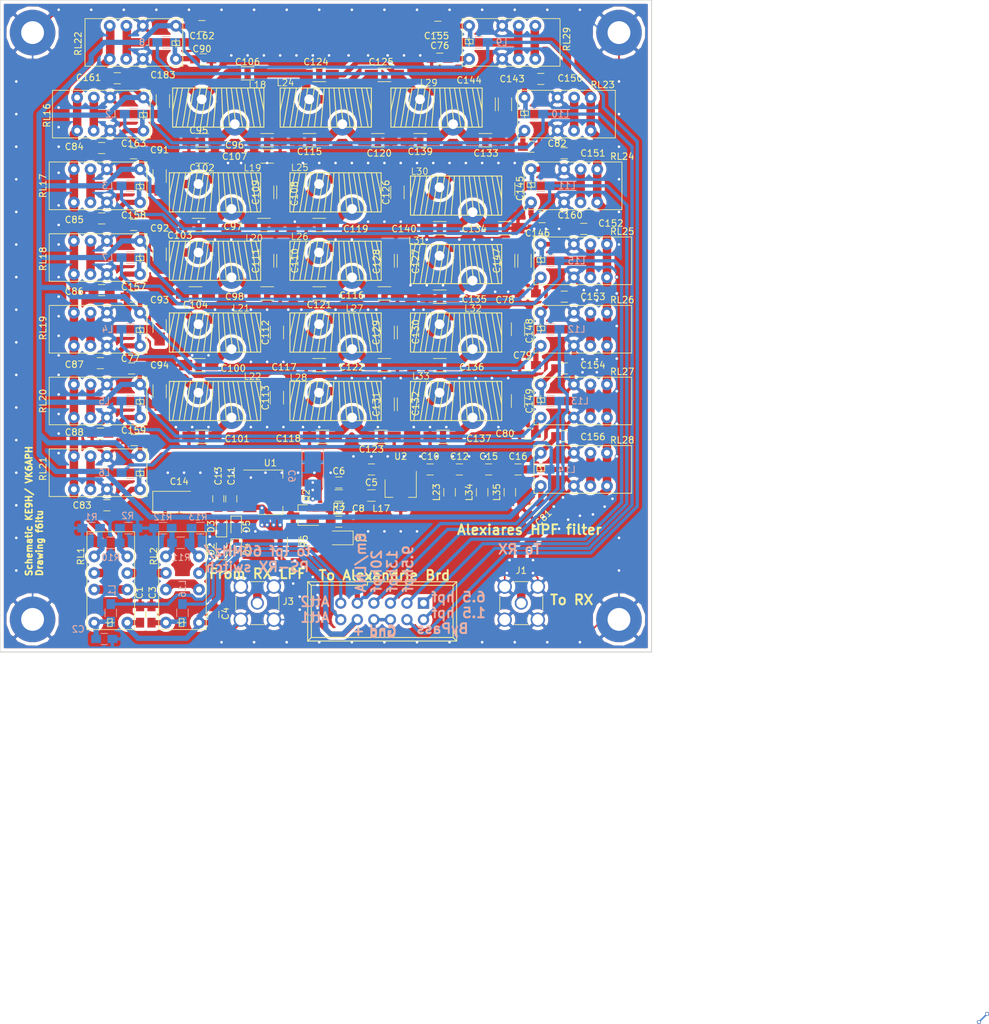
<source format=kicad_pcb>
(kicad_pcb (version 4) (host pcbnew 4.0.7)
  (layers (0 F.Cu signal) (1 In1.Cu signal hide) (2 In2.Cu signal hide) (31 B.Cu signal) (34 B.Paste user) (35 F.Paste user) (36 B.SilkS user) (37 F.SilkS user) (38 B.Mask user hide) (39 F.Mask user) (44 Edge.Cuts user hide))
  (net 0 "")
  (net 1 +12V)
  (net 2 GND)
  (net 3 "Net-(C108-Pad2)")
  (net 4 "Net-(C91-Pad2)")
  (net 5 "Net-(C110-Pad2)")
  (net 6 "Net-(C92-Pad2)")
  (net 7 "Net-(C112-Pad2)")
  (net 8 "Net-(C93-Pad2)")
  (net 9 "Net-(C113-Pad2)")
  (net 10 "Net-(C94-Pad2)")
  (net 11 "Net-(C102-Pad1)")
  (net 12 "Net-(C103-Pad1)")
  (net 13 "Net-(C104-Pad1)")
  (net 14 "Net-(C100-Pad1)")
  (net 15 "Net-(C101-Pad1)")
  (net 16 "Net-(C106-Pad1)")
  (net 17 "Net-(C106-Pad2)")
  (net 18 "Net-(C108-Pad1)")
  (net 19 "Net-(C110-Pad1)")
  (net 20 "Net-(C112-Pad1)")
  (net 21 "Net-(C113-Pad1)")
  (net 22 "Net-(C115-Pad1)")
  (net 23 "Net-(C116-Pad1)")
  (net 24 "Net-(C117-Pad1)")
  (net 25 "Net-(C118-Pad1)")
  (net 26 "Net-(C119-Pad1)")
  (net 27 "Net-(C124-Pad1)")
  (net 28 "Net-(C126-Pad1)")
  (net 29 "Net-(C127-Pad1)")
  (net 30 "Net-(C129-Pad1)")
  (net 31 "Net-(C131-Pad1)")
  (net 32 "Net-(C133-Pad1)")
  (net 33 "Net-(C134-Pad1)")
  (net 34 "Net-(C135-Pad1)")
  (net 35 "Net-(C136-Pad1)")
  (net 36 "Net-(C137-Pad1)")
  (net 37 "Net-(C143-Pad1)")
  (net 38 "Net-(C145-Pad1)")
  (net 39 "Net-(C146-Pad1)")
  (net 40 "Net-(C148-Pad1)")
  (net 41 "Net-(C149-Pad1)")
  (net 42 "Net-(C183-Pad2)")
  (net 43 "Net-(D1-Pad2)")
  (net 44 "Net-(RL22-Pad4)")
  (net 45 Att2)
  (net 46 Att1)
  (net 47 6mLNA)
  (net 48 1.5HPF)
  (net 49 6.5HPF)
  (net 50 9.5HPF)
  (net 51 13HPF)
  (net 52 20HPF)
  (net 53 HPF_ByPass)
  (net 54 "Net-(D2-Pad1)")
  (net 55 "Net-(D2-Pad2)")
  (net 56 "Net-(D4-Pad1)")
  (net 57 "Net-(R1-Pad1)")
  (net 58 "Net-(R10-Pad2)")
  (net 59 "Net-(R11-Pad1)")
  (net 60 "Net-(R11-Pad2)")
  (net 61 "Net-(RL1-Pad10)")
  (net 62 "Net-(RL1-Pad4)")
  (net 63 "Net-(RL2-Pad10)")
  (net 64 "Net-(RL1-Pad9)")
  (net 65 "Net-(J1-Pad1)")
  (net 66 "Net-(C2-Pad2)")
  (net 67 "Net-(C3-Pad1)")
  (net 68 "Net-(C83-Pad2)")
  (net 69 "Net-(C84-Pad2)")
  (net 70 "Net-(C85-Pad2)")
  (net 71 "Net-(C86-Pad2)")
  (net 72 "Net-(C87-Pad2)")
  (net 73 "Net-(C88-Pad2)")
  (net 74 "Net-(C90-Pad2)")
  (net 75 "Net-(C150-Pad1)")
  (net 76 "Net-(C151-Pad1)")
  (net 77 "Net-(C152-Pad1)")
  (net 78 "Net-(C153-Pad1)")
  (net 79 "Net-(C154-Pad1)")
  (net 80 "Net-(C155-Pad1)")
  (net 81 "Net-(C156-Pad1)")
  (net 82 "Net-(C5-Pad1)")
  (net 83 "Net-(L17-Pad2)")
  (net 84 "Net-(C10-Pad1)")
  (net 85 "Net-(C12-Pad1)")
  (net 86 "Net-(C15-Pad1)")
  (net 87 "Net-(C6-Pad1)")
  (net 88 "Net-(C9-Pad2)")
  (net 89 "Net-(C5-Pad2)")
  (net 90 "Net-(C16-Pad1)")
  (net 91 "Net-(C10-Pad2)")
  (module Capacitors_SMD:C_0805_HandSoldering (layer F.Cu) (at 176.6 36)
    (fp_text reference C151 (at 4.4 0) (layer F.SilkS))
    (fp_text value 10n)
    (pad 1 smd rect (at -1.25 0) (size 1.5 1.25) (layers F.Cu F.Paste F.Mask) (net 76 "Net-(C151-Pad1)"))
    (pad 2 smd rect (at 1.25 0) (size 1.5 1.25) (layers F.Cu F.Paste F.Mask) (net 2 GND))
  )
  (module T50:T50_V_THT (layer F.Cu) (at 141.5 42)
    (fp_text reference L25 (at -5.5 -3.8) (layer F.SilkS) (effects (font (thickness 0.125))))
    (fp_text value 1.55uH)
    (pad 1 thru_hole circle (at -2.54 -1.27) (size 3.5 3.5) (drill 1.5) (layers *.Cu *.Mask) (net 18 "Net-(C108-Pad1)"))
    (pad 2 thru_hole circle (at 2.54 2.54) (size 3.5 3.5) (drill 1.5) (layers *.Cu *.Mask) (net 26 "Net-(C119-Pad1)"))
  )
  (module Capacitors_SMD:C_1206_HandSoldering (layer F.Cu) (at 139 24 180)
    (fp_text reference C124 (at 0.5 2 180) (layer F.SilkS))
    (fp_text value 680p)
    (pad 1 smd rect (at -2 0 180) (size 2 1.6) (layers F.Cu F.Paste F.Mask) (net 27 "Net-(C124-Pad1)"))
    (pad 2 smd rect (at 2 0 180) (size 2 1.6) (layers F.Cu F.Paste F.Mask) (net 16 "Net-(C106-Pad1)"))
  )
  (module Capacitors_SMD:C_1206_HandSoldering (layer F.Cu) (at 168 41.5 90)
    (fp_text reference C145 (at 0.1 1.8 90) (layer F.SilkS))
    (fp_text value 820p)
    (pad 1 smd rect (at -2 0 90) (size 2 1.6) (layers F.Cu F.Paste F.Mask) (net 38 "Net-(C145-Pad1)"))
    (pad 2 smd rect (at 2 0 90) (size 2 1.6) (layers F.Cu F.Paste F.Mask) (net 28 "Net-(C126-Pad1)"))
  )
  (module T50:T50_V_THT (layer F.Cu) (at 157 29)
    (fp_text reference L29 (at -1.2 -3.8) (layer F.SilkS) (effects (font (thickness 0.125))))
    (fp_text value 6.25u)
    (pad 1 thru_hole circle (at -2.54 -1.27) (size 3.5 3.5) (drill 1.5) (layers *.Cu *.Mask) (net 27 "Net-(C124-Pad1)"))
    (pad 2 thru_hole circle (at 2.54 2.54) (size 3.5 3.5) (drill 1.5) (layers *.Cu *.Mask) (net 32 "Net-(C133-Pad1)"))
  )
  (module Capacitors_SMD:C_0805_HandSoldering (layer F.Cu) (at 157.5 21.5 180)
    (fp_text reference C76 (at 0 2 180) (layer F.SilkS))
    (fp_text value 10n)
    (pad 1 smd rect (at -1.25 0 180) (size 1.5 1.25) (layers F.Cu F.Paste F.Mask) (net 1 +12V))
    (pad 2 smd rect (at 1.25 0 180) (size 1.5 1.25) (layers F.Cu F.Paste F.Mask) (net 2 GND))
  )
  (module Capacitors_SMD:C_0805_HandSoldering (layer F.Cu) (at 110.2 69 180)
    (fp_text reference C77 (at 0.2 1.5 180) (layer F.SilkS))
    (fp_text value 10n)
    (pad 1 smd rect (at -1.25 0 180) (size 1.5 1.25) (layers F.Cu F.Paste F.Mask) (net 1 +12V))
    (pad 2 smd rect (at 1.25 0 180) (size 1.5 1.25) (layers F.Cu F.Paste F.Mask) (net 2 GND))
  )
  (module Capacitors_SMD:C_0805_HandSoldering (layer F.Cu) (at 171 57.5 180)
    (fp_text reference C78 (at 3.5 -1 180) (layer F.SilkS))
    (fp_text value 10n)
    (pad 1 smd rect (at -1.25 0 180) (size 1.5 1.25) (layers F.Cu F.Paste F.Mask) (net 1 +12V))
    (pad 2 smd rect (at 1.25 0 180) (size 1.5 1.25) (layers F.Cu F.Paste F.Mask) (net 2 GND))
  )
  (module Capacitors_SMD:C_0805_HandSoldering (layer F.Cu) (at 171 68.5 180)
    (fp_text reference C79 (at 0.8 1.5 180) (layer F.SilkS))
    (fp_text value 10n)
    (pad 1 smd rect (at -1.25 0 180) (size 1.5 1.25) (layers F.Cu F.Paste F.Mask) (net 1 +12V))
    (pad 2 smd rect (at 1.25 0 180) (size 1.5 1.25) (layers F.Cu F.Paste F.Mask) (net 2 GND))
  )
  (module Capacitors_SMD:C_0805_HandSoldering (layer F.Cu) (at 171 79 180)
    (fp_text reference C80 (at 3.5 0 180) (layer F.SilkS))
    (fp_text value 10n)
    (pad 1 smd rect (at -1.25 0 180) (size 1.5 1.25) (layers F.Cu F.Paste F.Mask) (net 1 +12V))
    (pad 2 smd rect (at 1.25 0 180) (size 1.5 1.25) (layers F.Cu F.Paste F.Mask) (net 2 GND))
  )
  (module Capacitors_SMD:C_0805_HandSoldering (layer F.Cu) (at 172 90.5 225)
    (fp_text reference C81 (at 0 -2 225) (layer F.SilkS))
    (fp_text value 10n)
    (pad 1 smd rect (at -1.25 0 225) (size 1.5 1.25) (layers F.Cu F.Paste F.Mask) (net 1 +12V))
    (pad 2 smd rect (at 1.25 0 225) (size 1.5 1.25) (layers F.Cu F.Paste F.Mask) (net 2 GND))
  )
  (module Capacitors_SMD:C_0805_HandSoldering (layer F.Cu) (at 171.5 35)
    (fp_text reference C82 (at 4 -0.5) (layer F.SilkS))
    (fp_text value 10n)
    (pad 1 smd rect (at -1.25 0) (size 1.5 1.25) (layers F.Cu F.Paste F.Mask) (net 1 +12V))
    (pad 2 smd rect (at 1.25 0) (size 1.5 1.25) (layers F.Cu F.Paste F.Mask) (net 2 GND))
  )
  (module Capacitors_SMD:C_0805_HandSoldering (layer F.Cu) (at 106.4 90)
    (fp_text reference C83 (at -3.8 0) (layer F.SilkS))
    (fp_text value 10n)
    (pad 1 smd rect (at -1.25 0) (size 1.5 1.25) (layers F.Cu F.Paste F.Mask) (net 2 GND))
    (pad 2 smd rect (at 1.25 0) (size 1.5 1.25) (layers F.Cu F.Paste F.Mask) (net 68 "Net-(C83-Pad2)"))
  )
  (module Capacitors_SMD:C_0805_HandSoldering (layer F.Cu) (at 105.6 35.2)
    (fp_text reference C84 (at -4.2 -0.2) (layer F.SilkS))
    (fp_text value 10n)
    (pad 1 smd rect (at -1.25 0) (size 1.5 1.25) (layers F.Cu F.Paste F.Mask) (net 2 GND))
    (pad 2 smd rect (at 1.25 0) (size 1.5 1.25) (layers F.Cu F.Paste F.Mask) (net 69 "Net-(C84-Pad2)"))
  )
  (module Capacitors_SMD:C_0805_HandSoldering (layer F.Cu) (at 105.6 46)
    (fp_text reference C85 (at -4.2 0.2) (layer F.SilkS))
    (fp_text value 10n)
    (pad 1 smd rect (at -1.25 0) (size 1.5 1.25) (layers F.Cu F.Paste F.Mask) (net 2 GND))
    (pad 2 smd rect (at 1.25 0) (size 1.5 1.25) (layers F.Cu F.Paste F.Mask) (net 70 "Net-(C85-Pad2)"))
  )
  (module Capacitors_SMD:C_0805_HandSoldering (layer F.Cu) (at 105.6 57)
    (fp_text reference C86 (at -4.2 0.2) (layer F.SilkS))
    (fp_text value 10n)
    (pad 1 smd rect (at -1.25 0) (size 1.5 1.25) (layers F.Cu F.Paste F.Mask) (net 2 GND))
    (pad 2 smd rect (at 1.25 0) (size 1.5 1.25) (layers F.Cu F.Paste F.Mask) (net 71 "Net-(C86-Pad2)"))
  )
  (module Capacitors_SMD:C_0805_HandSoldering (layer F.Cu) (at 105.4 68.2)
    (fp_text reference C87 (at -4 0.2) (layer F.SilkS))
    (fp_text value 10n)
    (pad 1 smd rect (at -1.25 0) (size 1.5 1.25) (layers F.Cu F.Paste F.Mask) (net 2 GND))
    (pad 2 smd rect (at 1.25 0) (size 1.5 1.25) (layers F.Cu F.Paste F.Mask) (net 72 "Net-(C87-Pad2)"))
  )
  (module Capacitors_SMD:C_0805_HandSoldering (layer F.Cu) (at 105.4 79)
    (fp_text reference C88 (at -4 -0.2) (layer F.SilkS))
    (fp_text value 10n)
    (pad 1 smd rect (at -1.25 0) (size 1.5 1.25) (layers F.Cu F.Paste F.Mask) (net 2 GND))
    (pad 2 smd rect (at 1.25 0) (size 1.5 1.25) (layers F.Cu F.Paste F.Mask) (net 73 "Net-(C88-Pad2)"))
  )
  (module Capacitors_SMD:C_0805_HandSoldering (layer F.Cu) (at 121.2 21.6 180)
    (fp_text reference C90 (at 0.2 1.6 180) (layer F.SilkS))
    (fp_text value 10n)
    (pad 1 smd rect (at -1.25 0 180) (size 1.5 1.25) (layers F.Cu F.Paste F.Mask) (net 2 GND))
    (pad 2 smd rect (at 1.25 0 180) (size 1.5 1.25) (layers F.Cu F.Paste F.Mask) (net 74 "Net-(C90-Pad2)"))
  )
  (module Capacitors_SMD:C_0805_HandSoldering (layer F.Cu) (at 173 24.6)
    (fp_text reference C150 (at 4.5 -0.1) (layer F.SilkS))
    (fp_text value 10n)
    (pad 1 smd rect (at -1.25 0) (size 1.5 1.25) (layers F.Cu F.Paste F.Mask) (net 75 "Net-(C150-Pad1)"))
    (pad 2 smd rect (at 1.25 0) (size 1.5 1.25) (layers F.Cu F.Paste F.Mask) (net 2 GND))
  )
  (module Capacitors_SMD:C_0805_HandSoldering (layer F.Cu) (at 179.6 47.6)
    (fp_text reference C152 (at 4.15 -0.85) (layer F.SilkS))
    (fp_text value 10n)
    (pad 1 smd rect (at -1.25 0) (size 1.5 1.25) (layers F.Cu F.Paste F.Mask) (net 77 "Net-(C152-Pad1)"))
    (pad 2 smd rect (at 1.25 0) (size 1.5 1.25) (layers F.Cu F.Paste F.Mask) (net 2 GND))
  )
  (module Capacitors_SMD:C_0805_HandSoldering (layer F.Cu) (at 176.6 58)
    (fp_text reference C153 (at 4.4 0) (layer F.SilkS))
    (fp_text value 10n)
    (pad 1 smd rect (at -1.25 0) (size 1.5 1.25) (layers F.Cu F.Paste F.Mask) (net 78 "Net-(C153-Pad1)"))
    (pad 2 smd rect (at 1.25 0) (size 1.5 1.25) (layers F.Cu F.Paste F.Mask) (net 2 GND))
  )
  (module Capacitors_SMD:C_0805_HandSoldering (layer F.Cu) (at 176.6 69)
    (fp_text reference C154 (at 4.4 -0.5) (layer F.SilkS))
    (fp_text value 10n)
    (pad 1 smd rect (at -1.25 0) (size 1.5 1.25) (layers F.Cu F.Paste F.Mask) (net 79 "Net-(C154-Pad1)"))
    (pad 2 smd rect (at 1.25 0) (size 1.5 1.25) (layers F.Cu F.Paste F.Mask) (net 2 GND))
  )
  (module Capacitors_SMD:C_0805_HandSoldering (layer F.Cu) (at 157.2 16.6 180)
    (fp_text reference C155 (at 0.2 -1.4 180) (layer F.SilkS))
    (fp_text value 10n)
    (pad 1 smd rect (at -1.25 0 180) (size 1.5 1.25) (layers F.Cu F.Paste F.Mask) (net 80 "Net-(C155-Pad1)"))
    (pad 2 smd rect (at 1.25 0 180) (size 1.5 1.25) (layers F.Cu F.Paste F.Mask) (net 2 GND))
  )
  (module Capacitors_SMD:C_0805_HandSoldering (layer F.Cu) (at 176.6 79.4)
    (fp_text reference C156 (at 4.4 0.1) (layer F.SilkS))
    (fp_text value 10n)
    (pad 1 smd rect (at -1.25 0) (size 1.5 1.25) (layers F.Cu F.Paste F.Mask) (net 81 "Net-(C156-Pad1)"))
    (pad 2 smd rect (at 1.25 0) (size 1.5 1.25) (layers F.Cu F.Paste F.Mask) (net 2 GND))
  )
  (module Capacitors_SMD:C_0805_HandSoldering (layer F.Cu) (at 110.5 58 180)
    (fp_text reference C157 (at 0 1.5 180) (layer F.SilkS))
    (fp_text value 10n)
    (pad 1 smd rect (at -1.25 0 180) (size 1.5 1.25) (layers F.Cu F.Paste F.Mask) (net 1 +12V))
    (pad 2 smd rect (at 1.25 0 180) (size 1.5 1.25) (layers F.Cu F.Paste F.Mask) (net 2 GND))
  )
  (module Capacitors_SMD:C_0805_HandSoldering (layer F.Cu) (at 110.5 47 180)
    (fp_text reference C158 (at 0 1.5 180) (layer F.SilkS))
    (fp_text value 10n)
    (pad 1 smd rect (at -1.25 0 180) (size 1.5 1.25) (layers F.Cu F.Paste F.Mask) (net 1 +12V))
    (pad 2 smd rect (at 1.25 0 180) (size 1.5 1.25) (layers F.Cu F.Paste F.Mask) (net 2 GND))
  )
  (module Capacitors_SMD:C_0805_HandSoldering (layer F.Cu) (at 110.6 80 180)
    (fp_text reference C159 (at 0.1 1.5 180) (layer F.SilkS))
    (fp_text value 10n)
    (pad 1 smd rect (at -1.25 0 180) (size 1.5 1.25) (layers F.Cu F.Paste F.Mask) (net 1 +12V))
    (pad 2 smd rect (at 1.25 0 180) (size 1.5 1.25) (layers F.Cu F.Paste F.Mask) (net 2 GND))
  )
  (module Capacitors_SMD:C_0805_HandSoldering (layer F.Cu) (at 173.2 45.8)
    (fp_text reference C160 (at 4.3 -0.3) (layer F.SilkS))
    (fp_text value 10n)
    (pad 1 smd rect (at -1.25 0) (size 1.5 1.25) (layers F.Cu F.Paste F.Mask) (net 1 +12V))
    (pad 2 smd rect (at 1.25 0) (size 1.5 1.25) (layers F.Cu F.Paste F.Mask) (net 2 GND))
  )
  (module Capacitors_SMD:C_0805_HandSoldering (layer F.Cu) (at 108 24.5 180)
    (fp_text reference C161 (at 4.4 0.1 180) (layer F.SilkS))
    (fp_text value 10n)
    (pad 1 smd rect (at -1.25 0 180) (size 1.5 1.25) (layers F.Cu F.Paste F.Mask) (net 1 +12V))
    (pad 2 smd rect (at 1.25 0 180) (size 1.5 1.25) (layers F.Cu F.Paste F.Mask) (net 2 GND))
  )
  (module Capacitors_SMD:C_0805_HandSoldering (layer F.Cu) (at 121 16.5)
    (fp_text reference C162 (at 0 1.5) (layer F.SilkS))
    (fp_text value 10n)
    (pad 1 smd rect (at -1.25 0) (size 1.5 1.25) (layers F.Cu F.Paste F.Mask) (net 1 +12V))
    (pad 2 smd rect (at 1.25 0) (size 1.5 1.25) (layers F.Cu F.Paste F.Mask) (net 2 GND))
  )
  (module Capacitors_SMD:C_0805_HandSoldering (layer F.Cu) (at 110.5 36 180)
    (fp_text reference C163 (at 0 1.5 180) (layer F.SilkS))
    (fp_text value 10n)
    (pad 1 smd rect (at -1.25 0 180) (size 1.5 1.25) (layers F.Cu F.Paste F.Mask) (net 1 +12V))
    (pad 2 smd rect (at 1.25 0 180) (size 1.5 1.25) (layers F.Cu F.Paste F.Mask) (net 2 GND))
  )
  (module Diodes_SMD:D_1206 (layer F.Cu) (at 142 95 180)
    (fp_text reference D1 (at -3.5 0 180) (layer F.SilkS))
    (fp_text value diode)
    (pad 1 smd rect (at -1.5 0 180) (size 1 1.6) (layers F.Cu F.Paste F.Mask) (net 47 6mLNA))
    (pad 2 smd rect (at 1.5 0 180) (size 1 1.6) (layers F.Cu F.Paste F.Mask) (net 43 "Net-(D1-Pad2)"))
  )
  (module Mounting_Holes:MountingHole_3.5mm_Pad (layer F.Cu) (at 95 17.5)
    (fp_text reference TP1 hide)
    (fp_text value TEST hide)
    (pad 1 thru_hole circle (at 0 0) (size 7 7) (drill 3.5) (layers *.Cu *.Mask) (net 2 GND))
  )
  (module Mounting_Holes:MountingHole_3.5mm_Pad (layer F.Cu) (at 185 107.5)
    (fp_text reference TP2 hide)
    (fp_text value TEST hide)
    (pad 1 thru_hole circle (at 0 0) (size 7 7) (drill 3.5) (layers *.Cu *.Mask) (net 2 GND))
  )
  (module Capacitors_SMD:C_0805_HandSoldering (layer F.Cu) (at 111.5 106.75 90)
    (fp_text reference C1 (at 3.35 -0.1 90) (layer F.SilkS))
    (fp_text value 10n)
    (pad 1 smd rect (at -1.25 0 90) (size 1.5 1.25) (layers F.Cu F.Paste F.Mask) (net 1 +12V))
    (pad 2 smd rect (at 1.25 0 90) (size 1.5 1.25) (layers F.Cu F.Paste F.Mask) (net 2 GND))
  )
  (module Capacitors_SMD:C_0805_HandSoldering (layer B.Cu) (at 106 110.5 180)
    (fp_text reference C2 (at 4 1.5 180) (layer B.SilkS) (effects (justify mirror)))
    (fp_text value 10n)
    (pad 1 smd rect (at -1.25 0 180) (size 1.5 1.25) (layers B.Cu B.Paste B.Mask) (net 2 GND))
    (pad 2 smd rect (at 1.25 0 180) (size 1.5 1.25) (layers B.Cu B.Paste B.Mask) (net 66 "Net-(C2-Pad2)"))
  )
  (module Capacitors_SMD:C_0805_HandSoldering (layer F.Cu) (at 113.25 106.75 90)
    (fp_text reference C3 (at 3.35 0.15 90) (layer F.SilkS))
    (fp_text value 10n)
    (pad 1 smd rect (at -1.25 0 90) (size 1.5 1.25) (layers F.Cu F.Paste F.Mask) (net 67 "Net-(C3-Pad1)"))
    (pad 2 smd rect (at 1.25 0 90) (size 1.5 1.25) (layers F.Cu F.Paste F.Mask) (net 2 GND))
  )
  (module Capacitors_SMD:C_0805_HandSoldering (layer F.Cu) (at 122.75 106.75 90)
    (fp_text reference C4 (at 0.15 1.85 90) (layer F.SilkS))
    (fp_text value 10n)
    (pad 1 smd rect (at -1.25 0 90) (size 1.5 1.25) (layers F.Cu F.Paste F.Mask) (net 1 +12V))
    (pad 2 smd rect (at 1.25 0 90) (size 1.5 1.25) (layers F.Cu F.Paste F.Mask) (net 2 GND))
  )
  (module Capacitors_SMD:C_1206_HandSoldering (layer F.Cu) (at 114.5 39.5 270)
    (fp_text reference C91 (at -4 0 360) (layer F.SilkS))
    (fp_text value 820p)
    (pad 1 smd rect (at -2 0 270) (size 2 1.6) (layers F.Cu F.Paste F.Mask) (net 3 "Net-(C108-Pad2)"))
    (pad 2 smd rect (at 2 0 270) (size 2 1.6) (layers F.Cu F.Paste F.Mask) (net 4 "Net-(C91-Pad2)"))
  )
  (module Capacitors_SMD:C_1206_HandSoldering (layer F.Cu) (at 114.5 51.5 270)
    (fp_text reference C92 (at -4 0 360) (layer F.SilkS))
    (fp_text value 470p)
    (pad 1 smd rect (at -2 0 270) (size 2 1.6) (layers F.Cu F.Paste F.Mask) (net 5 "Net-(C110-Pad2)"))
    (pad 2 smd rect (at 2 0 270) (size 2 1.6) (layers F.Cu F.Paste F.Mask) (net 6 "Net-(C92-Pad2)"))
  )
  (module Capacitors_SMD:C_1206_HandSoldering (layer F.Cu) (at 114.5 62.5 270)
    (fp_text reference C93 (at -4 0 360) (layer F.SilkS))
    (fp_text value 330p)
    (pad 1 smd rect (at -2 0 270) (size 2 1.6) (layers F.Cu F.Paste F.Mask) (net 7 "Net-(C112-Pad2)"))
    (pad 2 smd rect (at 2 0 270) (size 2 1.6) (layers F.Cu F.Paste F.Mask) (net 8 "Net-(C93-Pad2)"))
  )
  (module Capacitors_SMD:C_1206_HandSoldering (layer F.Cu) (at 114.5 72.5 270)
    (fp_text reference C94 (at -4 0 360) (layer F.SilkS))
    (fp_text value 220p)
    (pad 1 smd rect (at -2 0 270) (size 2 1.6) (layers F.Cu F.Paste F.Mask) (net 9 "Net-(C113-Pad2)"))
    (pad 2 smd rect (at 2 0 270) (size 2 1.6) (layers F.Cu F.Paste F.Mask) (net 10 "Net-(C94-Pad2)"))
  )
  (module Capacitors_SMD:C_1206_HandSoldering (layer F.Cu) (at 121 34 180)
    (fp_text reference C95 (at 0.5 1.5 180) (layer F.SilkS))
    (fp_text value 2.2n)
    (pad 1 smd rect (at -2 0 180) (size 2 1.6) (layers F.Cu F.Paste F.Mask) (net 11 "Net-(C102-Pad1)"))
    (pad 2 smd rect (at 2 0 180) (size 2 1.6) (layers F.Cu F.Paste F.Mask) (net 2 GND))
  )
  (module Capacitors_SMD:C_1206_HandSoldering (layer F.Cu) (at 131 34)
    (fp_text reference C96 (at -5 0.75) (layer F.SilkS))
    (fp_text value 2.2n)
    (pad 1 smd rect (at -2 0) (size 2 1.6) (layers F.Cu F.Paste F.Mask) (net 11 "Net-(C102-Pad1)"))
    (pad 2 smd rect (at 2 0) (size 2 1.6) (layers F.Cu F.Paste F.Mask) (net 2 GND))
  )
  (module Capacitors_SMD:C_1206_HandSoldering (layer F.Cu) (at 130.5 47)
    (fp_text reference C97 (at -4.75 0.25) (layer F.SilkS))
    (fp_text value 2.2n)
    (pad 1 smd rect (at -2 0) (size 2 1.6) (layers F.Cu F.Paste F.Mask) (net 12 "Net-(C103-Pad1)"))
    (pad 2 smd rect (at 2 0) (size 2 1.6) (layers F.Cu F.Paste F.Mask) (net 2 GND))
  )
  (module Capacitors_SMD:C_1206_HandSoldering (layer F.Cu) (at 131 57.5)
    (fp_text reference C98 (at -5 0.5) (layer F.SilkS))
    (fp_text value 1.8n)
    (pad 1 smd rect (at -2 0) (size 2 1.6) (layers F.Cu F.Paste F.Mask) (net 13 "Net-(C104-Pad1)"))
    (pad 2 smd rect (at 2 0) (size 2 1.6) (layers F.Cu F.Paste F.Mask) (net 2 GND))
  )
  (module Capacitors_SMD:C_1206_HandSoldering (layer F.Cu) (at 120.5 68.5 180)
    (fp_text reference C100 (at -5.3 -0.5 180) (layer F.SilkS))
    (fp_text value 1.5n)
    (pad 1 smd rect (at -2 0 180) (size 2 1.6) (layers F.Cu F.Paste F.Mask) (net 14 "Net-(C100-Pad1)"))
    (pad 2 smd rect (at 2 0 180) (size 2 1.6) (layers F.Cu F.Paste F.Mask) (net 2 GND))
  )
  (module Capacitors_SMD:C_1206_HandSoldering (layer F.Cu) (at 121 79.5 180)
    (fp_text reference C101 (at -5.4 -0.3 180) (layer F.SilkS))
    (fp_text value 1.2n)
    (pad 1 smd rect (at -2 0 180) (size 2 1.6) (layers F.Cu F.Paste F.Mask) (net 15 "Net-(C101-Pad1)"))
    (pad 2 smd rect (at 2 0 180) (size 2 1.6) (layers F.Cu F.Paste F.Mask) (net 2 GND))
  )
  (module Capacitors_SMD:C_1206_HandSoldering (layer F.Cu) (at 121 36.5 180)
    (fp_text reference C102 (at 0 -1.75 180) (layer F.SilkS))
    (fp_text value 2.2n)
    (pad 1 smd rect (at -2 0 180) (size 2 1.6) (layers F.Cu F.Paste F.Mask) (net 11 "Net-(C102-Pad1)"))
    (pad 2 smd rect (at 2 0 180) (size 2 1.6) (layers F.Cu F.Paste F.Mask) (net 2 GND))
  )
  (module Capacitors_SMD:C_1206_HandSoldering (layer F.Cu) (at 120.5 47 180)
    (fp_text reference C103 (at 2.9 -1.6 180) (layer F.SilkS))
    (fp_text value 220p)
    (pad 1 smd rect (at -2 0 180) (size 2 1.6) (layers F.Cu F.Paste F.Mask) (net 12 "Net-(C103-Pad1)"))
    (pad 2 smd rect (at 2 0 180) (size 2 1.6) (layers F.Cu F.Paste F.Mask) (net 2 GND))
  )
  (module Capacitors_SMD:C_1206_HandSoldering (layer F.Cu) (at 120 57.5 180)
    (fp_text reference C104 (at 0 -1.75 180) (layer F.SilkS))
    (fp_text value 220p)
    (pad 1 smd rect (at -2 0 180) (size 2 1.6) (layers F.Cu F.Paste F.Mask) (net 13 "Net-(C104-Pad1)"))
    (pad 2 smd rect (at 2 0 180) (size 2 1.6) (layers F.Cu F.Paste F.Mask) (net 2 GND))
  )
  (module Capacitors_SMD:C_1206_HandSoldering (layer F.Cu) (at 128 23.75 180)
    (fp_text reference C106 (at 0 1.75 180) (layer F.SilkS))
    (fp_text value 1.5n)
    (pad 1 smd rect (at -2 0 180) (size 2 1.6) (layers F.Cu F.Paste F.Mask) (net 16 "Net-(C106-Pad1)"))
    (pad 2 smd rect (at 2 0 180) (size 2 1.6) (layers F.Cu F.Paste F.Mask) (net 17 "Net-(C106-Pad2)"))
  )
  (module Capacitors_SMD:C_1206_HandSoldering (layer F.Cu) (at 131 36.5)
    (fp_text reference C107 (at -5 0) (layer F.SilkS))
    (fp_text value 2.2n)
    (pad 1 smd rect (at -2 0) (size 2 1.6) (layers F.Cu F.Paste F.Mask) (net 11 "Net-(C102-Pad1)"))
    (pad 2 smd rect (at 2 0) (size 2 1.6) (layers F.Cu F.Paste F.Mask) (net 2 GND))
  )
  (module Capacitors_SMD:C_1206_HandSoldering (layer F.Cu) (at 133.5 42 90)
    (fp_text reference C108 (at -0.2 1.7 90) (layer F.SilkS))
    (fp_text value 22p)
    (pad 1 smd rect (at -2 0 90) (size 2 1.6) (layers F.Cu F.Paste F.Mask) (net 18 "Net-(C108-Pad1)"))
    (pad 2 smd rect (at 2 0 90) (size 2 1.6) (layers F.Cu F.Paste F.Mask) (net 3 "Net-(C108-Pad2)"))
  )
  (module Capacitors_SMD:C_1206_HandSoldering (layer F.Cu) (at 131 42 90)
    (fp_text reference C109 (at 0 -1.75 90) (layer F.SilkS))
    (fp_text value 330p)
    (pad 1 smd rect (at -2 0 90) (size 2 1.6) (layers F.Cu F.Paste F.Mask) (net 18 "Net-(C108-Pad1)"))
    (pad 2 smd rect (at 2 0 90) (size 2 1.6) (layers F.Cu F.Paste F.Mask) (net 3 "Net-(C108-Pad2)"))
  )
  (module Capacitors_SMD:C_1206_HandSoldering (layer F.Cu) (at 133.5 52.5 90)
    (fp_text reference C110 (at 0 1.75 90) (layer F.SilkS))
    (fp_text value 220p)
    (pad 1 smd rect (at -2 0 90) (size 2 1.6) (layers F.Cu F.Paste F.Mask) (net 19 "Net-(C110-Pad1)"))
    (pad 2 smd rect (at 2 0 90) (size 2 1.6) (layers F.Cu F.Paste F.Mask) (net 5 "Net-(C110-Pad2)"))
  )
  (module Capacitors_SMD:C_1206_HandSoldering (layer F.Cu) (at 131 52.5 90)
    (fp_text reference C111 (at 0 -1.75 90) (layer F.SilkS))
    (fp_text value 33p)
    (pad 1 smd rect (at -2 0 90) (size 2 1.6) (layers F.Cu F.Paste F.Mask) (net 19 "Net-(C110-Pad1)"))
    (pad 2 smd rect (at 2 0 90) (size 2 1.6) (layers F.Cu F.Paste F.Mask) (net 5 "Net-(C110-Pad2)"))
  )
  (module Capacitors_SMD:C_1206_HandSoldering (layer F.Cu) (at 132.5 63.5 90)
    (fp_text reference C112 (at 0 -1.75 90) (layer F.SilkS))
    (fp_text value 180p)
    (pad 1 smd rect (at -2 0 90) (size 2 1.6) (layers F.Cu F.Paste F.Mask) (net 20 "Net-(C112-Pad1)"))
    (pad 2 smd rect (at 2 0 90) (size 2 1.6) (layers F.Cu F.Paste F.Mask) (net 7 "Net-(C112-Pad2)"))
  )
  (module Capacitors_SMD:C_1206_HandSoldering (layer F.Cu) (at 132.5 73.5 90)
    (fp_text reference C113 (at 0 -1.75 90) (layer F.SilkS))
    (fp_text value 120p)
    (pad 1 smd rect (at -2 0 90) (size 2 1.6) (layers F.Cu F.Paste F.Mask) (net 21 "Net-(C113-Pad1)"))
    (pad 2 smd rect (at 2 0 90) (size 2 1.6) (layers F.Cu F.Paste F.Mask) (net 9 "Net-(C113-Pad2)"))
  )
  (module Capacitors_SMD:C_1206_HandSoldering (layer F.Cu) (at 137.5 34 180)
    (fp_text reference C115 (at 0 -1.75 180) (layer F.SilkS))
    (fp_text value 1.5n)
    (pad 1 smd rect (at -2 0 180) (size 2 1.6) (layers F.Cu F.Paste F.Mask) (net 22 "Net-(C115-Pad1)"))
    (pad 2 smd rect (at 2 0 180) (size 2 1.6) (layers F.Cu F.Paste F.Mask) (net 2 GND))
  )
  (module Capacitors_SMD:C_1206_HandSoldering (layer F.Cu) (at 149 57.5)
    (fp_text reference C116 (at -5 0.3 180) (layer F.SilkS))
    (fp_text value 330p)
    (pad 1 smd rect (at -2 0) (size 2 1.6) (layers F.Cu F.Paste F.Mask) (net 23 "Net-(C116-Pad1)"))
    (pad 2 smd rect (at 2 0) (size 2 1.6) (layers F.Cu F.Paste F.Mask) (net 2 GND))
  )
  (module Capacitors_SMD:C_1206_HandSoldering (layer F.Cu) (at 139 68.5 180)
    (fp_text reference C117 (at 5.4 -0.3 180) (layer F.SilkS))
    (fp_text value 270p)
    (pad 1 smd rect (at -2 0 180) (size 2 1.6) (layers F.Cu F.Paste F.Mask) (net 24 "Net-(C117-Pad1)"))
    (pad 2 smd rect (at 2 0 180) (size 2 1.6) (layers F.Cu F.Paste F.Mask) (net 2 GND))
  )
  (module Capacitors_SMD:C_1206_HandSoldering (layer F.Cu) (at 139.5 79.5 180)
    (fp_text reference C118 (at 5.25 -0.25 180) (layer F.SilkS))
    (fp_text value 220p)
    (pad 1 smd rect (at -2 0 180) (size 2 1.6) (layers F.Cu F.Paste F.Mask) (net 25 "Net-(C118-Pad1)"))
    (pad 2 smd rect (at 2 0 180) (size 2 1.6) (layers F.Cu F.Paste F.Mask) (net 2 GND))
  )
  (module Capacitors_SMD:C_1206_HandSoldering (layer F.Cu) (at 139 47 180)
    (fp_text reference C119 (at -5.6 -0.6 180) (layer F.SilkS))
    (fp_text value 560p)
    (pad 1 smd rect (at -2 0 180) (size 2 1.6) (layers F.Cu F.Paste F.Mask) (net 26 "Net-(C119-Pad1)"))
    (pad 2 smd rect (at 2 0 180) (size 2 1.6) (layers F.Cu F.Paste F.Mask) (net 2 GND))
  )
  (module Capacitors_SMD:C_1206_HandSoldering (layer F.Cu) (at 148 34)
    (fp_text reference C120 (at 0.2 2) (layer F.SilkS))
    (fp_text value 180p)
    (pad 1 smd rect (at -2 0) (size 2 1.6) (layers F.Cu F.Paste F.Mask) (net 22 "Net-(C115-Pad1)"))
    (pad 2 smd rect (at 2 0) (size 2 1.6) (layers F.Cu F.Paste F.Mask) (net 2 GND))
  )
  (module Capacitors_SMD:C_1206_HandSoldering (layer F.Cu) (at 139 57.5 180)
    (fp_text reference C121 (at 0 -1.75 180) (layer F.SilkS))
    (fp_text value 100p)
    (pad 1 smd rect (at -2 0 180) (size 2 1.6) (layers F.Cu F.Paste F.Mask) (net 23 "Net-(C116-Pad1)"))
    (pad 2 smd rect (at 2 0 180) (size 2 1.6) (layers F.Cu F.Paste F.Mask) (net 2 GND))
  )
  (module Capacitors_SMD:C_1206_HandSoldering (layer F.Cu) (at 149 68.5)
    (fp_text reference C122 (at -5 0.3) (layer F.SilkS))
    (fp_text value 47p)
    (pad 1 smd rect (at -2 0) (size 2 1.6) (layers F.Cu F.Paste F.Mask) (net 24 "Net-(C117-Pad1)"))
    (pad 2 smd rect (at 2 0) (size 2 1.6) (layers F.Cu F.Paste F.Mask) (net 2 GND))
  )
  (module Capacitors_SMD:C_1206_HandSoldering (layer F.Cu) (at 148.5 79.5)
    (fp_text reference C123 (at -1.5 1.9) (layer F.SilkS))
    (fp_text value 33p)
    (pad 1 smd rect (at -2 0) (size 2 1.6) (layers F.Cu F.Paste F.Mask) (net 25 "Net-(C118-Pad1)"))
    (pad 2 smd rect (at 2 0) (size 2 1.6) (layers F.Cu F.Paste F.Mask) (net 2 GND))
  )
  (module Capacitors_SMD:C_1206_HandSoldering (layer F.Cu) (at 149 24 180)
    (fp_text reference C125 (at 0.5 2 180) (layer F.SilkS))
    (fp_text value 1n)
    (pad 1 smd rect (at -2 0 180) (size 2 1.6) (layers F.Cu F.Paste F.Mask) (net 27 "Net-(C124-Pad1)"))
    (pad 2 smd rect (at 2 0 180) (size 2 1.6) (layers F.Cu F.Paste F.Mask) (net 16 "Net-(C106-Pad1)"))
  )
  (module Capacitors_SMD:C_1206_HandSoldering (layer F.Cu) (at 151 42 90)
    (fp_text reference C126 (at 0 -1.75 90) (layer F.SilkS))
    (fp_text value 390p)
    (pad 1 smd rect (at -2 0 90) (size 2 1.6) (layers F.Cu F.Paste F.Mask) (net 28 "Net-(C126-Pad1)"))
    (pad 2 smd rect (at 2 0 90) (size 2 1.6) (layers F.Cu F.Paste F.Mask) (net 18 "Net-(C108-Pad1)"))
  )
  (module Capacitors_SMD:C_1206_HandSoldering (layer F.Cu) (at 152 52.5 90)
    (fp_text reference C127 (at -0.1 1.8 90) (layer F.SilkS))
    (fp_text value 220p)
    (pad 1 smd rect (at -2 0 90) (size 2 1.6) (layers F.Cu F.Paste F.Mask) (net 29 "Net-(C127-Pad1)"))
    (pad 2 smd rect (at 2 0 90) (size 2 1.6) (layers F.Cu F.Paste F.Mask) (net 19 "Net-(C110-Pad1)"))
  )
  (module Capacitors_SMD:C_1206_HandSoldering (layer F.Cu) (at 149.5 52.5 90)
    (fp_text reference C128 (at -0.1 -1.7 270) (layer F.SilkS))
    (fp_text value 68p)
    (pad 1 smd rect (at -2 0 90) (size 2 1.6) (layers F.Cu F.Paste F.Mask) (net 29 "Net-(C127-Pad1)"))
    (pad 2 smd rect (at 2 0 90) (size 2 1.6) (layers F.Cu F.Paste F.Mask) (net 19 "Net-(C110-Pad1)"))
  )
  (module Capacitors_SMD:C_1206_HandSoldering (layer F.Cu) (at 149.5 63.5 90)
    (fp_text reference C129 (at 0 -1.75 90) (layer F.SilkS))
    (fp_text value 180p)
    (pad 1 smd rect (at -2 0 90) (size 2 1.6) (layers F.Cu F.Paste F.Mask) (net 30 "Net-(C129-Pad1)"))
    (pad 2 smd rect (at 2 0 90) (size 2 1.6) (layers F.Cu F.Paste F.Mask) (net 20 "Net-(C112-Pad1)"))
  )
  (module Capacitors_SMD:C_1206_HandSoldering (layer F.Cu) (at 152 63.5 90)
    (fp_text reference C130 (at 0.1 1.8 90) (layer F.SilkS))
    (fp_text value 47p)
    (pad 1 smd rect (at -2 0 90) (size 2 1.6) (layers F.Cu F.Paste F.Mask) (net 30 "Net-(C129-Pad1)"))
    (pad 2 smd rect (at 2 0 90) (size 2 1.6) (layers F.Cu F.Paste F.Mask) (net 20 "Net-(C112-Pad1)"))
  )
  (module Capacitors_SMD:C_1206_HandSoldering (layer F.Cu) (at 149.5 74.5 90)
    (fp_text reference C131 (at 0 -1.75 90) (layer F.SilkS))
    (fp_text value 120p)
    (pad 1 smd rect (at -2 0 90) (size 2 1.6) (layers F.Cu F.Paste F.Mask) (net 31 "Net-(C131-Pad1)"))
    (pad 2 smd rect (at 2 0 90) (size 2 1.6) (layers F.Cu F.Paste F.Mask) (net 21 "Net-(C113-Pad1)"))
  )
  (module Capacitors_SMD:C_1206_HandSoldering (layer F.Cu) (at 152 74.5 90)
    (fp_text reference C132 (at 0.1 1.8 90) (layer F.SilkS))
    (fp_text value 22p)
    (pad 1 smd rect (at -2 0 90) (size 2 1.6) (layers F.Cu F.Paste F.Mask) (net 31 "Net-(C131-Pad1)"))
    (pad 2 smd rect (at 2 0 90) (size 2 1.6) (layers F.Cu F.Paste F.Mask) (net 21 "Net-(C113-Pad1)"))
  )
  (module Capacitors_SMD:C_1206_HandSoldering (layer F.Cu) (at 164.5 34)
    (fp_text reference C133 (at 0.1 2) (layer F.SilkS))
    (fp_text value 1.8n)
    (pad 1 smd rect (at -2 0) (size 2 1.6) (layers F.Cu F.Paste F.Mask) (net 32 "Net-(C133-Pad1)"))
    (pad 2 smd rect (at 2 0) (size 2 1.6) (layers F.Cu F.Paste F.Mask) (net 2 GND))
  )
  (module Capacitors_SMD:C_1206_HandSoldering (layer F.Cu) (at 167.5 47.5)
    (fp_text reference C134 (at -4.7 0.1) (layer F.SilkS))
    (fp_text value 680)
    (pad 1 smd rect (at -2 0) (size 2 1.6) (layers F.Cu F.Paste F.Mask) (net 33 "Net-(C134-Pad1)"))
    (pad 2 smd rect (at 2 0) (size 2 1.6) (layers F.Cu F.Paste F.Mask) (net 2 GND))
  )
  (module Capacitors_SMD:C_1206_HandSoldering (layer F.Cu) (at 157.5 58 180)
    (fp_text reference C135 (at -5.3 -0.4 180) (layer F.SilkS))
    (fp_text value 560p)
    (pad 1 smd rect (at -2 0 180) (size 2 1.6) (layers F.Cu F.Paste F.Mask) (net 34 "Net-(C135-Pad1)"))
    (pad 2 smd rect (at 2 0 180) (size 2 1.6) (layers F.Cu F.Paste F.Mask) (net 2 GND))
  )
  (module Capacitors_SMD:C_1206_HandSoldering (layer F.Cu) (at 157.5 68.5 180)
    (fp_text reference C136 (at -4.9 -0.3 180) (layer F.SilkS))
    (fp_text value 390p)
    (pad 1 smd rect (at -2 0 180) (size 2 1.6) (layers F.Cu F.Paste F.Mask) (net 35 "Net-(C136-Pad1)"))
    (pad 2 smd rect (at 2 0 180) (size 2 1.6) (layers F.Cu F.Paste F.Mask) (net 2 GND))
  )
  (module Capacitors_SMD:C_1206_HandSoldering (layer F.Cu) (at 158 79.5 180)
    (fp_text reference C137 (at -5.5 -0.25 180) (layer F.SilkS))
    (fp_text value 270p)
    (pad 1 smd rect (at -2 0 180) (size 2 1.6) (layers F.Cu F.Paste F.Mask) (net 36 "Net-(C137-Pad1)"))
    (pad 2 smd rect (at 2 0 180) (size 2 1.6) (layers F.Cu F.Paste F.Mask) (net 2 GND))
  )
  (module Capacitors_SMD:C_1206_HandSoldering (layer F.Cu) (at 154.5 34 180)
    (fp_text reference C139 (at 0 -1.75 180) (layer F.SilkS))
    (fp_text value 270p)
    (pad 1 smd rect (at -2 0 180) (size 2 1.6) (layers F.Cu F.Paste F.Mask) (net 32 "Net-(C133-Pad1)"))
    (pad 2 smd rect (at 2 0 180) (size 2 1.6) (layers F.Cu F.Paste F.Mask) (net 2 GND))
  )
  (module Capacitors_SMD:C_1206_HandSoldering (layer F.Cu) (at 157.5 47.5 180)
    (fp_text reference C140 (at 5.5 -0.1 180) (layer F.SilkS))
    (fp_text value 68p)
    (pad 1 smd rect (at -2 0 180) (size 2 1.6) (layers F.Cu F.Paste F.Mask) (net 33 "Net-(C134-Pad1)"))
    (pad 2 smd rect (at 2 0 180) (size 2 1.6) (layers F.Cu F.Paste F.Mask) (net 2 GND))
  )
  (module Capacitors_SMD:C_1206_HandSoldering (layer F.Cu) (at 167.5 28.5 90)
    (fp_text reference C143 (at 3.9 1.1 180) (layer F.SilkS))
    (fp_text value 1.8n)
    (pad 1 smd rect (at -2 0 90) (size 2 1.6) (layers F.Cu F.Paste F.Mask) (net 37 "Net-(C143-Pad1)"))
    (pad 2 smd rect (at 2 0 90) (size 2 1.6) (layers F.Cu F.Paste F.Mask) (net 27 "Net-(C124-Pad1)"))
  )
  (module Capacitors_SMD:C_1206_HandSoldering (layer F.Cu) (at 165 28.5 90)
    (fp_text reference C144 (at 3.7 -3 180) (layer F.SilkS))
    (fp_text value 1.8n)
    (pad 1 smd rect (at -2 0 90) (size 2 1.6) (layers F.Cu F.Paste F.Mask) (net 37 "Net-(C143-Pad1)"))
    (pad 2 smd rect (at 2 0 90) (size 2 1.6) (layers F.Cu F.Paste F.Mask) (net 27 "Net-(C124-Pad1)"))
  )
  (module Capacitors_SMD:C_1206_HandSoldering (layer F.Cu) (at 170.5 52.5 90)
    (fp_text reference C146 (at 4.25 2 180) (layer F.SilkS))
    (fp_text value 680p)
    (pad 1 smd rect (at -2 0 90) (size 2 1.6) (layers F.Cu F.Paste F.Mask) (net 39 "Net-(C146-Pad1)"))
    (pad 2 smd rect (at 2 0 90) (size 2 1.6) (layers F.Cu F.Paste F.Mask) (net 29 "Net-(C127-Pad1)"))
  )
  (module Capacitors_SMD:C_1206_HandSoldering (layer F.Cu) (at 168 52.5 90)
    (fp_text reference C147 (at 0 -1.75 90) (layer F.SilkS))
    (fp_text value 68pC)
    (pad 1 smd rect (at -2 0 90) (size 2 1.6) (layers F.Cu F.Paste F.Mask) (net 39 "Net-(C146-Pad1)"))
    (pad 2 smd rect (at 2 0 90) (size 2 1.6) (layers F.Cu F.Paste F.Mask) (net 29 "Net-(C127-Pad1)"))
  )
  (module Capacitors_SMD:C_1206_HandSoldering (layer F.Cu) (at 169.5 63 90)
    (fp_text reference C148 (at -0.25 1.75 90) (layer F.SilkS))
    (fp_text value 560p)
    (pad 1 smd rect (at -2 0 90) (size 2 1.6) (layers F.Cu F.Paste F.Mask) (net 40 "Net-(C148-Pad1)"))
    (pad 2 smd rect (at 2 0 90) (size 2 1.6) (layers F.Cu F.Paste F.Mask) (net 30 "Net-(C129-Pad1)"))
  )
  (module Capacitors_SMD:C_1206_HandSoldering (layer F.Cu) (at 169.5 74 90)
    (fp_text reference C149 (at 0 1.75 90) (layer F.SilkS))
    (fp_text value 470p)
    (pad 1 smd rect (at -2 0 90) (size 2 1.6) (layers F.Cu F.Paste F.Mask) (net 41 "Net-(C149-Pad1)"))
    (pad 2 smd rect (at 2 0 90) (size 2 1.6) (layers F.Cu F.Paste F.Mask) (net 31 "Net-(C131-Pad1)"))
  )
  (module Capacitors_SMD:C_1206_HandSoldering (layer F.Cu) (at 115 28 270)
    (fp_text reference C183 (at -4 0 360) (layer F.SilkS))
    (fp_text value 2.2n)
    (pad 1 smd rect (at -2 0 270) (size 2 1.6) (layers F.Cu F.Paste F.Mask) (net 17 "Net-(C106-Pad2)"))
    (pad 2 smd rect (at 2 0 270) (size 2 1.6) (layers F.Cu F.Paste F.Mask) (net 42 "Net-(C183-Pad2)"))
  )
  (module Diodes_SMD:D_0805 (layer F.Cu) (at 124 96.75 90)
    (fp_text reference D2 (at 0 -1.6 90) (layer F.SilkS))
    (fp_text value D)
    (pad 1 smd rect (at -1.05 0 90) (size 0.8 0.9) (layers F.Cu F.Paste F.Mask) (net 54 "Net-(D2-Pad1)"))
    (pad 2 smd rect (at 1.05 0 90) (size 0.8 0.9) (layers F.Cu F.Paste F.Mask) (net 55 "Net-(D2-Pad2)"))
  )
  (module Diodes_SMD:D_0805 (layer F.Cu) (at 124 93.25 90)
    (fp_text reference D3 (at 0 -1.6 90) (layer F.SilkS))
    (fp_text value D)
    (pad 1 smd rect (at -1.05 0 90) (size 0.8 0.9) (layers F.Cu F.Paste F.Mask) (net 55 "Net-(D2-Pad2)"))
    (pad 2 smd rect (at 1.05 0 90) (size 0.8 0.9) (layers F.Cu F.Paste F.Mask) (net 2 GND))
  )
  (module Diodes_SMD:D_0805 (layer F.Cu) (at 126.25 96.75 270)
    (fp_text reference D4 (at 0 -1.6 270) (layer F.SilkS))
    (fp_text value D)
    (pad 1 smd rect (at -1.05 0 270) (size 0.8 0.9) (layers F.Cu F.Paste F.Mask) (net 56 "Net-(D4-Pad1)"))
    (pad 2 smd rect (at 1.05 0 270) (size 0.8 0.9) (layers F.Cu F.Paste F.Mask) (net 54 "Net-(D2-Pad1)"))
  )
  (module Diodes_SMD:D_0805 (layer F.Cu) (at 126.25 93.25 270)
    (fp_text reference D5 (at 0 -1.6 270) (layer F.SilkS))
    (fp_text value D)
    (pad 1 smd rect (at -1.05 0 270) (size 0.8 0.9) (layers F.Cu F.Paste F.Mask) (net 2 GND))
    (pad 2 smd rect (at 1.05 0 270) (size 0.8 0.9) (layers F.Cu F.Paste F.Mask) (net 56 "Net-(D4-Pad1)"))
  )
  (module Connectors:SMA_THT_Jack_Straight (layer F.Cu) (at 129.5 105)
    (fp_text reference J3 (at 4.75 -0.25) (layer F.SilkS))
    (fp_text value CONN_COAXIAL hide)
    (pad 2 thru_hole circle (at -2.54 2.54) (size 2.2 2.2) (drill 1.7) (layers *.Cu *.Mask) (net 2 GND))
    (pad 2 thru_hole circle (at -2.54 -2.54) (size 2.2 2.2) (drill 1.7) (layers *.Cu *.Mask) (net 2 GND))
    (pad 2 thru_hole circle (at 2.54 -2.54) (size 2.2 2.2) (drill 1.7) (layers *.Cu *.Mask) (net 2 GND))
    (pad 2 thru_hole circle (at 2.54 2.54) (size 2.2 2.2) (drill 1.7) (layers *.Cu *.Mask) (net 2 GND))
    (pad 1 thru_hole circle (at 0 0) (size 2 2) (drill 1.5) (layers *.Cu *.Mask) (net 54 "Net-(D2-Pad1)"))
  )
  (module T50:T50_V_THT (layer F.Cu) (at 123.5 29)
    (fp_text reference L18 (at 6 -3.5 180) (layer F.SilkS) (effects (font (thickness 0.125))))
    (fp_text value 3.5u)
    (pad 1 thru_hole circle (at -2.54 -1.27) (size 3.5 3.5) (drill 1.5) (layers *.Cu *.Mask) (net 17 "Net-(C106-Pad2)"))
    (pad 2 thru_hole circle (at 2.54 2.54) (size 3.5 3.5) (drill 1.5) (layers *.Cu *.Mask) (net 11 "Net-(C102-Pad1)"))
  )
  (module T50:T50_V_THT (layer F.Cu) (at 123 42)
    (fp_text reference L19 (at 5.75 -3.75 180) (layer F.SilkS) (effects (font (thickness 0.125))))
    (fp_text value 1.14uH)
    (pad 1 thru_hole circle (at -2.54 -1.27) (size 3.5 3.5) (drill 1.5) (layers *.Cu *.Mask) (net 3 "Net-(C108-Pad2)"))
    (pad 2 thru_hole circle (at 2.54 2.54) (size 3.5 3.5) (drill 1.5) (layers *.Cu *.Mask) (net 12 "Net-(C103-Pad1)"))
  )
  (module T50:T50_V_THT (layer F.Cu) (at 123 52.5)
    (fp_text reference L20 (at 6 -3.5 180) (layer F.SilkS) (effects (font (thickness 0.125))))
    (fp_text value 650nH)
    (pad 1 thru_hole circle (at -2.54 -1.27) (size 3.5 3.5) (drill 1.5) (layers *.Cu *.Mask) (net 5 "Net-(C110-Pad2)"))
    (pad 2 thru_hole circle (at 2.54 2.54) (size 3.5 3.5) (drill 1.5) (layers *.Cu *.Mask) (net 13 "Net-(C104-Pad1)"))
  )
  (module T50:T50_V_THT (layer F.Cu) (at 123 63.5)
    (fp_text reference L21 (at 4 -3.75 180) (layer F.SilkS) (effects (font (thickness 0.125))))
    (fp_text value 562nH)
    (pad 1 thru_hole circle (at -2.54 -1.27) (size 3.5 3.5) (drill 1.5) (layers *.Cu *.Mask) (net 7 "Net-(C112-Pad2)"))
    (pad 2 thru_hole circle (at 2.54 2.54) (size 3.5 3.5) (drill 1.5) (layers *.Cu *.Mask) (net 14 "Net-(C100-Pad1)"))
  )
  (module T50:T50_V_THT (layer F.Cu) (at 123 74)
    (fp_text reference L22 (at 5.75 -3.75 180) (layer F.SilkS) (effects (font (thickness 0.125))))
    (fp_text value 311nH)
    (pad 1 thru_hole circle (at -2.54 -1.27) (size 3.5 3.5) (drill 1.5) (layers *.Cu *.Mask) (net 9 "Net-(C113-Pad2)"))
    (pad 2 thru_hole circle (at 2.54 2.54) (size 3.5 3.5) (drill 1.5) (layers *.Cu *.Mask) (net 15 "Net-(C101-Pad1)"))
  )
  (module T50:T50_V_THT (layer F.Cu) (at 140 29)
    (fp_text reference L24 (at -6.2 -3.8) (layer F.SilkS) (effects (font (thickness 0.125))))
    (fp_text value 6.25u)
    (pad 1 thru_hole circle (at -2.54 -1.27) (size 3.5 3.5) (drill 1.5) (layers *.Cu *.Mask) (net 16 "Net-(C106-Pad1)"))
    (pad 2 thru_hole circle (at 2.54 2.54) (size 3.5 3.5) (drill 1.5) (layers *.Cu *.Mask) (net 22 "Net-(C115-Pad1)"))
  )
  (module T50:T50_V_THT (layer F.Cu) (at 141.5 52.5)
    (fp_text reference L26 (at -5.5 -3.7) (layer F.SilkS) (effects (font (thickness 0.125))))
    (fp_text value 940nH)
    (pad 1 thru_hole circle (at -2.54 -1.27) (size 3.5 3.5) (drill 1.5) (layers *.Cu *.Mask) (net 19 "Net-(C110-Pad1)"))
    (pad 2 thru_hole circle (at 2.54 2.54) (size 3.5 3.5) (drill 1.5) (layers *.Cu *.Mask) (net 23 "Net-(C116-Pad1)"))
  )
  (module T50:T50_V_THT (layer F.Cu) (at 141.5 63.5)
    (fp_text reference L27 (at 2.9 -3.7) (layer F.SilkS) (effects (font (thickness 0.125))))
    (fp_text value 650nH)
    (pad 1 thru_hole circle (at -2.54 -1.27) (size 3.5 3.5) (drill 1.5) (layers *.Cu *.Mask) (net 20 "Net-(C112-Pad1)"))
    (pad 2 thru_hole circle (at 2.54 2.54) (size 3.5 3.5) (drill 1.5) (layers *.Cu *.Mask) (net 24 "Net-(C117-Pad1)"))
  )
  (module T50:T50_V_THT (layer F.Cu) (at 141.5 74)
    (fp_text reference L28 (at -5.7 -3.6) (layer F.SilkS) (effects (font (thickness 0.125))))
    (fp_text value 434nH)
    (pad 1 thru_hole circle (at -2.54 -1.27) (size 3.5 3.5) (drill 1.5) (layers *.Cu *.Mask) (net 21 "Net-(C113-Pad1)"))
    (pad 2 thru_hole circle (at 2.54 2.54) (size 3.5 3.5) (drill 1.5) (layers *.Cu *.Mask) (net 25 "Net-(C118-Pad1)"))
  )
  (module T50:T50_V_THT (layer F.Cu) (at 160 42.5)
    (fp_text reference L30 (at -5.6 -3.7) (layer F.SilkS) (effects (font (thickness 0.125))))
    (fp_text value 1.55uH)
    (pad 1 thru_hole circle (at -2.54 -1.27) (size 3.5 3.5) (drill 1.5) (layers *.Cu *.Mask) (net 28 "Net-(C126-Pad1)"))
    (pad 2 thru_hole circle (at 2.54 2.54) (size 3.5 3.5) (drill 1.5) (layers *.Cu *.Mask) (net 33 "Net-(C134-Pad1)"))
  )
  (module T50:T50_V_THT (layer F.Cu) (at 160 53)
    (fp_text reference L31 (at -6 -3.6) (layer F.SilkS) (effects (font (thickness 0.125))))
    (fp_text value 940nH)
    (pad 1 thru_hole circle (at -2.54 -1.27) (size 3.5 3.5) (drill 1.5) (layers *.Cu *.Mask) (net 29 "Net-(C127-Pad1)"))
    (pad 2 thru_hole circle (at 2.54 2.54) (size 3.5 3.5) (drill 1.5) (layers *.Cu *.Mask) (net 34 "Net-(C135-Pad1)"))
  )
  (module T50:T50_V_THT (layer F.Cu) (at 160 63.5)
    (fp_text reference L32 (at 2.6 -3.7) (layer F.SilkS) (effects (font (thickness 0.125))))
    (fp_text value 650nH)
    (pad 1 thru_hole circle (at -2.54 -1.27) (size 3.5 3.5) (drill 1.5) (layers *.Cu *.Mask) (net 30 "Net-(C129-Pad1)"))
    (pad 2 thru_hole circle (at 2.54 2.54) (size 3.5 3.5) (drill 1.5) (layers *.Cu *.Mask) (net 35 "Net-(C136-Pad1)"))
  )
  (module T50:T50_V_THT (layer F.Cu) (at 160 74)
    (fp_text reference L33 (at -5.4 -3.8) (layer F.SilkS) (effects (font (thickness 0.125))))
    (fp_text value 511nH)
    (pad 1 thru_hole circle (at -2.54 -1.27) (size 3.5 3.5) (drill 1.5) (layers *.Cu *.Mask) (net 31 "Net-(C131-Pad1)"))
    (pad 2 thru_hole circle (at 2.54 2.54) (size 3.5 3.5) (drill 1.5) (layers *.Cu *.Mask) (net 36 "Net-(C137-Pad1)"))
  )
  (module Resistors_SMD:R_0805_HandSoldering (layer B.Cu) (at 104 93.5 180)
    (fp_text reference R1 (at 0 1.7 180) (layer B.SilkS) (effects (justify mirror)))
    (fp_text value R)
    (pad 1 smd rect (at -1.35 0 180) (size 1.5 1.3) (layers B.Cu B.Paste B.Mask) (net 57 "Net-(R1-Pad1)"))
    (pad 2 smd rect (at 1.35 0 180) (size 1.5 1.3) (layers B.Cu B.Paste B.Mask) (net 2 GND))
  )
  (module Resistors_SMD:R_0805_HandSoldering (layer B.Cu) (at 109.75 93.5)
    (fp_text reference R2 (at -0.15 -1.9) (layer B.SilkS) (effects (justify mirror)))
    (fp_text value R)
    (pad 1 smd rect (at -1.35 0) (size 1.5 1.3) (layers B.Cu B.Paste B.Mask) (net 58 "Net-(R10-Pad2)"))
    (pad 2 smd rect (at 1.35 0) (size 1.5 1.3) (layers B.Cu B.Paste B.Mask) (net 2 GND))
  )
  (module Resistors_SMD:R_0805_HandSoldering (layer B.Cu) (at 107 95.75)
    (fp_text reference R10 (at 0 2.25) (layer B.SilkS) (effects (justify mirror)))
    (fp_text value R)
    (pad 1 smd rect (at -1.35 0) (size 1.5 1.3) (layers B.Cu B.Paste B.Mask) (net 57 "Net-(R1-Pad1)"))
    (pad 2 smd rect (at 1.35 0) (size 1.5 1.3) (layers B.Cu B.Paste B.Mask) (net 58 "Net-(R10-Pad2)"))
  )
  (module Resistors_SMD:R_0805_HandSoldering (layer B.Cu) (at 117.75 95.75)
    (fp_text reference R11 (at 0.05 2.25) (layer B.SilkS) (effects (justify mirror)))
    (fp_text value R)
    (pad 1 smd rect (at -1.35 0) (size 1.5 1.3) (layers B.Cu B.Paste B.Mask) (net 59 "Net-(R11-Pad1)"))
    (pad 2 smd rect (at 1.35 0) (size 1.5 1.3) (layers B.Cu B.Paste B.Mask) (net 60 "Net-(R11-Pad2)"))
  )
  (module Resistors_SMD:R_0805_HandSoldering (layer B.Cu) (at 115 93.5 180)
    (fp_text reference R12 (at 0 1.7 180) (layer B.SilkS) (effects (justify mirror)))
    (fp_text value R)
    (pad 1 smd rect (at -1.35 0 180) (size 1.5 1.3) (layers B.Cu B.Paste B.Mask) (net 59 "Net-(R11-Pad1)"))
    (pad 2 smd rect (at 1.35 0 180) (size 1.5 1.3) (layers B.Cu B.Paste B.Mask) (net 2 GND))
  )
  (module Resistors_SMD:R_0805_HandSoldering (layer B.Cu) (at 120.75 93.5)
    (fp_text reference R13 (at -0.35 -1.7) (layer B.SilkS) (effects (justify mirror)))
    (fp_text value R)
    (pad 1 smd rect (at -1.35 0) (size 1.5 1.3) (layers B.Cu B.Paste B.Mask) (net 60 "Net-(R11-Pad2)"))
    (pad 2 smd rect (at 1.35 0) (size 1.5 1.3) (layers B.Cu B.Paste B.Mask) (net 2 GND))
  )
  (module Mounting_Holes:MountingHole_3.5mm_Pad (layer F.Cu) (at 95 107.5)
    (fp_text reference TP3 hide)
    (fp_text value TEST hide)
    (pad 1 thru_hole circle (at 0 0) (size 7 7) (drill 3.5) (layers *.Cu *.Mask) (net 2 GND))
  )
  (module Mounting_Holes:MountingHole_3.5mm_Pad (layer F.Cu) (at 185 17.5)
    (fp_text reference TP4 hide)
    (fp_text value TEST hide)
    (pad 1 thru_hole circle (at 0 0) (size 7 7) (drill 3.5) (layers *.Cu *.Mask) (net 2 GND))
  )
  (module Connectors:SMA_THT_Jack_Straight (layer F.Cu) (at 170 105)
    (fp_text reference J1 (at 0 -5) (layer F.SilkS))
    (fp_text value CONN_COAXIAL hide)
    (pad 2 thru_hole circle (at -2.54 2.54) (size 2.2 2.2) (drill 1.7) (layers *.Cu *.Mask) (net 2 GND))
    (pad 2 thru_hole circle (at -2.54 -2.54) (size 2.2 2.2) (drill 1.7) (layers *.Cu *.Mask) (net 2 GND))
    (pad 2 thru_hole circle (at 2.54 -2.54) (size 2.2 2.2) (drill 1.7) (layers *.Cu *.Mask) (net 2 GND))
    (pad 2 thru_hole circle (at 2.54 2.54) (size 2.2 2.2) (drill 1.7) (layers *.Cu *.Mask) (net 2 GND))
    (pad 1 thru_hole circle (at 0 0) (size 2 2) (drill 1.5) (layers *.Cu *.Mask) (net 65 "Net-(J1-Pad1)"))
  )
  (module 2_Form_C_Relay:Relay_DPDT_NEC_EC2 (layer F.Cu) (at 107 108 180)
    (fp_text reference RL1 (at 4.6 10.2 270) (layer F.SilkS))
    (fp_text value "EC2-12 NU")
    (pad 1 thru_hole circle (at -2.54 0 180) (size 1.8 1.8) (drill 0.9) (layers *.Cu *.Mask) (net 1 +12V))
    (pad 12 thru_hole circle (at 2.54 0 180) (size 1.8 1.8) (drill 0.9) (layers *.Cu *.Mask) (net 66 "Net-(C2-Pad2)"))
    (pad 5 thru_hole circle (at -2.54 10.16 180) (size 1.8 1.8) (drill 0.9) (layers *.Cu *.Mask) (net 58 "Net-(R10-Pad2)"))
    (pad 3 thru_hole circle (at -2.54 5.08 180) (size 1.8 1.8) (drill 0.9) (layers *.Cu *.Mask) (net 61 "Net-(RL1-Pad10)"))
    (pad 4 thru_hole circle (at -2.54 7.6 180) (size 1.8 1.8) (drill 0.9) (layers *.Cu *.Mask) (net 62 "Net-(RL1-Pad4)"))
    (pad 8 thru_hole circle (at 2.54 10.16 180) (size 1.8 1.8) (drill 0.9) (layers *.Cu *.Mask) (net 57 "Net-(R1-Pad1)"))
    (pad 10 thru_hole circle (at 2.54 5.08 180) (size 1.8 1.8) (drill 0.9) (layers *.Cu *.Mask) (net 61 "Net-(RL1-Pad10)"))
    (pad 9 thru_hole circle (at 2.54 7.62 180) (size 1.8 1.8) (drill 0.9) (layers *.Cu *.Mask) (net 64 "Net-(RL1-Pad9)"))
  )
  (module 2_Form_C_Relay:Relay_DPDT_NEC_EC2 (layer F.Cu) (at 118 108 180)
    (fp_text reference RL2 (at 4.4 10.2 270) (layer F.SilkS))
    (fp_text value "EC2-12 NU")
    (pad 1 thru_hole circle (at -2.54 0 180) (size 1.8 1.8) (drill 0.9) (layers *.Cu *.Mask) (net 1 +12V))
    (pad 12 thru_hole circle (at 2.54 0 180) (size 1.8 1.8) (drill 0.9) (layers *.Cu *.Mask) (net 67 "Net-(C3-Pad1)"))
    (pad 5 thru_hole circle (at -2.54 10.16 180) (size 1.8 1.8) (drill 0.9) (layers *.Cu *.Mask) (net 60 "Net-(R11-Pad2)"))
    (pad 3 thru_hole circle (at -2.54 5.08 180) (size 1.8 1.8) (drill 0.9) (layers *.Cu *.Mask) (net 63 "Net-(RL2-Pad10)"))
    (pad 4 thru_hole circle (at -2.54 7.6 180) (size 1.8 1.8) (drill 0.9) (layers *.Cu *.Mask) (net 54 "Net-(D2-Pad1)"))
    (pad 8 thru_hole circle (at 2.54 10.16 180) (size 1.8 1.8) (drill 0.9) (layers *.Cu *.Mask) (net 59 "Net-(R11-Pad1)"))
    (pad 10 thru_hole circle (at 2.54 5.08 180) (size 1.8 1.8) (drill 0.9) (layers *.Cu *.Mask) (net 63 "Net-(RL2-Pad10)"))
    (pad 9 thru_hole circle (at 2.54 7.62 180) (size 1.8 1.8) (drill 0.9) (layers *.Cu *.Mask) (net 62 "Net-(RL1-Pad4)"))
  )
  (module 2_Form_C_Relay:Relay_DPDT_NEC_EC2 (layer F.Cu) (at 112 30 270)
    (fp_text reference RL16 (at 0.2 14.8 270) (layer F.SilkS))
    (fp_text value "EC2-12 NU" hide)
    (pad 1 thru_hole circle (at -2.54 0 270) (size 1.8 1.8) (drill 0.9) (layers *.Cu *.Mask) (net 1 +12V))
    (pad 12 thru_hole circle (at 2.54 0 270) (size 1.8 1.8) (drill 0.9) (layers *.Cu *.Mask) (net 69 "Net-(C84-Pad2)"))
    (pad 5 thru_hole circle (at -2.54 10.16 270) (size 1.8 1.8) (drill 0.9) (layers *.Cu *.Mask) (net 64 "Net-(RL1-Pad9)"))
    (pad 3 thru_hole circle (at -2.54 5.08 270) (size 1.8 1.8) (drill 0.9) (layers *.Cu *.Mask) (net 2 GND))
    (pad 4 thru_hole circle (at -2.54 7.6 270) (size 1.8 1.8) (drill 0.9) (layers *.Cu *.Mask) (net 42 "Net-(C183-Pad2)"))
    (pad 8 thru_hole circle (at 2.54 10.16 270) (size 1.8 1.8) (drill 0.9) (layers *.Cu *.Mask) (net 64 "Net-(RL1-Pad9)"))
    (pad 10 thru_hole circle (at 2.54 5.08 270) (size 1.8 1.8) (drill 0.9) (layers *.Cu *.Mask) (net 2 GND))
    (pad 9 thru_hole circle (at 2.54 7.62 270) (size 1.8 1.8) (drill 0.9) (layers *.Cu *.Mask) (net 42 "Net-(C183-Pad2)"))
  )
  (module 2_Form_C_Relay:Relay_DPDT_NEC_EC2 (layer F.Cu) (at 111.5 41 270)
    (fp_text reference RL17 (at 0 14.9 270) (layer F.SilkS))
    (fp_text value "EC2-12 NU" hide)
    (pad 1 thru_hole circle (at -2.54 0 270) (size 1.8 1.8) (drill 0.9) (layers *.Cu *.Mask) (net 1 +12V))
    (pad 12 thru_hole circle (at 2.54 0 270) (size 1.8 1.8) (drill 0.9) (layers *.Cu *.Mask) (net 70 "Net-(C85-Pad2)"))
    (pad 5 thru_hole circle (at -2.54 10.16 270) (size 1.8 1.8) (drill 0.9) (layers *.Cu *.Mask) (net 64 "Net-(RL1-Pad9)"))
    (pad 3 thru_hole circle (at -2.54 5.08 270) (size 1.8 1.8) (drill 0.9) (layers *.Cu *.Mask) (net 2 GND))
    (pad 4 thru_hole circle (at -2.54 7.6 270) (size 1.8 1.8) (drill 0.9) (layers *.Cu *.Mask) (net 4 "Net-(C91-Pad2)"))
    (pad 8 thru_hole circle (at 2.54 10.16 270) (size 1.8 1.8) (drill 0.9) (layers *.Cu *.Mask) (net 64 "Net-(RL1-Pad9)"))
    (pad 10 thru_hole circle (at 2.54 5.08 270) (size 1.8 1.8) (drill 0.9) (layers *.Cu *.Mask) (net 2 GND))
    (pad 9 thru_hole circle (at 2.54 7.62 270) (size 1.8 1.8) (drill 0.9) (layers *.Cu *.Mask) (net 4 "Net-(C91-Pad2)"))
  )
  (module 2_Form_C_Relay:Relay_DPDT_NEC_EC2 (layer F.Cu) (at 111.5 52 270)
    (fp_text reference RL18 (at 0.2 14.9 270) (layer F.SilkS))
    (fp_text value "EC2-12 NU" hide)
    (pad 1 thru_hole circle (at -2.54 0 270) (size 1.8 1.8) (drill 0.9) (layers *.Cu *.Mask) (net 1 +12V))
    (pad 12 thru_hole circle (at 2.54 0 270) (size 1.8 1.8) (drill 0.9) (layers *.Cu *.Mask) (net 71 "Net-(C86-Pad2)"))
    (pad 5 thru_hole circle (at -2.54 10.16 270) (size 1.8 1.8) (drill 0.9) (layers *.Cu *.Mask) (net 64 "Net-(RL1-Pad9)"))
    (pad 3 thru_hole circle (at -2.54 5.08 270) (size 1.8 1.8) (drill 0.9) (layers *.Cu *.Mask) (net 2 GND))
    (pad 4 thru_hole circle (at -2.54 7.6 270) (size 1.8 1.8) (drill 0.9) (layers *.Cu *.Mask) (net 6 "Net-(C92-Pad2)"))
    (pad 8 thru_hole circle (at 2.54 10.16 270) (size 1.8 1.8) (drill 0.9) (layers *.Cu *.Mask) (net 64 "Net-(RL1-Pad9)"))
    (pad 10 thru_hole circle (at 2.54 5.08 270) (size 1.8 1.8) (drill 0.9) (layers *.Cu *.Mask) (net 2 GND))
    (pad 9 thru_hole circle (at 2.54 7.62 270) (size 1.8 1.8) (drill 0.9) (layers *.Cu *.Mask) (net 6 "Net-(C92-Pad2)"))
  )
  (module 2_Form_C_Relay:Relay_DPDT_NEC_EC2 (layer F.Cu) (at 111.5 63 270)
    (fp_text reference RL19 (at -0.2 14.9 270) (layer F.SilkS))
    (fp_text value "EC2-12 NU" hide)
    (pad 1 thru_hole circle (at -2.54 0 270) (size 1.8 1.8) (drill 0.9) (layers *.Cu *.Mask) (net 1 +12V))
    (pad 12 thru_hole circle (at 2.54 0 270) (size 1.8 1.8) (drill 0.9) (layers *.Cu *.Mask) (net 72 "Net-(C87-Pad2)"))
    (pad 5 thru_hole circle (at -2.54 10.16 270) (size 1.8 1.8) (drill 0.9) (layers *.Cu *.Mask) (net 64 "Net-(RL1-Pad9)"))
    (pad 3 thru_hole circle (at -2.54 5.08 270) (size 1.8 1.8) (drill 0.9) (layers *.Cu *.Mask) (net 2 GND))
    (pad 4 thru_hole circle (at -2.54 7.6 270) (size 1.8 1.8) (drill 0.9) (layers *.Cu *.Mask) (net 8 "Net-(C93-Pad2)"))
    (pad 8 thru_hole circle (at 2.54 10.16 270) (size 1.8 1.8) (drill 0.9) (layers *.Cu *.Mask) (net 64 "Net-(RL1-Pad9)"))
    (pad 10 thru_hole circle (at 2.54 5.08 270) (size 1.8 1.8) (drill 0.9) (layers *.Cu *.Mask) (net 2 GND))
    (pad 9 thru_hole circle (at 2.54 7.62 270) (size 1.8 1.8) (drill 0.9) (layers *.Cu *.Mask) (net 8 "Net-(C93-Pad2)"))
  )
  (module 2_Form_C_Relay:Relay_DPDT_NEC_EC2 (layer F.Cu) (at 111.5 74 270)
    (fp_text reference RL20 (at 0 14.9 270) (layer F.SilkS))
    (fp_text value "EC2-12 NU" hide)
    (pad 1 thru_hole circle (at -2.54 0 270) (size 1.8 1.8) (drill 0.9) (layers *.Cu *.Mask) (net 1 +12V))
    (pad 12 thru_hole circle (at 2.54 0 270) (size 1.8 1.8) (drill 0.9) (layers *.Cu *.Mask) (net 73 "Net-(C88-Pad2)"))
    (pad 5 thru_hole circle (at -2.54 10.16 270) (size 1.8 1.8) (drill 0.9) (layers *.Cu *.Mask) (net 64 "Net-(RL1-Pad9)"))
    (pad 3 thru_hole circle (at -2.54 5.08 270) (size 1.8 1.8) (drill 0.9) (layers *.Cu *.Mask) (net 2 GND))
    (pad 4 thru_hole circle (at -2.54 7.6 270) (size 1.8 1.8) (drill 0.9) (layers *.Cu *.Mask) (net 10 "Net-(C94-Pad2)"))
    (pad 8 thru_hole circle (at 2.54 10.16 270) (size 1.8 1.8) (drill 0.9) (layers *.Cu *.Mask) (net 64 "Net-(RL1-Pad9)"))
    (pad 10 thru_hole circle (at 2.54 5.08 270) (size 1.8 1.8) (drill 0.9) (layers *.Cu *.Mask) (net 2 GND))
    (pad 9 thru_hole circle (at 2.54 7.62 270) (size 1.8 1.8) (drill 0.9) (layers *.Cu *.Mask) (net 10 "Net-(C94-Pad2)"))
  )
  (module 2_Form_C_Relay:Relay_DPDT_NEC_EC2 (layer F.Cu) (at 111.5 85 270)
    (fp_text reference RL21 (at -0.6 14.9 270) (layer F.SilkS))
    (fp_text value "EC2-12 NU" hide)
    (pad 1 thru_hole circle (at -2.54 0 270) (size 1.8 1.8) (drill 0.9) (layers *.Cu *.Mask) (net 1 +12V))
    (pad 12 thru_hole circle (at 2.54 0 270) (size 1.8 1.8) (drill 0.9) (layers *.Cu *.Mask) (net 68 "Net-(C83-Pad2)"))
    (pad 5 thru_hole circle (at -2.54 10.16 270) (size 1.8 1.8) (drill 0.9) (layers *.Cu *.Mask) (net 64 "Net-(RL1-Pad9)"))
    (pad 3 thru_hole circle (at -2.54 5.08 270) (size 1.8 1.8) (drill 0.9) (layers *.Cu *.Mask) (net 2 GND))
    (pad 4 thru_hole circle (at -2.54 7.6 270) (size 1.8 1.8) (drill 0.9) (layers *.Cu *.Mask) (net 89 "Net-(C5-Pad2)"))
    (pad 8 thru_hole circle (at 2.54 10.16 270) (size 1.8 1.8) (drill 0.9) (layers *.Cu *.Mask) (net 64 "Net-(RL1-Pad9)"))
    (pad 10 thru_hole circle (at 2.54 5.08 270) (size 1.8 1.8) (drill 0.9) (layers *.Cu *.Mask) (net 2 GND))
    (pad 9 thru_hole circle (at 2.54 7.62 270) (size 1.8 1.8) (drill 0.9) (layers *.Cu *.Mask) (net 89 "Net-(C5-Pad2)"))
  )
  (module 2_Form_C_Relay:Relay_DPDT_NEC_EC2 (layer F.Cu) (at 117 19 270)
    (fp_text reference RL22 (at 0.2 15 270) (layer F.SilkS))
    (fp_text value "EC2-12 NU" hide)
    (pad 1 thru_hole circle (at -2.54 0 270) (size 1.8 1.8) (drill 0.9) (layers *.Cu *.Mask) (net 1 +12V))
    (pad 12 thru_hole circle (at 2.54 0 270) (size 1.8 1.8) (drill 0.9) (layers *.Cu *.Mask) (net 74 "Net-(C90-Pad2)"))
    (pad 5 thru_hole circle (at -2.54 10.16 270) (size 1.8 1.8) (drill 0.9) (layers *.Cu *.Mask) (net 64 "Net-(RL1-Pad9)"))
    (pad 3 thru_hole circle (at -2.54 5.08 270) (size 1.8 1.8) (drill 0.9) (layers *.Cu *.Mask) (net 2 GND))
    (pad 4 thru_hole circle (at -2.54 7.6 270) (size 1.8 1.8) (drill 0.9) (layers *.Cu *.Mask) (net 44 "Net-(RL22-Pad4)"))
    (pad 8 thru_hole circle (at 2.54 10.16 270) (size 1.8 1.8) (drill 0.9) (layers *.Cu *.Mask) (net 64 "Net-(RL1-Pad9)"))
    (pad 10 thru_hole circle (at 2.54 5.08 270) (size 1.8 1.8) (drill 0.9) (layers *.Cu *.Mask) (net 2 GND))
    (pad 9 thru_hole circle (at 2.54 7.62 270) (size 1.8 1.8) (drill 0.9) (layers *.Cu *.Mask) (net 44 "Net-(RL22-Pad4)"))
  )
  (module 2_Form_C_Relay:Relay_DPDT_NEC_EC2 (layer F.Cu) (at 170.5 30 90)
    (fp_text reference RL23 (at 4.5 12 180) (layer F.SilkS))
    (fp_text value "EC2-12 NU" hide)
    (pad 1 thru_hole circle (at -2.54 0 90) (size 1.8 1.8) (drill 0.9) (layers *.Cu *.Mask) (net 1 +12V))
    (pad 12 thru_hole circle (at 2.54 0 90) (size 1.8 1.8) (drill 0.9) (layers *.Cu *.Mask) (net 75 "Net-(C150-Pad1)"))
    (pad 5 thru_hole circle (at -2.54 10.16 90) (size 1.8 1.8) (drill 0.9) (layers *.Cu *.Mask) (net 65 "Net-(J1-Pad1)"))
    (pad 3 thru_hole circle (at -2.54 5.08 90) (size 1.8 1.8) (drill 0.9) (layers *.Cu *.Mask) (net 2 GND))
    (pad 4 thru_hole circle (at -2.54 7.6 90) (size 1.8 1.8) (drill 0.9) (layers *.Cu *.Mask) (net 37 "Net-(C143-Pad1)"))
    (pad 8 thru_hole circle (at 2.54 10.16 90) (size 1.8 1.8) (drill 0.9) (layers *.Cu *.Mask) (net 65 "Net-(J1-Pad1)"))
    (pad 10 thru_hole circle (at 2.54 5.08 90) (size 1.8 1.8) (drill 0.9) (layers *.Cu *.Mask) (net 2 GND))
    (pad 9 thru_hole circle (at 2.54 7.62 90) (size 1.8 1.8) (drill 0.9) (layers *.Cu *.Mask) (net 37 "Net-(C143-Pad1)"))
  )
  (module 2_Form_C_Relay:Relay_DPDT_NEC_EC2 (layer F.Cu) (at 171.5 41 90)
    (fp_text reference RL24 (at 4.5 14 180) (layer F.SilkS))
    (fp_text value "EC2-12 NU" hide)
    (pad 1 thru_hole circle (at -2.54 0 90) (size 1.8 1.8) (drill 0.9) (layers *.Cu *.Mask) (net 1 +12V))
    (pad 12 thru_hole circle (at 2.54 0 90) (size 1.8 1.8) (drill 0.9) (layers *.Cu *.Mask) (net 76 "Net-(C151-Pad1)"))
    (pad 5 thru_hole circle (at -2.54 10.16 90) (size 1.8 1.8) (drill 0.9) (layers *.Cu *.Mask) (net 65 "Net-(J1-Pad1)"))
    (pad 3 thru_hole circle (at -2.54 5.08 90) (size 1.8 1.8) (drill 0.9) (layers *.Cu *.Mask) (net 2 GND))
    (pad 4 thru_hole circle (at -2.54 7.6 90) (size 1.8 1.8) (drill 0.9) (layers *.Cu *.Mask) (net 38 "Net-(C145-Pad1)"))
    (pad 8 thru_hole circle (at 2.54 10.16 90) (size 1.8 1.8) (drill 0.9) (layers *.Cu *.Mask) (net 65 "Net-(J1-Pad1)"))
    (pad 10 thru_hole circle (at 2.54 5.08 90) (size 1.8 1.8) (drill 0.9) (layers *.Cu *.Mask) (net 2 GND))
    (pad 9 thru_hole circle (at 2.54 7.62 90) (size 1.8 1.8) (drill 0.9) (layers *.Cu *.Mask) (net 38 "Net-(C145-Pad1)"))
  )
  (module 2_Form_C_Relay:Relay_DPDT_NEC_EC2 (layer F.Cu) (at 173 52.5 90)
    (fp_text reference RL25 (at 4.5 12.5 180) (layer F.SilkS))
    (fp_text value "EC2-12 NU" hide)
    (pad 1 thru_hole circle (at -2.54 0 90) (size 1.8 1.8) (drill 0.9) (layers *.Cu *.Mask) (net 1 +12V))
    (pad 12 thru_hole circle (at 2.54 0 90) (size 1.8 1.8) (drill 0.9) (layers *.Cu *.Mask) (net 77 "Net-(C152-Pad1)"))
    (pad 5 thru_hole circle (at -2.54 10.16 90) (size 1.8 1.8) (drill 0.9) (layers *.Cu *.Mask) (net 65 "Net-(J1-Pad1)"))
    (pad 3 thru_hole circle (at -2.54 5.08 90) (size 1.8 1.8) (drill 0.9) (layers *.Cu *.Mask) (net 2 GND))
    (pad 4 thru_hole circle (at -2.54 7.6 90) (size 1.8 1.8) (drill 0.9) (layers *.Cu *.Mask) (net 39 "Net-(C146-Pad1)"))
    (pad 8 thru_hole circle (at 2.54 10.16 90) (size 1.8 1.8) (drill 0.9) (layers *.Cu *.Mask) (net 65 "Net-(J1-Pad1)"))
    (pad 10 thru_hole circle (at 2.54 5.08 90) (size 1.8 1.8) (drill 0.9) (layers *.Cu *.Mask) (net 2 GND))
    (pad 9 thru_hole circle (at 2.54 7.62 90) (size 1.8 1.8) (drill 0.9) (layers *.Cu *.Mask) (net 39 "Net-(C146-Pad1)"))
  )
  (module 2_Form_C_Relay:Relay_DPDT_NEC_EC2 (layer F.Cu) (at 173 63 90)
    (fp_text reference RL26 (at 4.5 12.5 180) (layer F.SilkS))
    (fp_text value "EC2-12 NU" hide)
    (pad 1 thru_hole circle (at -2.54 0 90) (size 1.8 1.8) (drill 0.9) (layers *.Cu *.Mask) (net 1 +12V))
    (pad 12 thru_hole circle (at 2.54 0 90) (size 1.8 1.8) (drill 0.9) (layers *.Cu *.Mask) (net 78 "Net-(C153-Pad1)"))
    (pad 5 thru_hole circle (at -2.54 10.16 90) (size 1.8 1.8) (drill 0.9) (layers *.Cu *.Mask) (net 65 "Net-(J1-Pad1)"))
    (pad 3 thru_hole circle (at -2.54 5.08 90) (size 1.8 1.8) (drill 0.9) (layers *.Cu *.Mask) (net 2 GND))
    (pad 4 thru_hole circle (at -2.54 7.6 90) (size 1.8 1.8) (drill 0.9) (layers *.Cu *.Mask) (net 40 "Net-(C148-Pad1)"))
    (pad 8 thru_hole circle (at 2.54 10.16 90) (size 1.8 1.8) (drill 0.9) (layers *.Cu *.Mask) (net 65 "Net-(J1-Pad1)"))
    (pad 10 thru_hole circle (at 2.54 5.08 90) (size 1.8 1.8) (drill 0.9) (layers *.Cu *.Mask) (net 2 GND))
    (pad 9 thru_hole circle (at 2.54 7.62 90) (size 1.8 1.8) (drill 0.9) (layers *.Cu *.Mask) (net 40 "Net-(C148-Pad1)"))
  )
  (module 2_Form_C_Relay:Relay_DPDT_NEC_EC2 (layer F.Cu) (at 173 74 90)
    (fp_text reference RL27 (at 4.5 12.5 180) (layer F.SilkS))
    (fp_text value "EC2-12 NU" hide)
    (pad 1 thru_hole circle (at -2.54 0 90) (size 1.8 1.8) (drill 0.9) (layers *.Cu *.Mask) (net 1 +12V))
    (pad 12 thru_hole circle (at 2.54 0 90) (size 1.8 1.8) (drill 0.9) (layers *.Cu *.Mask) (net 79 "Net-(C154-Pad1)"))
    (pad 5 thru_hole circle (at -2.54 10.16 90) (size 1.8 1.8) (drill 0.9) (layers *.Cu *.Mask) (net 65 "Net-(J1-Pad1)"))
    (pad 3 thru_hole circle (at -2.54 5.08 90) (size 1.8 1.8) (drill 0.9) (layers *.Cu *.Mask) (net 2 GND))
    (pad 4 thru_hole circle (at -2.54 7.6 90) (size 1.8 1.8) (drill 0.9) (layers *.Cu *.Mask) (net 41 "Net-(C149-Pad1)"))
    (pad 8 thru_hole circle (at 2.54 10.16 90) (size 1.8 1.8) (drill 0.9) (layers *.Cu *.Mask) (net 65 "Net-(J1-Pad1)"))
    (pad 10 thru_hole circle (at 2.54 5.08 90) (size 1.8 1.8) (drill 0.9) (layers *.Cu *.Mask) (net 2 GND))
    (pad 9 thru_hole circle (at 2.54 7.62 90) (size 1.8 1.8) (drill 0.9) (layers *.Cu *.Mask) (net 41 "Net-(C149-Pad1)"))
  )
  (module 2_Form_C_Relay:Relay_DPDT_NEC_EC2 (layer F.Cu) (at 173 84.5 90)
    (fp_text reference RL28 (at 4.5 12.5 180) (layer F.SilkS))
    (fp_text value "EC2-12 NU" hide)
    (pad 1 thru_hole circle (at -2.54 0 90) (size 1.8 1.8) (drill 0.9) (layers *.Cu *.Mask) (net 1 +12V))
    (pad 12 thru_hole circle (at 2.54 0 90) (size 1.8 1.8) (drill 0.9) (layers *.Cu *.Mask) (net 81 "Net-(C156-Pad1)"))
    (pad 5 thru_hole circle (at -2.54 10.16 90) (size 1.8 1.8) (drill 0.9) (layers *.Cu *.Mask) (net 65 "Net-(J1-Pad1)"))
    (pad 3 thru_hole circle (at -2.54 5.08 90) (size 1.8 1.8) (drill 0.9) (layers *.Cu *.Mask) (net 2 GND))
    (pad 4 thru_hole circle (at -2.54 7.6 90) (size 1.8 1.8) (drill 0.9) (layers *.Cu *.Mask) (net 90 "Net-(C16-Pad1)"))
    (pad 8 thru_hole circle (at 2.54 10.16 90) (size 1.8 1.8) (drill 0.9) (layers *.Cu *.Mask) (net 65 "Net-(J1-Pad1)"))
    (pad 10 thru_hole circle (at 2.54 5.08 90) (size 1.8 1.8) (drill 0.9) (layers *.Cu *.Mask) (net 2 GND))
    (pad 9 thru_hole circle (at 2.54 7.62 90) (size 1.8 1.8) (drill 0.9) (layers *.Cu *.Mask) (net 90 "Net-(C16-Pad1)"))
  )
  (module 2_Form_C_Relay:Relay_DPDT_NEC_EC2 (layer F.Cu) (at 162 19 90)
    (fp_text reference RL29 (at 0.5 15 90) (layer F.SilkS))
    (fp_text value "EC2-12 NU" hide)
    (pad 1 thru_hole circle (at -2.54 0 90) (size 1.8 1.8) (drill 0.9) (layers *.Cu *.Mask) (net 1 +12V))
    (pad 12 thru_hole circle (at 2.54 0 90) (size 1.8 1.8) (drill 0.9) (layers *.Cu *.Mask) (net 80 "Net-(C155-Pad1)"))
    (pad 5 thru_hole circle (at -2.54 10.16 90) (size 1.8 1.8) (drill 0.9) (layers *.Cu *.Mask) (net 65 "Net-(J1-Pad1)"))
    (pad 3 thru_hole circle (at -2.54 5.08 90) (size 1.8 1.8) (drill 0.9) (layers *.Cu *.Mask) (net 2 GND))
    (pad 4 thru_hole circle (at -2.54 7.6 90) (size 1.8 1.8) (drill 0.9) (layers *.Cu *.Mask) (net 44 "Net-(RL22-Pad4)"))
    (pad 8 thru_hole circle (at 2.54 10.16 90) (size 1.8 1.8) (drill 0.9) (layers *.Cu *.Mask) (net 65 "Net-(J1-Pad1)"))
    (pad 10 thru_hole circle (at 2.54 5.08 90) (size 1.8 1.8) (drill 0.9) (layers *.Cu *.Mask) (net 2 GND))
    (pad 9 thru_hole circle (at 2.54 7.62 90) (size 1.8 1.8) (drill 0.9) (layers *.Cu *.Mask) (net 44 "Net-(RL22-Pad4)"))
  )
  (module Inductors_SMD:L_0805_HandSoldering (layer B.Cu) (at 107 106.5 90)
    (fp_text reference L1 (at 3.5 0.2 90) (layer B.SilkS) (effects (justify mirror)))
    (fp_text value Choke)
    (pad 1 smd rect (at -1.35 0 90) (size 1.5 1.3) (layers B.Cu B.Paste B.Mask) (net 66 "Net-(C2-Pad2)"))
    (pad 2 smd rect (at 1.35 0 90) (size 1.5 1.3) (layers B.Cu B.Paste B.Mask) (net 45 Att2))
  )
  (module Inductors_SMD:L_0805_HandSoldering (layer B.Cu) (at 110.5 30)
    (fp_text reference L2 (at -3.5 0) (layer B.SilkS) (effects (justify mirror)))
    (fp_text value Choke)
    (pad 1 smd rect (at -1.35 0) (size 1.5 1.3) (layers B.Cu B.Paste B.Mask) (net 48 1.5HPF))
    (pad 2 smd rect (at 1.35 0) (size 1.5 1.3) (layers B.Cu B.Paste B.Mask) (net 69 "Net-(C84-Pad2)"))
  )
  (module Inductors_SMD:L_0805_HandSoldering (layer B.Cu) (at 110 41 180)
    (fp_text reference L3 (at 3.5 0 180) (layer B.SilkS) (effects (justify mirror)))
    (fp_text value Choke)
    (pad 1 smd rect (at -1.35 0 180) (size 1.5 1.3) (layers B.Cu B.Paste B.Mask) (net 70 "Net-(C85-Pad2)"))
    (pad 2 smd rect (at 1.35 0 180) (size 1.5 1.3) (layers B.Cu B.Paste B.Mask) (net 49 6.5HPF))
  )
  (module Inductors_SMD:L_0805_HandSoldering (layer B.Cu) (at 110 63 180)
    (fp_text reference L4 (at 3.5 0 180) (layer B.SilkS) (effects (justify mirror)))
    (fp_text value Choke)
    (pad 1 smd rect (at -1.35 0 180) (size 1.5 1.3) (layers B.Cu B.Paste B.Mask) (net 72 "Net-(C87-Pad2)"))
    (pad 2 smd rect (at 1.35 0 180) (size 1.5 1.3) (layers B.Cu B.Paste B.Mask) (net 51 13HPF))
  )
  (module Inductors_SMD:L_0805_HandSoldering (layer B.Cu) (at 110 74 180)
    (fp_text reference L5 (at 4 0 180) (layer B.SilkS) (effects (justify mirror)))
    (fp_text value Choke)
    (pad 1 smd rect (at -1.35 0 180) (size 1.5 1.3) (layers B.Cu B.Paste B.Mask) (net 73 "Net-(C88-Pad2)"))
    (pad 2 smd rect (at 1.35 0 180) (size 1.5 1.3) (layers B.Cu B.Paste B.Mask) (net 52 20HPF))
  )
  (module Inductors_SMD:L_0805_HandSoldering (layer B.Cu) (at 110 85 180)
    (fp_text reference L6 (at 4 0 180) (layer B.SilkS) (effects (justify mirror)))
    (fp_text value Choke)
    (pad 1 smd rect (at -1.35 0 180) (size 1.5 1.3) (layers B.Cu B.Paste B.Mask) (net 68 "Net-(C83-Pad2)"))
    (pad 2 smd rect (at 1.35 0 180) (size 1.5 1.3) (layers B.Cu B.Paste B.Mask) (net 47 6mLNA))
  )
  (module Inductors_SMD:L_0805_HandSoldering (layer B.Cu) (at 110 52 180)
    (fp_text reference L7 (at 3.5 0 180) (layer B.SilkS) (effects (justify mirror)))
    (fp_text value Choke)
    (pad 1 smd rect (at -1.35 0 180) (size 1.5 1.3) (layers B.Cu B.Paste B.Mask) (net 71 "Net-(C86-Pad2)"))
    (pad 2 smd rect (at 1.35 0 180) (size 1.5 1.3) (layers B.Cu B.Paste B.Mask) (net 50 9.5HPF))
  )
  (module Inductors_SMD:L_0805_HandSoldering (layer B.Cu) (at 115.5 19 180)
    (fp_text reference L8 (at 3.3 0 180) (layer B.SilkS) (effects (justify mirror)))
    (fp_text value Choke)
    (pad 1 smd rect (at -1.35 0 180) (size 1.5 1.3) (layers B.Cu B.Paste B.Mask) (net 74 "Net-(C90-Pad2)"))
    (pad 2 smd rect (at 1.35 0 180) (size 1.5 1.3) (layers B.Cu B.Paste B.Mask) (net 53 HPF_ByPass))
  )
  (module Inductors_SMD:L_0805_HandSoldering (layer B.Cu) (at 163.5 19 180)
    (fp_text reference L9 (at -3.5 0 180) (layer B.SilkS) (effects (justify mirror)))
    (fp_text value Choke)
    (pad 1 smd rect (at -1.35 0 180) (size 1.5 1.3) (layers B.Cu B.Paste B.Mask) (net 53 HPF_ByPass))
    (pad 2 smd rect (at 1.35 0 180) (size 1.5 1.3) (layers B.Cu B.Paste B.Mask) (net 80 "Net-(C155-Pad1)"))
  )
  (module Inductors_SMD:L_0805_HandSoldering (layer B.Cu) (at 172 30)
    (fp_text reference L10 (at 4 0) (layer B.SilkS) (effects (justify mirror)))
    (fp_text value Choke)
    (pad 1 smd rect (at -1.35 0) (size 1.5 1.3) (layers B.Cu B.Paste B.Mask) (net 75 "Net-(C150-Pad1)"))
    (pad 2 smd rect (at 1.35 0) (size 1.5 1.3) (layers B.Cu B.Paste B.Mask) (net 48 1.5HPF))
  )
  (module Inductors_SMD:L_0805_HandSoldering (layer B.Cu) (at 173 41 180)
    (fp_text reference L11 (at -4 0 180) (layer B.SilkS) (effects (justify mirror)))
    (fp_text value Choke)
    (pad 1 smd rect (at -1.35 0 180) (size 1.5 1.3) (layers B.Cu B.Paste B.Mask) (net 49 6.5HPF))
    (pad 2 smd rect (at 1.35 0 180) (size 1.5 1.3) (layers B.Cu B.Paste B.Mask) (net 76 "Net-(C151-Pad1)"))
  )
  (module Inductors_SMD:L_0805_HandSoldering (layer B.Cu) (at 174.5 63 180)
    (fp_text reference L12 (at -4 0 180) (layer B.SilkS) (effects (justify mirror)))
    (fp_text value Choke)
    (pad 1 smd rect (at -1.35 0 180) (size 1.5 1.3) (layers B.Cu B.Paste B.Mask) (net 51 13HPF))
    (pad 2 smd rect (at 1.35 0 180) (size 1.5 1.3) (layers B.Cu B.Paste B.Mask) (net 78 "Net-(C153-Pad1)"))
  )
  (module Inductors_SMD:L_0805_HandSoldering (layer B.Cu) (at 174.5 74 180)
    (fp_text reference L13 (at -4.5 0 180) (layer B.SilkS) (effects (justify mirror)))
    (fp_text value Choke)
    (pad 1 smd rect (at -1.35 0 180) (size 1.5 1.3) (layers B.Cu B.Paste B.Mask) (net 52 20HPF))
    (pad 2 smd rect (at 1.35 0 180) (size 1.5 1.3) (layers B.Cu B.Paste B.Mask) (net 79 "Net-(C154-Pad1)"))
  )
  (module Inductors_SMD:L_0805_HandSoldering (layer B.Cu) (at 173 84.5 180)
    (fp_text reference L14 (at -4 0 180) (layer B.SilkS) (effects (justify mirror)))
    (fp_text value Choke)
    (pad 1 smd rect (at -1.35 0 180) (size 1.5 1.3) (layers B.Cu B.Paste B.Mask) (net 47 6mLNA))
    (pad 2 smd rect (at 1.35 0 180) (size 1.5 1.3) (layers B.Cu B.Paste B.Mask) (net 81 "Net-(C156-Pad1)"))
  )
  (module Inductors_SMD:L_0805_HandSoldering (layer B.Cu) (at 174.5 52.5 180)
    (fp_text reference L15 (at -4 0 180) (layer B.SilkS) (effects (justify mirror)))
    (fp_text value Choke)
    (pad 1 smd rect (at -1.35 0 180) (size 1.5 1.3) (layers B.Cu B.Paste B.Mask) (net 50 9.5HPF))
    (pad 2 smd rect (at 1.35 0 180) (size 1.5 1.3) (layers B.Cu B.Paste B.Mask) (net 77 "Net-(C152-Pad1)"))
  )
  (module Inductors_SMD:L_0805_HandSoldering (layer B.Cu) (at 118 106.5 270)
    (fp_text reference L16 (at -3.7 0 270) (layer B.SilkS) (effects (justify mirror)))
    (fp_text value Choke)
    (pad 1 smd rect (at -1.35 0 270) (size 1.5 1.3) (layers B.Cu B.Paste B.Mask) (net 46 Att1))
    (pad 2 smd rect (at 1.35 0 270) (size 1.5 1.3) (layers B.Cu B.Paste B.Mask) (net 67 "Net-(C3-Pad1)"))
  )
  (module Connect:IDC_Header_Straight_12pins (layer F.Cu) (at 155 105 180)
    (fp_text reference J2 (at 7.8 4.2 180) (layer F.SilkS))
    (fp_text value Conn_01x12 hide)
    (pad 1 thru_hole rect (at 0 0 180) (size 1.7272 1.7272) (drill 1.016) (layers *.Cu *.Mask) (net 49 6.5HPF))
    (pad 2 thru_hole oval (at 0 -2.54 180) (size 1.7272 1.7272) (drill 1.016) (layers *.Cu *.Mask) (net 48 1.5HPF))
    (pad 3 thru_hole oval (at 2.54 0 180) (size 1.7272 1.7272) (drill 1.016) (layers *.Cu *.Mask) (net 50 9.5HPF))
    (pad 4 thru_hole oval (at 2.54 -2.54 180) (size 1.7272 1.7272) (drill 1.016) (layers *.Cu *.Mask) (net 53 HPF_ByPass))
    (pad 5 thru_hole oval (at 5.08 0 180) (size 1.7272 1.7272) (drill 1.016) (layers *.Cu *.Mask) (net 51 13HPF))
    (pad 6 thru_hole oval (at 5.08 -2.54 180) (size 1.7272 1.7272) (drill 1.016) (layers *.Cu *.Mask) (net 2 GND))
    (pad 7 thru_hole oval (at 7.62 0 180) (size 1.7272 1.7272) (drill 1.016) (layers *.Cu *.Mask) (net 52 20HPF))
    (pad 8 thru_hole oval (at 7.62 -2.54 180) (size 1.7272 1.7272) (drill 1.016) (layers *.Cu *.Mask) (net 2 GND))
    (pad 9 thru_hole oval (at 10.16 0 180) (size 1.7272 1.7272) (drill 1.016) (layers *.Cu *.Mask) (net 47 6mLNA))
    (pad 10 thru_hole oval (at 10.16 -2.54 180) (size 1.7272 1.7272) (drill 1.016) (layers *.Cu *.Mask) (net 1 +12V))
    (pad 11 thru_hole oval (at 12.7 0 180) (size 1.7272 1.7272) (drill 1.016) (layers *.Cu *.Mask) (net 45 Att2))
    (pad 12 thru_hole oval (at 12.7 -2.54 180) (size 1.7272 1.7272) (drill 1.016) (layers *.Cu *.Mask) (net 46 Att1))
  )
  (module TO_SOT_Packages_SMD:SOT-23_Handsoldering (layer F.Cu) (at 136.5 91.5 180)
    (fp_text reference Q2 (at -0.5 3 270) (layer F.SilkS))
    (fp_text value zvp2106G)
    (pad 1 smd rect (at -1.5 -0.95 180) (size 1.9 0.8) (layers F.Cu F.Paste F.Mask) (net 43 "Net-(D1-Pad2)"))
    (pad 2 smd rect (at -1.5 0.95 180) (size 1.9 0.8) (layers F.Cu F.Paste F.Mask) (net 87 "Net-(C6-Pad1)"))
    (pad 3 smd rect (at 1.5 0 180) (size 1.9 0.8) (layers F.Cu F.Paste F.Mask) (net 88 "Net-(C9-Pad2)"))
  )
  (module Capacitors_SMD:C_0805_HandSoldering (layer F.Cu) (at 147 84.5 180)
    (fp_text reference C5 (at 0 -2 180) (layer F.SilkS))
    (fp_text value 10n)
    (pad 1 smd rect (at -1.25 0 180) (size 1.5 1.25) (layers F.Cu F.Paste F.Mask) (net 82 "Net-(C5-Pad1)"))
    (pad 2 smd rect (at 1.25 0 180) (size 1.5 1.25) (layers F.Cu F.Paste F.Mask) (net 89 "Net-(C5-Pad2)"))
  )
  (module Capacitors_SMD:C_0805_HandSoldering (layer F.Cu) (at 142 86.5)
    (fp_text reference C6 (at 0 -1.75) (layer F.SilkS))
    (fp_text value 10n)
    (pad 1 smd rect (at -1.25 0) (size 1.5 1.25) (layers F.Cu F.Paste F.Mask) (net 87 "Net-(C6-Pad1)"))
    (pad 2 smd rect (at 1.25 0) (size 1.5 1.25) (layers F.Cu F.Paste F.Mask) (net 2 GND))
  )
  (module Capacitors_SMD:C_0805_HandSoldering (layer F.Cu) (at 142 92.5)
    (fp_text reference C7 (at 0 -1.75) (layer F.SilkS))
    (fp_text value 100n)
    (pad 1 smd rect (at -1.25 0) (size 1.5 1.25) (layers F.Cu F.Paste F.Mask) (net 87 "Net-(C6-Pad1)"))
    (pad 2 smd rect (at 1.25 0) (size 1.5 1.25) (layers F.Cu F.Paste F.Mask) (net 2 GND))
  )
  (module Capacitors_SMD:C_0805_HandSoldering (layer F.Cu) (at 142 90.5)
    (fp_text reference C8 (at 3 0) (layer F.SilkS))
    (fp_text value 1n)
    (pad 1 smd rect (at -1.25 0) (size 1.5 1.25) (layers F.Cu F.Paste F.Mask) (net 87 "Net-(C6-Pad1)"))
    (pad 2 smd rect (at 1.25 0) (size 1.5 1.25) (layers F.Cu F.Paste F.Mask) (net 2 GND))
  )
  (module Capacitors_Tantalum_SMD:CP_Tantalum_Case-B_EIA-3528-21_Hand (layer B.Cu) (at 138 85.5 270)
    (fp_text reference C9 (at 0 3.15 270) (layer B.SilkS) (effects (justify mirror)))
    (fp_text value 10uf)
    (pad 1 smd rect (at -2.15 0 270) (size 3.2 2.5) (layers B.Cu B.Paste B.Mask) (net 2 GND))
    (pad 2 smd rect (at 2.15 0 270) (size 3.2 2.5) (layers B.Cu B.Paste B.Mask) (net 88 "Net-(C9-Pad2)"))
  )
  (module Capacitors_SMD:C_0805_HandSoldering (layer F.Cu) (at 156 84.5 180)
    (fp_text reference C10 (at 0 2 180) (layer F.SilkS))
    (fp_text value 100p)
    (pad 1 smd rect (at -1.25 0 180) (size 1.5 1.25) (layers F.Cu F.Paste F.Mask) (net 84 "Net-(C10-Pad1)"))
    (pad 2 smd rect (at 1.25 0 180) (size 1.5 1.25) (layers F.Cu F.Paste F.Mask) (net 91 "Net-(C10-Pad2)"))
  )
  (module Capacitors_SMD:C_0805_HandSoldering (layer F.Cu) (at 125.5 89 270)
    (fp_text reference C11 (at -3.5 0 270) (layer F.SilkS))
    (fp_text value 10p)
    (pad 1 smd rect (at -1.25 0 270) (size 1.5 1.25) (layers F.Cu F.Paste F.Mask) (net 2 GND))
    (pad 2 smd rect (at 1.25 0 270) (size 1.5 1.25) (layers F.Cu F.Paste F.Mask) (net 1 +12V))
  )
  (module Capacitors_SMD:C_0805_HandSoldering (layer F.Cu) (at 160.5 84.5 180)
    (fp_text reference C12 (at 0 2 180) (layer F.SilkS))
    (fp_text value 60p)
    (pad 1 smd rect (at -1.25 0 180) (size 1.5 1.25) (layers F.Cu F.Paste F.Mask) (net 85 "Net-(C12-Pad1)"))
    (pad 2 smd rect (at 1.25 0 180) (size 1.5 1.25) (layers F.Cu F.Paste F.Mask) (net 84 "Net-(C10-Pad1)"))
  )
  (module Capacitors_SMD:C_0805_HandSoldering (layer F.Cu) (at 123.5 89 270)
    (fp_text reference C13 (at -3.5 0 270) (layer F.SilkS))
    (fp_text value 100p)
    (pad 1 smd rect (at -1.25 0 270) (size 1.5 1.25) (layers F.Cu F.Paste F.Mask) (net 2 GND))
    (pad 2 smd rect (at 1.25 0 270) (size 1.5 1.25) (layers F.Cu F.Paste F.Mask) (net 1 +12V))
  )
  (module Capacitors_Tantalum_SMD:CP_Tantalum_Case-B_EIA-3528-21_Hand (layer F.Cu) (at 117.5 89.5)
    (fp_text reference C14 (at 0 -3.15) (layer F.SilkS))
    (fp_text value 10uf)
    (pad 1 smd rect (at -2.15 0) (size 3.2 2.5) (layers F.Cu F.Paste F.Mask) (net 2 GND))
    (pad 2 smd rect (at 2.15 0) (size 3.2 2.5) (layers F.Cu F.Paste F.Mask) (net 1 +12V))
  )
  (module Capacitors_SMD:C_0805_HandSoldering (layer F.Cu) (at 165 84.5 180)
    (fp_text reference C15 (at 0 2 180) (layer F.SilkS))
    (fp_text value 60p)
    (pad 1 smd rect (at -1.25 0 180) (size 1.5 1.25) (layers F.Cu F.Paste F.Mask) (net 86 "Net-(C15-Pad1)"))
    (pad 2 smd rect (at 1.25 0 180) (size 1.5 1.25) (layers F.Cu F.Paste F.Mask) (net 85 "Net-(C12-Pad1)"))
  )
  (module Capacitors_SMD:C_0805_HandSoldering (layer F.Cu) (at 169.5 84.5 180)
    (fp_text reference C16 (at 0 2 360) (layer F.SilkS))
    (fp_text value 100p)
    (pad 1 smd rect (at -1.25 0 180) (size 1.5 1.25) (layers F.Cu F.Paste F.Mask) (net 90 "Net-(C16-Pad1)"))
    (pad 2 smd rect (at 1.25 0 180) (size 1.5 1.25) (layers F.Cu F.Paste F.Mask) (net 86 "Net-(C15-Pad1)"))
  )
  (module Inductors_SMD:L_0805_HandSoldering (layer F.Cu) (at 159 88 270)
    (fp_text reference L23 (at 0 2 270) (layer F.SilkS))
    (fp_text value 220n)
    (pad 1 smd rect (at -1.35 0 270) (size 1.5 1.3) (layers F.Cu F.Paste F.Mask) (net 84 "Net-(C10-Pad1)"))
    (pad 2 smd rect (at 1.35 0 270) (size 1.5 1.3) (layers F.Cu F.Paste F.Mask) (net 2 GND))
  )
  (module Inductors_SMD:L_0805_HandSoldering (layer F.Cu) (at 164 88 270)
    (fp_text reference L34 (at 0 2 270) (layer F.SilkS))
    (fp_text value 220n)
    (pad 1 smd rect (at -1.35 0 270) (size 1.5 1.3) (layers F.Cu F.Paste F.Mask) (net 85 "Net-(C12-Pad1)"))
    (pad 2 smd rect (at 1.35 0 270) (size 1.5 1.3) (layers F.Cu F.Paste F.Mask) (net 2 GND))
  )
  (module Inductors_SMD:L_0805_HandSoldering (layer F.Cu) (at 168.25 88 270)
    (fp_text reference L35 (at 0 2 450) (layer F.SilkS))
    (fp_text value 220n)
    (pad 1 smd rect (at -1.35 0 270) (size 1.5 1.3) (layers F.Cu F.Paste F.Mask) (net 86 "Net-(C15-Pad1)"))
    (pad 2 smd rect (at 1.35 0 270) (size 1.5 1.3) (layers F.Cu F.Paste F.Mask) (net 2 GND))
  )
  (module Resistors_SMD:R_0805_HandSoldering (layer F.Cu) (at 142 88.5 180)
    (fp_text reference R3 (at 0 -1.7 180) (layer F.SilkS))
    (fp_text value 18)
    (pad 1 smd rect (at -1.35 0 180) (size 1.5 1.3) (layers F.Cu F.Paste F.Mask) (net 83 "Net-(L17-Pad2)"))
    (pad 2 smd rect (at 1.35 0 180) (size 1.5 1.3) (layers F.Cu F.Paste F.Mask) (net 87 "Net-(C6-Pad1)"))
  )
  (module Resistors_SMD:R_0805_HandSoldering (layer F.Cu) (at 135 95.5 270)
    (fp_text reference R5 (at 0 -1.7 270) (layer F.SilkS))
    (fp_text value 10k)
    (pad 1 smd rect (at -1.35 0 270) (size 1.5 1.3) (layers F.Cu F.Paste F.Mask) (net 88 "Net-(C9-Pad2)"))
    (pad 2 smd rect (at 1.35 0 270) (size 1.5 1.3) (layers F.Cu F.Paste F.Mask) (net 43 "Net-(D1-Pad2)"))
  )
  (module TO_SOT_Packages_SMD:SOT-89-3_Handsoldering (layer F.Cu) (at 151.5 87 270)
    (fp_text reference U2 (at -4.5 0 360) (layer F.SilkS))
    (fp_text value PGA103+)
    (pad 1 smd rect (at -1.98 -1.5 180) (size 1 2.5) (layers F.Cu F.Paste F.Mask) (net 91 "Net-(C10-Pad2)"))
    (pad 2 smd rect (at -1.98 0 180) (size 1 2.5) (layers F.Cu F.Paste F.Mask) (net 2 GND))
    (pad 3 smd rect (at -1.98 1.5 180) (size 1 2.5) (layers F.Cu F.Paste F.Mask) (net 82 "Net-(C5-Pad1)"))
    (pad 2 smd rect (at 1.98 0 180) (size 2 4) (layers F.Cu F.Paste F.Mask) (net 2 GND))
    (pad 2 smd trapezoid (at -0.37 0) (size 1.5 0.75) (rect_delta 0 0.5) (layers F.Cu F.Paste F.Mask) (net 2 GND))
  )
  (module Inductors_SMD:L_0805_HandSoldering (layer F.Cu) (at 147 88.5 180)
    (fp_text reference L17 (at -1.5 -2 360) (layer F.SilkS))
    (fp_text value 220n)
    (pad 1 smd rect (at -1.35 0 180) (size 1.5 1.3) (layers F.Cu F.Paste F.Mask) (net 82 "Net-(C5-Pad1)"))
    (pad 2 smd rect (at 1.35 0 180) (size 1.5 1.3) (layers F.Cu F.Paste F.Mask) (net 83 "Net-(L17-Pad2)"))
  )
  (module TO_SOT_Packages_SMD:SOT-223-3_TabPin2 (layer F.Cu) (at 131.5 88)
    (fp_text reference U1 (at 0 -4.5) (layer F.SilkS))
    (fp_text value AP1117-50)
    (pad 2 smd rect (at 3.15 0) (size 2 3.8) (layers F.Cu F.Paste F.Mask) (net 88 "Net-(C9-Pad2)"))
    (pad 2 smd rect (at -3.15 0) (size 2 1.5) (layers F.Cu F.Paste F.Mask) (net 88 "Net-(C9-Pad2)"))
    (pad 3 smd rect (at -3.15 2.3) (size 2 1.5) (layers F.Cu F.Paste F.Mask) (net 1 +12V))
    (pad 1 smd rect (at -3.15 -2.3) (size 2 1.5) (layers F.Cu F.Paste F.Mask) (net 2 GND))
  )
  (gr_text "From RX LPF" (at 129.5 100.5) (layer F.SilkS) (effects (font (size 1.5 1.5) (thickness 0.3))))
  (gr_text "To Alexandrie Brd" (at 149 100.75) (layer F.SilkS) (effects (font (size 1.5 1.5) (thickness 0.3))))
  (gr_text "To RX" (at 169.75 96.75) (layer B.SilkS) (effects (font (size 1.5 1.5) (thickness 0.3)) (justify mirror)))
  (gr_text "to lpf 60MHz/\nPS-RX switch" (at 129.5 98.25) (layer B.SilkS) (effects (font (size 1.5 1.5) (thickness 0.3)) (justify mirror)))
  (gr_text "To RX" (at 177.75 104.5) (layer F.SilkS) (effects (font (size 1.5 1.5) (thickness 0.3))))
  (gr_text "Schematic KE9H/ VK6APH\nDrawing f6itu" (at 95.25 101 90) (layer F.SilkS) (effects (font (size 1 1) (thickness 0.25)) (justify left)))
  (gr_text "Alexiares HPF filter\n" (at 171.25 93.75) (layer F.SilkS) (effects (font (size 1.5 1.5) (thickness 0.3))))
  (gr_text "6m/LNA\n20hpf\n13hpf\n9.5hpf" (at 149 103.5 90) (layer B.SilkS) (effects (font (size 1.5 1.5) (thickness 0.3)) (justify right mirror)))
  (gr_text "6.5 hpf  \n1.5 hpf  \nByPass" (at 153.75 106.5) (layer B.SilkS) (effects (font (size 1.5 1.5) (thickness 0.3)) (justify right mirror)))
  (gr_text "Att2\nAtt1" (at 140.75 106) (layer B.SilkS) (effects (font (size 1.5 1.5) (thickness 0.3)) (justify left mirror)))
  (gr_text + (at 145 109.25) (layer B.SilkS) (effects (font (size 1.5 1.5) (thickness 0.3)) (justify mirror)))
  (gr_text Gnd (at 148.75 109.5) (layer B.SilkS) (effects (font (size 1.5 1.5) (thickness 0.3)) (justify mirror)))
  (gr_text Gnd (at 148.75 109.25) (layer B.SilkS) (effects (font (size 1.5 1.5) (thickness 0.3)) (justify mirror)))
  (gr_line (start 190 112.5) (end 90 112.5) (angle 90) (layer Edge.Cuts) (width 0.15))
  (gr_line (start 190 12.5) (end 190 112.5) (angle 90) (layer Edge.Cuts) (width 0.15))
  (gr_line (start 90 12.5) (end 190 12.5) (angle 90) (layer Edge.Cuts) (width 0.15))
  (gr_line (start 90 112.5) (end 90 12.5) (angle 90) (layer Edge.Cuts) (width 0.15))
  (via (at 241.5 168) (size 0.6) (drill 0.4) (layers F.Cu B.Cu) (net 0))
  (segment (start 240.25 169.25) (end 241.5 168) (width 0.25) (layer B.Cu) (net 0))
  (via (at 241.5 168) (size 0.6) (drill 0.4) (layers F.Cu B.Cu) (net 0))
  (via (at 240.25 169.25) (size 0.6) (drill 0.4) (layers F.Cu B.Cu) (net 0))
  (segment (start 173 87.04) (end 173 89.5) (width 0.8) (layer F.Cu) (net 1))
  (segment (start 173 89.5) (end 172.883883 89.616117) (width 0.8) (layer F.Cu) (net 1))
  (segment (start 173 87.04) (end 172.71 87.04) (width 0.8) (layer F.Cu) (net 1))
  (segment (start 123.5 90.25) (end 120.4 90.25) (width 0.8) (layer F.Cu) (net 1))
  (segment (start 120.4 90.25) (end 119.65 89.5) (width 0.8) (layer F.Cu) (net 1))
  (segment (start 123.5 90.25) (end 125.5 90.25) (width 0.8) (layer F.Cu) (net 1))
  (segment (start 125.5 90.25) (end 125.55 90.3) (width 0.8) (layer F.Cu) (net 1))
  (segment (start 125.55 90.3) (end 128.35 90.3) (width 0.8) (layer F.Cu) (net 1))
  (segment (start 132 93) (end 133 93) (width 0.8) (layer F.Cu) (net 1))
  (segment (start 131 93) (end 132 93) (width 0.8) (layer F.Cu) (net 1))
  (segment (start 131 93) (end 131.6 93.6) (width 0.8) (layer F.Cu) (net 1))
  (segment (start 131.6 93.6) (end 132.6 94.6) (width 0.8) (layer F.Cu) (net 1))
  (segment (start 130.2 93) (end 131 93) (width 0.8) (layer F.Cu) (net 1))
  (via (at 130.2 93) (size 0.6) (drill 0.4) (layers F.Cu B.Cu) (net 1))
  (segment (start 130.2 91.8) (end 130.2 93) (width 0.8) (layer B.Cu) (net 1))
  (segment (start 133 98) (end 133 94.6) (width 0.8) (layer F.Cu) (net 1))
  (segment (start 133 94.6) (end 133 93.8) (width 0.8) (layer F.Cu) (net 1))
  (segment (start 132.6 94.6) (end 133 94.6) (width 0.8) (layer F.Cu) (net 1))
  (via (at 131 93) (size 0.6) (drill 0.4) (layers F.Cu B.Cu) (net 1))
  (segment (start 131 91.8) (end 132 91.8) (width 0.8) (layer B.Cu) (net 1))
  (segment (start 130.2 91.8) (end 131 91.8) (width 0.8) (layer B.Cu) (net 1))
  (segment (start 131 91.8) (end 131 93) (width 0.8) (layer B.Cu) (net 1))
  (segment (start 132 91.8) (end 132 93) (width 0.8) (layer B.Cu) (net 1))
  (segment (start 132.8 93.8) (end 133 93.8) (width 0.8) (layer F.Cu) (net 1))
  (segment (start 132 93) (end 132.8 93.8) (width 0.8) (layer F.Cu) (net 1))
  (via (at 132 93) (size 0.6) (drill 0.4) (layers F.Cu B.Cu) (net 1))
  (segment (start 130.2 91.8) (end 130.2 90.4) (width 0.8) (layer B.Cu) (net 1))
  (segment (start 130.2 90.3) (end 130.3 90.3) (width 0.8) (layer F.Cu) (net 1))
  (segment (start 130.2 90.4) (end 130.2 90.3) (width 0.8) (layer F.Cu) (net 1))
  (via (at 130.2 90.4) (size 0.6) (drill 0.4) (layers F.Cu B.Cu) (net 1))
  (segment (start 128.35 90.3) (end 130.3 90.3) (width 0.8) (layer F.Cu) (net 1))
  (segment (start 130.3 90.3) (end 133 93) (width 0.8) (layer F.Cu) (net 1))
  (segment (start 120.54 108) (end 120.54 107.110062) (width 0.8) (layer B.Cu) (net 1))
  (segment (start 123.55002 100.69998) (end 126.75 97.5) (width 0.8) (layer B.Cu) (net 1))
  (segment (start 120.54 107.110062) (end 123.55002 104.100042) (width 0.8) (layer B.Cu) (net 1))
  (segment (start 123.55002 104.100042) (end 123.55002 100.69998) (width 0.8) (layer B.Cu) (net 1))
  (segment (start 126.75 97.5) (end 136 97.5) (width 0.8) (layer B.Cu) (net 1))
  (segment (start 136 97.5) (end 140 101.5) (width 0.8) (layer B.Cu) (net 1))
  (segment (start 143.976401 108.403599) (end 144.84 107.54) (width 0.8) (layer B.Cu) (net 1))
  (segment (start 140 101.5) (end 140 109) (width 0.8) (layer B.Cu) (net 1))
  (segment (start 140 109) (end 140.75 109.75) (width 0.8) (layer B.Cu) (net 1))
  (segment (start 140.75 109.75) (end 142.63 109.75) (width 0.8) (layer B.Cu) (net 1))
  (segment (start 142.63 109.75) (end 143.976401 108.403599) (width 0.8) (layer B.Cu) (net 1))
  (segment (start 144.84 107.54) (end 144.84 107.66) (width 0.8) (layer F.Cu) (net 1))
  (segment (start 144.84 107.66) (end 142.75 109.75) (width 0.8) (layer F.Cu) (net 1))
  (segment (start 137.5 102.5) (end 133 98) (width 0.8) (layer F.Cu) (net 1))
  (segment (start 137.5 106.5) (end 137.5 102.5) (width 0.8) (layer F.Cu) (net 1))
  (segment (start 140.75 109.75) (end 137.5 106.5) (width 0.8) (layer F.Cu) (net 1))
  (segment (start 142.75 109.75) (end 140.75 109.75) (width 0.8) (layer F.Cu) (net 1))
  (segment (start 133 93.8) (end 133 93) (width 0.8) (layer F.Cu) (net 1))
  (segment (start 109.54 108.74) (end 111.2 110.4) (width 0.8) (layer B.Cu) (net 1))
  (segment (start 111.2 110.4) (end 118.6 110.4) (width 0.8) (layer B.Cu) (net 1))
  (segment (start 118.6 110.4) (end 120.54 108.46) (width 0.8) (layer B.Cu) (net 1))
  (segment (start 122.75 108) (end 120.54 108) (width 0.8) (layer F.Cu) (net 1))
  (segment (start 111.5 108) (end 109.54 108) (width 0.8) (layer F.Cu) (net 1))
  (segment (start 133 91.8) (end 134 91.8) (width 0.8) (layer B.Cu) (net 1))
  (segment (start 113 91.8) (end 130.2 91.8) (width 0.8) (layer B.Cu) (net 1))
  (segment (start 132 91.8) (end 133 91.8) (width 0.8) (layer B.Cu) (net 1))
  (segment (start 133 91.8) (end 133 93) (width 0.8) (layer B.Cu) (net 1))
  (via (at 133 93) (size 0.6) (drill 0.4) (layers F.Cu B.Cu) (net 1))
  (segment (start 111.5 60.46) (end 111.5 58.25) (width 0.7) (layer F.Cu) (net 1))
  (segment (start 111.5 58.25) (end 111.75 58) (width 0.7) (layer F.Cu) (net 1))
  (segment (start 111.5 82.46) (end 111.5 80.35) (width 0.7) (layer F.Cu) (net 1))
  (segment (start 111.5 80.35) (end 111.85 80) (width 0.7) (layer F.Cu) (net 1))
  (segment (start 111.5 82.46) (end 109.86 82.46) (width 0.8) (layer B.Cu) (net 1))
  (segment (start 97.4 80.4) (end 96 79) (width 0.8) (layer B.Cu) (net 1))
  (segment (start 107.8 80.4) (end 97.4 80.4) (width 0.8) (layer B.Cu) (net 1))
  (segment (start 109.86 82.46) (end 107.8 80.4) (width 0.8) (layer B.Cu) (net 1))
  (segment (start 96 56.6) (end 99.6 56.6) (width 0.8) (layer B.Cu) (net 1))
  (segment (start 109.04 58) (end 111.5 60.46) (width 0.8) (layer B.Cu) (net 1))
  (segment (start 101 58) (end 109.04 58) (width 0.8) (layer B.Cu) (net 1))
  (segment (start 99.6 56.6) (end 101 58) (width 0.8) (layer B.Cu) (net 1))
  (segment (start 111.45 69) (end 111.45 71.41) (width 0.7) (layer F.Cu) (net 1))
  (segment (start 111.45 71.41) (end 111.5 71.46) (width 0.7) (layer F.Cu) (net 1))
  (segment (start 171.5 43.54) (end 171.5 45.35) (width 0.8) (layer F.Cu) (net 1))
  (segment (start 171.5 45.35) (end 171.95 45.8) (width 0.8) (layer F.Cu) (net 1))
  (segment (start 109.54 108) (end 109.54 108.74) (width 0.8) (layer B.Cu) (net 1))
  (segment (start 120.54 108.46) (end 120.54 108) (width 0.8) (layer B.Cu) (net 1))
  (segment (start 96 74.2) (end 96 79) (width 0.8) (layer B.Cu) (net 1))
  (segment (start 96 79) (end 96 82.2) (width 0.8) (layer B.Cu) (net 1))
  (segment (start 106 84.8) (end 113 91.8) (width 0.8) (layer B.Cu) (net 1))
  (segment (start 96 82.2) (end 98.6 84.8) (width 0.8) (layer B.Cu) (net 1))
  (segment (start 98.6 84.8) (end 106 84.8) (width 0.8) (layer B.Cu) (net 1))
  (segment (start 172.100001 87.939999) (end 173 87.04) (width 0.8) (layer B.Cu) (net 1))
  (segment (start 118.2 47.6) (end 113 42.4) (width 0.5) (layer B.Cu) (net 1))
  (segment (start 171.5 43.54) (end 167.44 47.6) (width 0.5) (layer B.Cu) (net 1))
  (segment (start 167.44 47.6) (end 118.2 47.6) (width 0.5) (layer B.Cu) (net 1))
  (segment (start 113 42.4) (end 113 39.96) (width 0.5) (layer B.Cu) (net 1))
  (segment (start 113 39.96) (end 112.399999 39.359999) (width 0.5) (layer B.Cu) (net 1))
  (segment (start 112.399999 39.359999) (end 111.5 38.46) (width 0.5) (layer B.Cu) (net 1))
  (segment (start 112.399999 61.359999) (end 111.5 60.46) (width 0.5) (layer B.Cu) (net 1))
  (segment (start 120.04 69) (end 112.399999 61.359999) (width 0.5) (layer B.Cu) (net 1))
  (segment (start 169.6 69) (end 120.04 69) (width 0.5) (layer B.Cu) (net 1))
  (segment (start 173 65.6) (end 169.6 69) (width 0.5) (layer B.Cu) (net 1))
  (segment (start 173 65.54) (end 173 65.6) (width 0.5) (layer B.Cu) (net 1))
  (segment (start 112.8 53.2) (end 112.8 50.76) (width 0.5) (layer B.Cu) (net 1))
  (segment (start 173 55.04) (end 169.64 58.4) (width 0.5) (layer B.Cu) (net 1))
  (segment (start 169.64 58.4) (end 118 58.4) (width 0.5) (layer B.Cu) (net 1))
  (segment (start 118 58.4) (end 112.8 53.2) (width 0.5) (layer B.Cu) (net 1))
  (segment (start 112.8 50.76) (end 111.5 49.46) (width 0.5) (layer B.Cu) (net 1))
  (segment (start 170.5 32.54) (end 170.46 32.54) (width 0.5) (layer B.Cu) (net 1))
  (segment (start 170.46 32.54) (end 168.6 34.4) (width 0.5) (layer B.Cu) (net 1))
  (segment (start 168.6 34.4) (end 116.4 34.4) (width 0.5) (layer B.Cu) (net 1))
  (segment (start 113.4 31.4) (end 113.4 28.86) (width 0.5) (layer B.Cu) (net 1))
  (segment (start 116.4 34.4) (end 113.4 31.4) (width 0.5) (layer B.Cu) (net 1))
  (segment (start 113.4 28.86) (end 112 27.46) (width 0.5) (layer B.Cu) (net 1))
  (segment (start 162 21.54) (end 160.74 22.8) (width 0.5) (layer B.Cu) (net 1))
  (segment (start 120.8 22.8) (end 118.2 20.2) (width 0.5) (layer B.Cu) (net 1))
  (segment (start 160.74 22.8) (end 120.8 22.8) (width 0.5) (layer B.Cu) (net 1))
  (segment (start 118.2 20.2) (end 118.2 17.66) (width 0.5) (layer B.Cu) (net 1))
  (segment (start 118.2 17.66) (end 117 16.46) (width 0.5) (layer B.Cu) (net 1))
  (segment (start 112.460001 72.899999) (end 112.399999 72.899999) (width 0.5) (layer B.Cu) (net 1))
  (segment (start 173 76.54) (end 170.14 79.4) (width 0.5) (layer B.Cu) (net 1))
  (segment (start 112.399999 72.899999) (end 112.399999 72.359999) (width 0.5) (layer B.Cu) (net 1))
  (segment (start 112.399999 72.359999) (end 111.5 71.46) (width 0.5) (layer B.Cu) (net 1))
  (segment (start 112.550001 72.989999) (end 112.460001 72.899999) (width 0.5) (layer B.Cu) (net 1))
  (segment (start 170.14 79.4) (end 117 79.4) (width 0.5) (layer B.Cu) (net 1))
  (segment (start 117 79.4) (end 112.550001 74.950001) (width 0.5) (layer B.Cu) (net 1))
  (segment (start 112.550001 74.950001) (end 112.550001 72.989999) (width 0.5) (layer B.Cu) (net 1))
  (segment (start 117 16.46) (end 114.140002 16.46) (width 0.8) (layer B.Cu) (net 1))
  (segment (start 114.140002 16.46) (end 111.600002 19) (width 0.8) (layer B.Cu) (net 1))
  (segment (start 111.600002 19) (end 106 19) (width 0.8) (layer B.Cu) (net 1))
  (segment (start 106 19) (end 104 21) (width 0.8) (layer B.Cu) (net 1))
  (segment (start 104 21) (end 104 22) (width 0.8) (layer B.Cu) (net 1))
  (segment (start 104 22) (end 96 30) (width 0.8) (layer B.Cu) (net 1))
  (segment (start 96 30) (end 96 30.159998) (width 0.8) (layer B.Cu) (net 1))
  (segment (start 112 27.46) (end 109.209998 27.46) (width 0.8) (layer B.Cu) (net 1))
  (segment (start 109.209998 27.46) (end 106.51 30.159998) (width 0.8) (layer B.Cu) (net 1))
  (segment (start 106.51 30.159998) (end 96 30.159998) (width 0.8) (layer B.Cu) (net 1))
  (segment (start 96 30.159998) (end 96 41) (width 0.8) (layer B.Cu) (net 1))
  (segment (start 96 41) (end 96 52) (width 0.8) (layer B.Cu) (net 1))
  (segment (start 111.5 38.46) (end 108.640002 38.46) (width 0.8) (layer B.Cu) (net 1))
  (segment (start 108.640002 38.46) (end 106.100002 41) (width 0.8) (layer B.Cu) (net 1))
  (segment (start 106.100002 41) (end 96 41) (width 0.8) (layer B.Cu) (net 1))
  (segment (start 96 52) (end 96 56.6) (width 0.8) (layer B.Cu) (net 1))
  (segment (start 96 56.6) (end 96 62.8) (width 0.8) (layer B.Cu) (net 1))
  (segment (start 111.5 49.46) (end 108.709998 49.46) (width 0.8) (layer B.Cu) (net 1))
  (segment (start 108.709998 49.46) (end 106.169998 52) (width 0.8) (layer B.Cu) (net 1))
  (segment (start 106.169998 52) (end 96 52) (width 0.8) (layer B.Cu) (net 1))
  (segment (start 96 62.8) (end 96 74.2) (width 0.8) (layer B.Cu) (net 1))
  (segment (start 111.5 71.46) (end 108.640002 71.46) (width 0.8) (layer B.Cu) (net 1))
  (segment (start 108.640002 71.46) (end 105.900002 74.2) (width 0.8) (layer B.Cu) (net 1))
  (segment (start 105.900002 74.2) (end 96 74.2) (width 0.8) (layer B.Cu) (net 1))
  (segment (start 158.75 21.5) (end 161.96 21.5) (width 0.8) (layer F.Cu) (net 1))
  (segment (start 161.96 21.5) (end 162 21.54) (width 0.8) (layer F.Cu) (net 1))
  (segment (start 119.75 16.5) (end 117.04 16.5) (width 0.8) (layer F.Cu) (net 1))
  (segment (start 117.04 16.5) (end 117 16.46) (width 0.8) (layer F.Cu) (net 1))
  (segment (start 172.25 79) (end 172.25 77.29) (width 0.8) (layer F.Cu) (net 1))
  (segment (start 172.25 77.29) (end 173 76.54) (width 0.8) (layer F.Cu) (net 1))
  (segment (start 172.25 68.5) (end 172.25 66.29) (width 0.8) (layer F.Cu) (net 1))
  (segment (start 172.25 66.29) (end 173 65.54) (width 0.8) (layer F.Cu) (net 1))
  (segment (start 111.75 47) (end 111.75 49.21) (width 0.8) (layer F.Cu) (net 1))
  (segment (start 111.75 49.21) (end 111.5 49.46) (width 0.8) (layer F.Cu) (net 1))
  (segment (start 111.75 36) (end 111.75 38.21) (width 0.8) (layer F.Cu) (net 1))
  (segment (start 111.75 38.21) (end 111.5 38.46) (width 0.8) (layer F.Cu) (net 1))
  (segment (start 109.25 24.5) (end 109.25 24.71) (width 0.8) (layer F.Cu) (net 1))
  (segment (start 109.25 24.71) (end 112 27.46) (width 0.8) (layer F.Cu) (net 1))
  (segment (start 172.25 57.5) (end 172.25 55.79) (width 0.8) (layer F.Cu) (net 1))
  (segment (start 172.25 55.79) (end 173 55.04) (width 0.8) (layer F.Cu) (net 1))
  (segment (start 170.25 35) (end 170.25 32.79) (width 0.8) (layer F.Cu) (net 1))
  (segment (start 170.25 32.79) (end 170.5 32.54) (width 0.8) (layer F.Cu) (net 1))
  (segment (start 168.24 91.8) (end 172.100001 87.939999) (width 0.8) (layer B.Cu) (net 1))
  (segment (start 134 91.8) (end 168.24 91.8) (width 0.8) (layer B.Cu) (net 1))
  (segment (start 151.5 88.98) (end 151.5 91.5) (width 0.25) (layer F.Cu) (net 2))
  (via (at 146.5 94) (size 0.6) (drill 0.4) (layers F.Cu B.Cu) (net 2))
  (segment (start 149 94) (end 146.5 94) (width 0.25) (layer B.Cu) (net 2))
  (via (at 149 94) (size 0.6) (drill 0.4) (layers F.Cu B.Cu) (net 2))
  (segment (start 151.5 94) (end 149 94) (width 0.25) (layer F.Cu) (net 2))
  (via (at 151.5 94) (size 0.6) (drill 0.4) (layers F.Cu B.Cu) (net 2))
  (segment (start 154 94) (end 151.5 94) (width 0.25) (layer B.Cu) (net 2))
  (via (at 154 94) (size 0.6) (drill 0.4) (layers F.Cu B.Cu) (net 2))
  (segment (start 151.5 91.5) (end 154 94) (width 0.25) (layer F.Cu) (net 2))
  (segment (start 144.25 82.5) (end 147 82.5) (width 0.25) (layer F.Cu) (net 2))
  (segment (start 141.75 85) (end 144.25 82.5) (width 0.25) (layer B.Cu) (net 2))
  (via (at 144.25 82.5) (size 0.6) (drill 0.4) (layers F.Cu B.Cu) (net 2))
  (via (at 140.75 85) (size 0.6) (drill 0.4) (layers F.Cu B.Cu) (net 2))
  (segment (start 140.75 85) (end 141.75 85) (width 0.25) (layer B.Cu) (net 2))
  (via (at 164.5 82.5) (size 0.6) (drill 0.4) (layers F.Cu B.Cu) (net 2))
  (segment (start 162 82.5) (end 164.5 82.5) (width 0.25) (layer B.Cu) (net 2))
  (via (at 162 82.5) (size 0.6) (drill 0.4) (layers F.Cu B.Cu) (net 2))
  (segment (start 159.5 82.5) (end 162 82.5) (width 0.25) (layer F.Cu) (net 2))
  (via (at 159.5 82.5) (size 0.6) (drill 0.4) (layers F.Cu B.Cu) (net 2))
  (segment (start 157 82.5) (end 159.5 82.5) (width 0.25) (layer B.Cu) (net 2))
  (via (at 157 82.5) (size 0.6) (drill 0.4) (layers F.Cu B.Cu) (net 2))
  (segment (start 154.5 82.5) (end 157 82.5) (width 0.25) (layer F.Cu) (net 2))
  (via (at 154.5 82.5) (size 0.6) (drill 0.4) (layers F.Cu B.Cu) (net 2))
  (segment (start 152 82.5) (end 154.5 82.5) (width 0.25) (layer B.Cu) (net 2))
  (via (at 152 82.5) (size 0.6) (drill 0.4) (layers F.Cu B.Cu) (net 2))
  (segment (start 149.5 82.5) (end 152 82.5) (width 0.25) (layer F.Cu) (net 2))
  (via (at 149.5 82.5) (size 0.6) (drill 0.4) (layers F.Cu B.Cu) (net 2))
  (segment (start 147 82.5) (end 149.5 82.5) (width 0.25) (layer B.Cu) (net 2))
  (via (at 147 82.5) (size 0.6) (drill 0.4) (layers F.Cu B.Cu) (net 2))
  (segment (start 140.75 85) (end 142 85) (width 0.25) (layer F.Cu) (net 2))
  (segment (start 138.25 85) (end 140.75 85) (width 0.25) (layer F.Cu) (net 2))
  (via (at 138.25 85) (size 0.6) (drill 0.4) (layers F.Cu B.Cu) (net 2))
  (segment (start 135.75 85) (end 138.25 85) (width 0.25) (layer B.Cu) (net 2))
  (via (at 135.75 85) (size 0.6) (drill 0.4) (layers F.Cu B.Cu) (net 2))
  (segment (start 133.25 85) (end 135.75 85) (width 0.25) (layer F.Cu) (net 2))
  (via (at 133.25 85) (size 0.6) (drill 0.4) (layers F.Cu B.Cu) (net 2))
  (segment (start 130.75 85) (end 133.25 85) (width 0.25) (layer B.Cu) (net 2))
  (via (at 130.75 85) (size 0.6) (drill 0.4) (layers F.Cu B.Cu) (net 2))
  (segment (start 129.25 85) (end 130.75 85) (width 0.25) (layer F.Cu) (net 2))
  (segment (start 142 85) (end 143.25 86.25) (width 0.8) (layer F.Cu) (net 2))
  (segment (start 143.25 86.25) (end 143.25 86.5) (width 0.25) (layer F.Cu) (net 2))
  (segment (start 128.25 85.75) (end 128.5 85.75) (width 0.25) (layer B.Cu) (net 2))
  (via (at 128.5 85.75) (size 0.6) (drill 0.4) (layers F.Cu B.Cu) (net 2))
  (segment (start 128.5 85.75) (end 129.25 85) (width 0.25) (layer F.Cu) (net 2))
  (segment (start 115.35 89.5) (end 115.35 85.4) (width 0.25) (layer F.Cu) (net 2))
  (segment (start 126.5 85.75) (end 128.25 85.75) (width 0.25) (layer B.Cu) (net 2))
  (segment (start 125.75 85) (end 126.5 85.75) (width 0.25) (layer B.Cu) (net 2))
  (via (at 125.75 85) (size 0.6) (drill 0.4) (layers F.Cu B.Cu) (net 2))
  (segment (start 123.25 85) (end 125.75 85) (width 0.25) (layer F.Cu) (net 2))
  (via (at 123.25 85) (size 0.6) (drill 0.4) (layers F.Cu B.Cu) (net 2))
  (segment (start 120.75 85) (end 123.25 85) (width 0.25) (layer B.Cu) (net 2))
  (via (at 120.75 85) (size 0.6) (drill 0.4) (layers F.Cu B.Cu) (net 2))
  (segment (start 118.25 85) (end 120.75 85) (width 0.25) (layer F.Cu) (net 2))
  (via (at 118.25 85) (size 0.6) (drill 0.4) (layers F.Cu B.Cu) (net 2))
  (segment (start 115.75 85) (end 118.25 85) (width 0.25) (layer B.Cu) (net 2))
  (via (at 115.75 85) (size 0.6) (drill 0.4) (layers F.Cu B.Cu) (net 2))
  (segment (start 115.35 85.4) (end 115.75 85) (width 0.25) (layer F.Cu) (net 2))
  (segment (start 129.200004 94) (end 127.8 94) (width 0.25) (layer B.Cu) (net 2))
  (via (at 127.8 94) (size 0.6) (drill 0.4) (layers F.Cu B.Cu) (net 2))
  (segment (start 129.200004 94.424264) (end 129.200004 94) (width 0.25) (layer F.Cu) (net 2))
  (segment (start 129.200004 96.200004) (end 129.200004 94.424264) (width 0.25) (layer F.Cu) (net 2))
  (segment (start 132 99) (end 129.200004 96.200004) (width 0.25) (layer F.Cu) (net 2))
  (via (at 129.200004 94) (size 0.6) (drill 0.4) (layers F.Cu B.Cu) (net 2))
  (segment (start 136 106) (end 136 107.54) (width 0.25) (layer B.Cu) (net 2))
  (via (at 132 99) (size 0.6) (drill 0.4) (layers F.Cu B.Cu) (net 2))
  (segment (start 133 100) (end 132 99) (width 0.25) (layer B.Cu) (net 2))
  (via (at 133 100) (size 0.6) (drill 0.4) (layers F.Cu B.Cu) (net 2))
  (segment (start 135 102) (end 133 100) (width 0.25) (layer F.Cu) (net 2))
  (via (at 135 102) (size 0.6) (drill 0.4) (layers F.Cu B.Cu) (net 2))
  (segment (start 135 103) (end 135 102) (width 0.25) (layer B.Cu) (net 2))
  (segment (start 136 104) (end 135 103) (width 0.25) (layer B.Cu) (net 2))
  (via (at 136 104) (size 0.6) (drill 0.4) (layers F.Cu B.Cu) (net 2))
  (segment (start 136 106) (end 136 104) (width 0.25) (layer F.Cu) (net 2))
  (via (at 136 106) (size 0.6) (drill 0.4) (layers F.Cu B.Cu) (net 2))
  (segment (start 122.4 97.4) (end 122.4 98.042429) (width 0.25) (layer B.Cu) (net 2))
  (via (at 122.217439 98.22499) (size 0.6) (drill 0.4) (layers F.Cu B.Cu) (net 2))
  (segment (start 122.4 98.042429) (end 122.217439 98.22499) (width 0.25) (layer B.Cu) (net 2))
  (segment (start 178.08 87.04) (end 178.08 87.12) (width 0.25) (layer F.Cu) (net 2))
  (segment (start 178.08 87.12) (end 176.4 88.8) (width 0.25) (layer F.Cu) (net 2))
  (via (at 176.4 88.8) (size 0.6) (drill 0.4) (layers F.Cu B.Cu) (net 2))
  (segment (start 176.4 88.8) (end 175 90.2) (width 0.25) (layer B.Cu) (net 2))
  (via (at 175 90.2) (size 0.6) (drill 0.4) (layers F.Cu B.Cu) (net 2))
  (segment (start 175 90.2) (end 173.4 91.8) (width 0.25) (layer F.Cu) (net 2))
  (via (at 173.4 91.8) (size 0.6) (drill 0.4) (layers F.Cu B.Cu) (net 2))
  (segment (start 173.4 91.8) (end 172 93.2) (width 0.25) (layer B.Cu) (net 2))
  (via (at 172 93.2) (size 0.6) (drill 0.4) (layers F.Cu B.Cu) (net 2))
  (segment (start 172 93.2) (end 172.2 93.2) (width 0.25) (layer F.Cu) (net 2))
  (segment (start 172.2 93.2) (end 172 93.2) (width 0.25) (layer F.Cu) (net 2))
  (segment (start 167.46 102.46) (end 167.46 100.74) (width 0.25) (layer F.Cu) (net 2))
  (via (at 168.2 98.4) (size 0.6) (drill 0.4) (layers F.Cu B.Cu) (net 2))
  (segment (start 168.2 100) (end 168.2 98.4) (width 0.25) (layer B.Cu) (net 2))
  (segment (start 167.8 100.4) (end 168.2 100) (width 0.25) (layer B.Cu) (net 2))
  (via (at 167.8 100.4) (size 0.6) (drill 0.4) (layers F.Cu B.Cu) (net 2))
  (segment (start 167.46 100.74) (end 167.8 100.4) (width 0.25) (layer F.Cu) (net 2))
  (segment (start 172.54 102.46) (end 172.54 101.14) (width 0.25) (layer F.Cu) (net 2))
  (via (at 171.8 98.4) (size 0.6) (drill 0.4) (layers F.Cu B.Cu) (net 2))
  (segment (start 171.8 98.8) (end 171.8 98.4) (width 0.25) (layer B.Cu) (net 2))
  (segment (start 171.8 100.4) (end 171.8 98.8) (width 0.25) (layer B.Cu) (net 2))
  (via (at 171.8 100.4) (size 0.6) (drill 0.4) (layers F.Cu B.Cu) (net 2))
  (segment (start 172.54 101.14) (end 171.8 100.4) (width 0.25) (layer F.Cu) (net 2))
  (segment (start 184 89) (end 182.8 90.2) (width 0.25) (layer B.Cu) (net 2))
  (via (at 175.8 93.6) (size 0.6) (drill 0.4) (layers F.Cu B.Cu) (net 2))
  (segment (start 177.2 92.2) (end 175.8 93.6) (width 0.25) (layer B.Cu) (net 2))
  (via (at 177.2 92.2) (size 0.6) (drill 0.4) (layers F.Cu B.Cu) (net 2))
  (segment (start 178.4 92.2) (end 177.2 92.2) (width 0.25) (layer F.Cu) (net 2))
  (segment (start 179 91.6) (end 178.4 92.2) (width 0.25) (layer F.Cu) (net 2))
  (via (at 179 91.6) (size 0.6) (drill 0.4) (layers F.Cu B.Cu) (net 2))
  (segment (start 180.8 91.6) (end 179 91.6) (width 0.25) (layer B.Cu) (net 2))
  (segment (start 181 91.4) (end 180.8 91.6) (width 0.25) (layer B.Cu) (net 2))
  (via (at 181 91.4) (size 0.6) (drill 0.4) (layers F.Cu B.Cu) (net 2))
  (segment (start 181.6 91.4) (end 181 91.4) (width 0.25) (layer F.Cu) (net 2))
  (segment (start 182.8 90.2) (end 181.6 91.4) (width 0.25) (layer F.Cu) (net 2))
  (via (at 182.8 90.2) (size 0.6) (drill 0.4) (layers F.Cu B.Cu) (net 2))
  (segment (start 131.54 107.54) (end 136 107.54) (width 0.25) (layer B.Cu) (net 2))
  (segment (start 136 107.54) (end 136.96 107.54) (width 0.25) (layer B.Cu) (net 2))
  (segment (start 184.64999 88.35001) (end 184.299999 88.700001) (width 0.25) (layer B.Cu) (net 2))
  (segment (start 184.299999 88.700001) (end 184 89) (width 0.25) (layer B.Cu) (net 2))
  (segment (start 184.64999 82.5) (end 184.64999 88.35001) (width 0.25) (layer B.Cu) (net 2))
  (segment (start 185 90) (end 184.299999 89.299999) (width 0.25) (layer F.Cu) (net 2))
  (segment (start 184.299999 89.299999) (end 184 89) (width 0.25) (layer F.Cu) (net 2))
  (segment (start 185 95) (end 185 90) (width 0.25) (layer F.Cu) (net 2))
  (via (at 184 89) (size 0.6) (drill 0.4) (layers F.Cu B.Cu) (net 2))
  (segment (start 126.46 107.54) (end 126.46 108.54) (width 0.25) (layer F.Cu) (net 2))
  (segment (start 126.46 108.54) (end 124 111) (width 0.25) (layer F.Cu) (net 2))
  (via (at 124 111) (size 0.6) (drill 0.4) (layers F.Cu B.Cu) (net 2))
  (segment (start 124 111) (end 129 111) (width 0.25) (layer B.Cu) (net 2))
  (via (at 129 111) (size 0.6) (drill 0.4) (layers F.Cu B.Cu) (net 2))
  (segment (start 129 111) (end 134 111) (width 0.25) (layer F.Cu) (net 2))
  (via (at 134 111) (size 0.6) (drill 0.4) (layers F.Cu B.Cu) (net 2))
  (segment (start 134 111) (end 139 111) (width 0.25) (layer B.Cu) (net 2))
  (via (at 139 111) (size 0.6) (drill 0.4) (layers F.Cu B.Cu) (net 2))
  (segment (start 139 111) (end 144 111) (width 0.25) (layer F.Cu) (net 2))
  (via (at 144 111) (size 0.6) (drill 0.4) (layers F.Cu B.Cu) (net 2))
  (segment (start 144 111) (end 149 111) (width 0.25) (layer B.Cu) (net 2))
  (via (at 149 111) (size 0.6) (drill 0.4) (layers F.Cu B.Cu) (net 2))
  (segment (start 149 111) (end 154 111) (width 0.25) (layer F.Cu) (net 2))
  (via (at 154 111) (size 0.6) (drill 0.4) (layers F.Cu B.Cu) (net 2))
  (segment (start 154 111) (end 159 111) (width 0.25) (layer B.Cu) (net 2))
  (via (at 159 111) (size 0.6) (drill 0.4) (layers F.Cu B.Cu) (net 2))
  (segment (start 159 111) (end 164 111) (width 0.25) (layer F.Cu) (net 2))
  (via (at 164 111) (size 0.6) (drill 0.4) (layers F.Cu B.Cu) (net 2))
  (segment (start 164 111) (end 169 111) (width 0.25) (layer B.Cu) (net 2))
  (via (at 169 111) (size 0.6) (drill 0.4) (layers F.Cu B.Cu) (net 2))
  (segment (start 169 111) (end 174 111) (width 0.25) (layer F.Cu) (net 2))
  (via (at 174 111) (size 0.6) (drill 0.4) (layers F.Cu B.Cu) (net 2))
  (segment (start 174 111) (end 179 111) (width 0.25) (layer B.Cu) (net 2))
  (via (at 179 111) (size 0.6) (drill 0.4) (layers F.Cu B.Cu) (net 2))
  (segment (start 179 111) (end 182.5 107.5) (width 0.25) (layer F.Cu) (net 2))
  (segment (start 182.5 107.5) (end 185 107.5) (width 0.25) (layer F.Cu) (net 2))
  (via (at 125.5 21) (size 0.6) (drill 0.4) (layers F.Cu B.Cu) (net 2))
  (segment (start 128 21) (end 125.5 21) (width 0.25) (layer B.Cu) (net 2))
  (via (at 128 21) (size 0.6) (drill 0.4) (layers F.Cu B.Cu) (net 2))
  (segment (start 130.5 21) (end 128 21) (width 0.25) (layer B.Cu) (net 2))
  (via (at 130.5 21) (size 0.6) (drill 0.4) (layers F.Cu B.Cu) (net 2))
  (segment (start 133 21) (end 130.5 21) (width 0.25) (layer B.Cu) (net 2))
  (via (at 133 21) (size 0.6) (drill 0.4) (layers F.Cu B.Cu) (net 2))
  (segment (start 135.5 21) (end 133 21) (width 0.25) (layer B.Cu) (net 2))
  (via (at 135.5 21) (size 0.6) (drill 0.4) (layers F.Cu B.Cu) (net 2))
  (segment (start 138 21) (end 135.5 21) (width 0.25) (layer B.Cu) (net 2))
  (via (at 138 21) (size 0.6) (drill 0.4) (layers F.Cu B.Cu) (net 2))
  (segment (start 140.5 21) (end 138 21) (width 0.25) (layer B.Cu) (net 2))
  (via (at 140.5 21) (size 0.6) (drill 0.4) (layers F.Cu B.Cu) (net 2))
  (segment (start 143.5 21) (end 140.5 21) (width 0.25) (layer B.Cu) (net 2))
  (via (at 143.5 21) (size 0.6) (drill 0.4) (layers F.Cu B.Cu) (net 2))
  (segment (start 146.5 21) (end 143.5 21) (width 0.25) (layer B.Cu) (net 2))
  (via (at 146.5 21) (size 0.6) (drill 0.4) (layers F.Cu B.Cu) (net 2))
  (segment (start 149.5 21) (end 146.5 21) (width 0.25) (layer B.Cu) (net 2))
  (via (at 149.5 21) (size 0.6) (drill 0.4) (layers F.Cu B.Cu) (net 2))
  (segment (start 152 21) (end 149.5 21) (width 0.25) (layer B.Cu) (net 2))
  (via (at 152 21) (size 0.6) (drill 0.4) (layers F.Cu B.Cu) (net 2))
  (segment (start 154.5 21) (end 152 21) (width 0.25) (layer B.Cu) (net 2))
  (segment (start 154.75 21) (end 154.5 21) (width 0.25) (layer F.Cu) (net 2))
  (via (at 154.5 21) (size 0.6) (drill 0.4) (layers F.Cu B.Cu) (net 2))
  (segment (start 156.25 21.5) (end 155.25 21.5) (width 0.25) (layer F.Cu) (net 2))
  (segment (start 155.25 21.5) (end 154.75 21) (width 0.25) (layer F.Cu) (net 2))
  (via (at 125 37.5) (size 0.6) (drill 0.4) (layers F.Cu B.Cu) (net 2))
  (segment (start 127 37.5) (end 125 37.5) (width 0.25) (layer B.Cu) (net 2))
  (via (at 127 37.5) (size 0.6) (drill 0.4) (layers F.Cu B.Cu) (net 2))
  (segment (start 127.5 38) (end 127 37.5) (width 0.25) (layer B.Cu) (net 2))
  (segment (start 128.5 38) (end 127.5 38) (width 0.25) (layer B.Cu) (net 2))
  (segment (start 130.5 38) (end 128.5 38) (width 0.25) (layer B.Cu) (net 2))
  (segment (start 131 37.5) (end 130.5 38) (width 0.25) (layer B.Cu) (net 2))
  (segment (start 132.5 37.5) (end 131 37.5) (width 0.25) (layer B.Cu) (net 2))
  (via (at 131 37.5) (size 0.6) (drill 0.4) (layers F.Cu B.Cu) (net 2))
  (segment (start 133.5 36.5) (end 132.5 37.5) (width 0.25) (layer B.Cu) (net 2))
  (segment (start 134.5 37.5) (end 133.5 36.5) (width 0.25) (layer B.Cu) (net 2))
  (segment (start 136 37.5) (end 134.5 37.5) (width 0.25) (layer B.Cu) (net 2))
  (via (at 136.5 37.5) (size 0.6) (drill 0.4) (layers F.Cu B.Cu) (net 2))
  (segment (start 139 37.5) (end 136.5 37.5) (width 0.25) (layer B.Cu) (net 2))
  (segment (start 136.5 37.5) (end 136 37.5) (width 0.25) (layer B.Cu) (net 2))
  (via (at 139 37.5) (size 0.6) (drill 0.4) (layers F.Cu B.Cu) (net 2))
  (segment (start 141.5 37.5) (end 139 37.5) (width 0.25) (layer B.Cu) (net 2))
  (via (at 141.5 37.5) (size 0.6) (drill 0.4) (layers F.Cu B.Cu) (net 2))
  (segment (start 144 37.5) (end 141.5 37.5) (width 0.25) (layer B.Cu) (net 2))
  (via (at 144 37.5) (size 0.6) (drill 0.4) (layers F.Cu B.Cu) (net 2))
  (segment (start 146.5 37.5) (end 144 37.5) (width 0.25) (layer B.Cu) (net 2))
  (via (at 146.5 37.5) (size 0.6) (drill 0.4) (layers F.Cu B.Cu) (net 2))
  (segment (start 147 37.5) (end 146.5 37.5) (width 0.25) (layer B.Cu) (net 2))
  (segment (start 149 37.5) (end 147 37.5) (width 0.25) (layer B.Cu) (net 2))
  (via (at 149 37.5) (size 0.6) (drill 0.4) (layers F.Cu B.Cu) (net 2))
  (segment (start 151.5 37.5) (end 149 37.5) (width 0.25) (layer B.Cu) (net 2))
  (via (at 151.5 37.5) (size 0.6) (drill 0.4) (layers F.Cu B.Cu) (net 2))
  (segment (start 154 37.5) (end 151.5 37.5) (width 0.25) (layer B.Cu) (net 2))
  (via (at 154 37.5) (size 0.6) (drill 0.4) (layers F.Cu B.Cu) (net 2))
  (segment (start 156.5 37.5) (end 154 37.5) (width 0.25) (layer B.Cu) (net 2))
  (via (at 156.5 37.5) (size 0.6) (drill 0.4) (layers F.Cu B.Cu) (net 2))
  (segment (start 159 37.5) (end 156.5 37.5) (width 0.25) (layer B.Cu) (net 2))
  (via (at 159 37.5) (size 0.6) (drill 0.4) (layers F.Cu B.Cu) (net 2))
  (segment (start 161.5 37.5) (end 159 37.5) (width 0.25) (layer B.Cu) (net 2))
  (via (at 161.5 37.5) (size 0.6) (drill 0.4) (layers F.Cu B.Cu) (net 2))
  (segment (start 164 37.5) (end 161.5 37.5) (width 0.25) (layer B.Cu) (net 2))
  (via (at 164 37.5) (size 0.6) (drill 0.4) (layers F.Cu B.Cu) (net 2))
  (segment (start 166.5 37.5) (end 164 37.5) (width 0.25) (layer B.Cu) (net 2))
  (segment (start 169 37.5) (end 166.5 37.5) (width 0.25) (layer B.Cu) (net 2))
  (via (at 166.5 37.5) (size 0.6) (drill 0.4) (layers F.Cu B.Cu) (net 2))
  (segment (start 170.125 37.5) (end 169 37.5) (width 0.25) (layer F.Cu) (net 2))
  (via (at 169 37.5) (size 0.6) (drill 0.4) (layers F.Cu B.Cu) (net 2))
  (segment (start 172.75 35) (end 172.625 35) (width 0.25) (layer F.Cu) (net 2))
  (segment (start 172.625 35) (end 170.125 37.5) (width 0.25) (layer F.Cu) (net 2))
  (via (at 158 56.25) (size 0.6) (drill 0.4) (layers F.Cu B.Cu) (net 2))
  (segment (start 155.5 56.25) (end 158 56.25) (width 0.25) (layer B.Cu) (net 2))
  (via (at 155.5 56.25) (size 0.6) (drill 0.4) (layers F.Cu B.Cu) (net 2))
  (segment (start 153 56.25) (end 155.5 56.25) (width 0.25) (layer B.Cu) (net 2))
  (segment (start 153 56.75) (end 153 56.25) (width 0.25) (layer F.Cu) (net 2))
  (via (at 153 56.25) (size 0.6) (drill 0.4) (layers F.Cu B.Cu) (net 2))
  (segment (start 151 57.5) (end 152.25 57.5) (width 0.25) (layer F.Cu) (net 2))
  (segment (start 152.25 57.5) (end 153 56.75) (width 0.25) (layer F.Cu) (net 2))
  (via (at 166 57.25) (size 0.6) (drill 0.4) (layers F.Cu B.Cu) (net 2))
  (segment (start 168 57.25) (end 166 57.25) (width 0.25) (layer B.Cu) (net 2))
  (segment (start 168.25 57.5) (end 168 57.25) (width 0.25) (layer F.Cu) (net 2))
  (via (at 168 57.25) (size 0.6) (drill 0.4) (layers F.Cu B.Cu) (net 2))
  (segment (start 168.75 57.5) (end 168.25 57.5) (width 0.25) (layer F.Cu) (net 2))
  (segment (start 169.75 57.5) (end 168.75 57.5) (width 0.25) (layer F.Cu) (net 2))
  (via (at 155 60) (size 0.6) (drill 0.4) (layers F.Cu B.Cu) (net 2))
  (segment (start 153.5 60) (end 155 60) (width 0.25) (layer B.Cu) (net 2))
  (segment (start 153.5 59.8) (end 153.5 60) (width 0.25) (layer F.Cu) (net 2))
  (via (at 153.5 60) (size 0.6) (drill 0.4) (layers F.Cu B.Cu) (net 2))
  (segment (start 151 57.5) (end 151.2 57.5) (width 0.25) (layer F.Cu) (net 2))
  (segment (start 151.2 57.5) (end 153.5 59.8) (width 0.25) (layer F.Cu) (net 2))
  (via (at 147.75 60) (size 0.6) (drill 0.4) (layers F.Cu B.Cu) (net 2))
  (segment (start 146.5 60) (end 147.75 60) (width 0.25) (layer B.Cu) (net 2))
  (via (at 146.5 60) (size 0.6) (drill 0.4) (layers F.Cu B.Cu) (net 2))
  (segment (start 144 60) (end 146.5 60) (width 0.25) (layer B.Cu) (net 2))
  (via (at 144 60) (size 0.6) (drill 0.4) (layers F.Cu B.Cu) (net 2))
  (segment (start 141.5 60) (end 144 60) (width 0.25) (layer B.Cu) (net 2))
  (segment (start 140.75 60) (end 141.5 60) (width 0.25) (layer F.Cu) (net 2))
  (via (at 141.5 60) (size 0.6) (drill 0.4) (layers F.Cu B.Cu) (net 2))
  (segment (start 137 57.5) (end 138.25 57.5) (width 0.25) (layer F.Cu) (net 2))
  (segment (start 138.25 57.5) (end 140.75 60) (width 0.25) (layer F.Cu) (net 2))
  (via (at 123 60) (size 0.6) (drill 0.4) (layers F.Cu B.Cu) (net 2))
  (segment (start 125.75 60) (end 123 60) (width 0.25) (layer B.Cu) (net 2))
  (via (at 125.75 60) (size 0.6) (drill 0.4) (layers F.Cu B.Cu) (net 2))
  (segment (start 128.5 60) (end 125.75 60) (width 0.25) (layer B.Cu) (net 2))
  (via (at 128.5 60) (size 0.6) (drill 0.4) (layers F.Cu B.Cu) (net 2))
  (segment (start 131 60) (end 128.5 60) (width 0.25) (layer B.Cu) (net 2))
  (via (at 131 60) (size 0.6) (drill 0.4) (layers F.Cu B.Cu) (net 2))
  (segment (start 133.5 60) (end 131 60) (width 0.25) (layer B.Cu) (net 2))
  (segment (start 136.25 60) (end 134.25 60) (width 0.25) (layer B.Cu) (net 2))
  (segment (start 134.25 60) (end 133.5 60) (width 0.25) (layer B.Cu) (net 2))
  (via (at 134.25 60) (size 0.6) (drill 0.4) (layers F.Cu B.Cu) (net 2))
  (segment (start 136.25 59.3) (end 136.25 60) (width 0.25) (layer F.Cu) (net 2))
  (via (at 136.25 60) (size 0.6) (drill 0.4) (layers F.Cu B.Cu) (net 2))
  (segment (start 137 57.5) (end 137 58.55) (width 0.25) (layer F.Cu) (net 2))
  (segment (start 137 58.55) (end 136.25 59.3) (width 0.25) (layer F.Cu) (net 2))
  (segment (start 120.25 46.5) (end 120.5 46.5) (width 0.25) (layer F.Cu) (net 2))
  (via (at 120.5 46.5) (size 0.6) (drill 0.4) (layers F.Cu B.Cu) (net 2))
  (segment (start 118.5 47) (end 119.75 47) (width 0.25) (layer F.Cu) (net 2))
  (segment (start 119.75 47) (end 120.25 46.5) (width 0.25) (layer F.Cu) (net 2))
  (via (at 123 49.25) (size 0.6) (drill 0.4) (layers F.Cu B.Cu) (net 2))
  (segment (start 125.5 49.25) (end 123 49.25) (width 0.25) (layer F.Cu) (net 2))
  (segment (start 128.075736 49.25) (end 125.5 49.25) (width 0.25) (layer B.Cu) (net 2))
  (via (at 125.5 49.25) (size 0.6) (drill 0.4) (layers F.Cu B.Cu) (net 2))
  (segment (start 128.5 49.25) (end 128.075736 49.25) (width 0.25) (layer B.Cu) (net 2))
  (segment (start 129 49.25) (end 128.5 49.25) (width 0.25) (layer F.Cu) (net 2))
  (via (at 128.5 49.25) (size 0.6) (drill 0.4) (layers F.Cu B.Cu) (net 2))
  (segment (start 132.5 47) (end 131.25 47) (width 0.25) (layer F.Cu) (net 2))
  (segment (start 131.25 47) (end 129 49.25) (width 0.25) (layer F.Cu) (net 2))
  (segment (start 137 47) (end 135.75 47) (width 0.25) (layer F.Cu) (net 2))
  (segment (start 135.75 47) (end 135.25 46.5) (width 0.25) (layer F.Cu) (net 2))
  (via (at 135.25 46.5) (size 0.6) (drill 0.4) (layers F.Cu B.Cu) (net 2))
  (via (at 141.5 49.25) (size 0.6) (drill 0.4) (layers F.Cu B.Cu) (net 2))
  (segment (start 144 49.25) (end 141.5 49.25) (width 0.25) (layer B.Cu) (net 2))
  (via (at 144 49.25) (size 0.6) (drill 0.4) (layers F.Cu B.Cu) (net 2))
  (segment (start 146.325736 46.924264) (end 144 49.25) (width 0.25) (layer F.Cu) (net 2))
  (via (at 144 49.25) (size 0.6) (drill 0.4) (layers F.Cu B.Cu) (net 2))
  (segment (start 146.5 46.924264) (end 146.325736 46.924264) (width 0.25) (layer F.Cu) (net 2))
  (segment (start 146.5 46.5) (end 146.5 46.924264) (width 0.25) (layer F.Cu) (net 2))
  (via (at 146.5 46.5) (size 0.6) (drill 0.4) (layers F.Cu B.Cu) (net 2))
  (segment (start 149 46.5) (end 146.5 46.5) (width 0.25) (layer B.Cu) (net 2))
  (via (at 149 46.5) (size 0.6) (drill 0.4) (layers F.Cu B.Cu) (net 2))
  (segment (start 151.5 46.5) (end 149 46.5) (width 0.25) (layer B.Cu) (net 2))
  (segment (start 153.25 46.5) (end 151.5 46.5) (width 0.25) (layer F.Cu) (net 2))
  (via (at 151.5 46.5) (size 0.6) (drill 0.4) (layers F.Cu B.Cu) (net 2))
  (segment (start 155.5 47.5) (end 154.25 47.5) (width 0.25) (layer F.Cu) (net 2))
  (segment (start 154.25 47.5) (end 153.25 46.5) (width 0.25) (layer F.Cu) (net 2))
  (segment (start 155.5 48.55) (end 155.5 49.25) (width 0.25) (layer F.Cu) (net 2))
  (via (at 155.5 49.25) (size 0.6) (drill 0.4) (layers F.Cu B.Cu) (net 2))
  (segment (start 155.5 47.5) (end 155.5 48.55) (width 0.25) (layer F.Cu) (net 2))
  (via (at 160.5 49.25) (size 0.6) (drill 0.4) (layers F.Cu B.Cu) (net 2))
  (segment (start 162.75 49.25) (end 160.5 49.25) (width 0.25) (layer B.Cu) (net 2))
  (segment (start 163 49.25) (end 162.75 49.25) (width 0.25) (layer B.Cu) (net 2))
  (via (at 162.75 49.25) (size 0.6) (drill 0.4) (layers F.Cu B.Cu) (net 2))
  (segment (start 165.5 49.25) (end 163 49.25) (width 0.25) (layer B.Cu) (net 2))
  (segment (start 166.5 49.25) (end 165.5 49.25) (width 0.25) (layer F.Cu) (net 2))
  (via (at 165.5 49.25) (size 0.6) (drill 0.4) (layers F.Cu B.Cu) (net 2))
  (segment (start 169.5 47.5) (end 168.25 47.5) (width 0.25) (layer F.Cu) (net 2))
  (segment (start 168.25 47.5) (end 166.5 49.25) (width 0.25) (layer F.Cu) (net 2))
  (via (at 160.5 70.5) (size 0.6) (drill 0.4) (layers F.Cu B.Cu) (net 2))
  (segment (start 163 70.5) (end 160.5 70.5) (width 0.25) (layer B.Cu) (net 2))
  (via (at 163 70.5) (size 0.6) (drill 0.4) (layers F.Cu B.Cu) (net 2))
  (segment (start 165.5 70.5) (end 163 70.5) (width 0.25) (layer B.Cu) (net 2))
  (via (at 165.5 70.5) (size 0.6) (drill 0.4) (layers F.Cu B.Cu) (net 2))
  (segment (start 168 70.5) (end 165.5 70.5) (width 0.25) (layer B.Cu) (net 2))
  (segment (start 168 69.25) (end 168 70.5) (width 0.25) (layer F.Cu) (net 2))
  (via (at 168 70.5) (size 0.6) (drill 0.4) (layers F.Cu B.Cu) (net 2))
  (segment (start 169.75 68.5) (end 168.75 68.5) (width 0.25) (layer F.Cu) (net 2))
  (segment (start 168.75 68.5) (end 168 69.25) (width 0.25) (layer F.Cu) (net 2))
  (via (at 154 70.5) (size 0.6) (drill 0.4) (layers F.Cu B.Cu) (net 2))
  (segment (start 151.5 70.5) (end 154 70.5) (width 0.25) (layer B.Cu) (net 2))
  (via (at 141.5 70.5) (size 0.6) (drill 0.4) (layers F.Cu B.Cu) (net 2))
  (segment (start 144 70.5) (end 141.5 70.5) (width 0.25) (layer B.Cu) (net 2))
  (via (at 144 70.5) (size 0.6) (drill 0.4) (layers F.Cu B.Cu) (net 2))
  (segment (start 146.5 70.5) (end 144 70.5) (width 0.25) (layer B.Cu) (net 2))
  (via (at 146.5 70.5) (size 0.6) (drill 0.4) (layers F.Cu B.Cu) (net 2))
  (segment (start 149 70.5) (end 146.5 70.5) (width 0.25) (layer B.Cu) (net 2))
  (via (at 149 70.5) (size 0.6) (drill 0.4) (layers F.Cu B.Cu) (net 2))
  (segment (start 151.5 70.5) (end 149 70.5) (width 0.25) (layer B.Cu) (net 2))
  (segment (start 151 70) (end 151.5 70.5) (width 0.25) (layer F.Cu) (net 2))
  (via (at 151.5 70.5) (size 0.6) (drill 0.4) (layers F.Cu B.Cu) (net 2))
  (segment (start 151 68.5) (end 151 70) (width 0.25) (layer F.Cu) (net 2))
  (via (at 128.5 68) (size 0.6) (drill 0.4) (layers F.Cu B.Cu) (net 2))
  (segment (start 131 68) (end 128.5 68) (width 0.25) (layer B.Cu) (net 2))
  (via (at 131 68) (size 0.6) (drill 0.4) (layers F.Cu B.Cu) (net 2))
  (segment (start 133.5 68) (end 131 68) (width 0.25) (layer B.Cu) (net 2))
  (segment (start 135.25 68) (end 133.5 68) (width 0.25) (layer F.Cu) (net 2))
  (via (at 133.5 68) (size 0.6) (drill 0.4) (layers F.Cu B.Cu) (net 2))
  (segment (start 137 68.5) (end 135.75 68.5) (width 0.25) (layer F.Cu) (net 2))
  (segment (start 135.75 68.5) (end 135.25 68) (width 0.25) (layer F.Cu) (net 2))
  (via (at 122 67) (size 0.6) (drill 0.4) (layers F.Cu B.Cu) (net 2))
  (segment (start 119.5 67) (end 122 67) (width 0.25) (layer B.Cu) (net 2))
  (segment (start 118.95 67) (end 119.5 67) (width 0.25) (layer F.Cu) (net 2))
  (via (at 119.5 67) (size 0.6) (drill 0.4) (layers F.Cu B.Cu) (net 2))
  (segment (start 118.5 68.5) (end 118.5 67.45) (width 0.25) (layer F.Cu) (net 2))
  (segment (start 118.5 67.45) (end 118.95 67) (width 0.25) (layer F.Cu) (net 2))
  (via (at 117 78) (size 0.6) (drill 0.4) (layers F.Cu B.Cu) (net 2))
  (segment (start 119.5 78) (end 117 78) (width 0.25) (layer B.Cu) (net 2))
  (via (at 122 78) (size 0.6) (drill 0.4) (layers F.Cu B.Cu) (net 2))
  (segment (start 119.5 78) (end 122 78) (width 0.25) (layer B.Cu) (net 2))
  (segment (start 119.45 78) (end 119.5 78) (width 0.25) (layer F.Cu) (net 2))
  (via (at 119.5 78) (size 0.6) (drill 0.4) (layers F.Cu B.Cu) (net 2))
  (segment (start 119 79.5) (end 119 78.45) (width 0.25) (layer F.Cu) (net 2))
  (segment (start 119 78.45) (end 119.45 78) (width 0.25) (layer F.Cu) (net 2))
  (via (at 128.5 78) (size 0.6) (drill 0.4) (layers F.Cu B.Cu) (net 2))
  (segment (start 131 78) (end 128.5 78) (width 0.25) (layer B.Cu) (net 2))
  (via (at 131 78) (size 0.6) (drill 0.4) (layers F.Cu B.Cu) (net 2))
  (segment (start 133.5 78) (end 131 78) (width 0.25) (layer B.Cu) (net 2))
  (via (at 133.5 78) (size 0.6) (drill 0.4) (layers F.Cu B.Cu) (net 2))
  (segment (start 136.5 78) (end 133.5 78) (width 0.25) (layer B.Cu) (net 2))
  (via (at 139 78) (size 0.6) (drill 0.4) (layers F.Cu B.Cu) (net 2))
  (segment (start 136.5 78) (end 139 78) (width 0.25) (layer B.Cu) (net 2))
  (segment (start 137.05 78) (end 136.5 78) (width 0.25) (layer F.Cu) (net 2))
  (via (at 136.5 78) (size 0.6) (drill 0.4) (layers F.Cu B.Cu) (net 2))
  (segment (start 137.5 79.5) (end 137.5 78.45) (width 0.25) (layer F.Cu) (net 2))
  (segment (start 137.5 78.45) (end 137.05 78) (width 0.25) (layer F.Cu) (net 2))
  (segment (start 148 78.25) (end 148 78) (width 0.25) (layer F.Cu) (net 2))
  (via (at 148 78) (size 0.6) (drill 0.4) (layers F.Cu B.Cu) (net 2))
  (segment (start 150.5 79.5) (end 149.25 79.5) (width 0.25) (layer F.Cu) (net 2))
  (segment (start 149.25 79.5) (end 148 78.25) (width 0.25) (layer F.Cu) (net 2))
  (via (at 153.5 78) (size 0.6) (drill 0.4) (layers F.Cu B.Cu) (net 2))
  (segment (start 156 78) (end 153.5 78) (width 0.25) (layer B.Cu) (net 2))
  (via (at 156 78) (size 0.6) (drill 0.4) (layers F.Cu B.Cu) (net 2))
  (segment (start 158.5 78) (end 156 78) (width 0.25) (layer B.Cu) (net 2))
  (segment (start 156.45 78) (end 158.5 78) (width 0.25) (layer F.Cu) (net 2))
  (via (at 158.5 78) (size 0.6) (drill 0.4) (layers F.Cu B.Cu) (net 2))
  (segment (start 156 79.5) (end 156 78.45) (width 0.25) (layer F.Cu) (net 2))
  (segment (start 156 78.45) (end 156.45 78) (width 0.25) (layer F.Cu) (net 2))
  (segment (start 167.75 78) (end 166.5 78) (width 0.25) (layer F.Cu) (net 2))
  (via (at 166.5 78) (size 0.6) (drill 0.4) (layers F.Cu B.Cu) (net 2))
  (segment (start 169.75 79) (end 168.75 79) (width 0.25) (layer F.Cu) (net 2))
  (segment (start 168.75 79) (end 167.75 78) (width 0.25) (layer F.Cu) (net 2))
  (segment (start 185 50) (end 185 54.64999) (width 0.25) (layer F.Cu) (net 2))
  (segment (start 184.64999 77.5) (end 184.64999 77.924264) (width 0.25) (layer B.Cu) (net 2))
  (segment (start 184.64999 72.5) (end 184.64999 72.924264) (width 0.25) (layer B.Cu) (net 2))
  (via (at 184.64999 72.5) (size 0.6) (drill 0.4) (layers F.Cu B.Cu) (net 2))
  (segment (start 184.64999 67.924264) (end 184.64999 72.5) (width 0.25) (layer B.Cu) (net 2))
  (segment (start 184.64999 67.5) (end 184.64999 67.924264) (width 0.25) (layer B.Cu) (net 2))
  (segment (start 185 54.64999) (end 184.949989 54.700001) (width 0.25) (layer F.Cu) (net 2))
  (segment (start 184.64999 62.5) (end 184.64999 62.924264) (width 0.25) (layer B.Cu) (net 2))
  (segment (start 184.64999 57.5) (end 184.64999 57.924264) (width 0.25) (layer B.Cu) (net 2))
  (segment (start 184.949989 54.700001) (end 184.64999 55) (width 0.25) (layer F.Cu) (net 2))
  (via (at 184.64999 67.5) (size 0.6) (drill 0.4) (layers F.Cu B.Cu) (net 2))
  (via (at 184.64999 62.5) (size 0.6) (drill 0.4) (layers F.Cu B.Cu) (net 2))
  (segment (start 184.64999 55) (end 184.64999 57.5) (width 0.25) (layer F.Cu) (net 2))
  (segment (start 184.64999 62.924264) (end 184.64999 67.5) (width 0.25) (layer B.Cu) (net 2))
  (segment (start 184.64999 77.924264) (end 184.64999 82.5) (width 0.25) (layer B.Cu) (net 2))
  (via (at 184.64999 57.5) (size 0.6) (drill 0.4) (layers F.Cu B.Cu) (net 2))
  (via (at 184.64999 77.5) (size 0.6) (drill 0.4) (layers F.Cu B.Cu) (net 2))
  (segment (start 184.64999 72.924264) (end 184.64999 77.5) (width 0.25) (layer B.Cu) (net 2))
  (via (at 184.64999 55) (size 0.6) (drill 0.4) (layers F.Cu B.Cu) (net 2))
  (via (at 184.64999 82.5) (size 0.6) (drill 0.4) (layers F.Cu B.Cu) (net 2))
  (segment (start 184.64999 57.924264) (end 184.64999 62.5) (width 0.25) (layer B.Cu) (net 2))
  (segment (start 185 17.5) (end 182.5 17.5) (width 0.25) (layer B.Cu) (net 2))
  (segment (start 182.5 17.5) (end 179 14) (width 0.25) (layer B.Cu) (net 2))
  (segment (start 99 14) (end 95.5 17.5) (width 0.25) (layer F.Cu) (net 2))
  (via (at 99 14) (size 0.6) (drill 0.4) (layers F.Cu B.Cu) (net 2))
  (segment (start 104 14) (end 99 14) (width 0.25) (layer B.Cu) (net 2))
  (via (at 104 14) (size 0.6) (drill 0.4) (layers F.Cu B.Cu) (net 2))
  (segment (start 109 14) (end 104 14) (width 0.25) (layer F.Cu) (net 2))
  (via (at 109 14) (size 0.6) (drill 0.4) (layers F.Cu B.Cu) (net 2))
  (segment (start 114 14) (end 109 14) (width 0.25) (layer B.Cu) (net 2))
  (via (at 114 14) (size 0.6) (drill 0.4) (layers F.Cu B.Cu) (net 2))
  (segment (start 119 14) (end 114 14) (width 0.25) (layer F.Cu) (net 2))
  (via (at 119 14) (size 0.6) (drill 0.4) (layers F.Cu B.Cu) (net 2))
  (segment (start 124 14) (end 119 14) (width 0.25) (layer B.Cu) (net 2))
  (via (at 124 14) (size 0.6) (drill 0.4) (layers F.Cu B.Cu) (net 2))
  (segment (start 129 14) (end 124 14) (width 0.25) (layer F.Cu) (net 2))
  (via (at 129 14) (size 0.6) (drill 0.4) (layers F.Cu B.Cu) (net 2))
  (segment (start 134 14) (end 129 14) (width 0.25) (layer B.Cu) (net 2))
  (via (at 134 14) (size 0.6) (drill 0.4) (layers F.Cu B.Cu) (net 2))
  (segment (start 139 14) (end 134 14) (width 0.25) (layer F.Cu) (net 2))
  (via (at 139 14) (size 0.6) (drill 0.4) (layers F.Cu B.Cu) (net 2))
  (segment (start 144 14) (end 139 14) (width 0.25) (layer B.Cu) (net 2))
  (via (at 144 14) (size 0.6) (drill 0.4) (layers F.Cu B.Cu) (net 2))
  (segment (start 149 14) (end 144 14) (width 0.25) (layer F.Cu) (net 2))
  (via (at 149 14) (size 0.6) (drill 0.4) (layers F.Cu B.Cu) (net 2))
  (segment (start 154 14) (end 149 14) (width 0.25) (layer B.Cu) (net 2))
  (via (at 154 14) (size 0.6) (drill 0.4) (layers F.Cu B.Cu) (net 2))
  (segment (start 159 14) (end 154 14) (width 0.25) (layer F.Cu) (net 2))
  (via (at 159 14) (size 0.6) (drill 0.4) (layers F.Cu B.Cu) (net 2))
  (segment (start 164 14) (end 159 14) (width 0.25) (layer B.Cu) (net 2))
  (via (at 164 14) (size 0.6) (drill 0.4) (layers F.Cu B.Cu) (net 2))
  (segment (start 169 14) (end 164 14) (width 0.25) (layer F.Cu) (net 2))
  (via (at 169 14) (size 0.6) (drill 0.4) (layers F.Cu B.Cu) (net 2))
  (segment (start 174 14) (end 169 14) (width 0.25) (layer B.Cu) (net 2))
  (via (at 174 14) (size 0.6) (drill 0.4) (layers F.Cu B.Cu) (net 2))
  (segment (start 179 14) (end 174 14) (width 0.25) (layer F.Cu) (net 2))
  (via (at 179 14) (size 0.6) (drill 0.4) (layers F.Cu B.Cu) (net 2))
  (segment (start 95.5 17.5) (end 95 17.5) (width 0.25) (layer F.Cu) (net 2))
  (segment (start 185 40) (end 185 35) (width 0.25) (layer B.Cu) (net 2))
  (via (at 185 40) (size 0.6) (drill 0.4) (layers F.Cu B.Cu) (net 2))
  (segment (start 185 45) (end 185 50) (width 0.25) (layer B.Cu) (net 2))
  (via (at 185 50) (size 0.6) (drill 0.4) (layers F.Cu B.Cu) (net 2))
  (via (at 185 100) (size 0.6) (drill 0.4) (layers F.Cu B.Cu) (net 2))
  (segment (start 185 100) (end 185 95) (width 0.25) (layer F.Cu) (net 2))
  (via (at 185 95) (size 0.6) (drill 0.4) (layers F.Cu B.Cu) (net 2))
  (segment (start 185 107.5) (end 185 100) (width 0.25) (layer B.Cu) (net 2))
  (via (at 185 45) (size 0.6) (drill 0.4) (layers F.Cu B.Cu) (net 2))
  (segment (start 185 40) (end 185 45) (width 0.25) (layer F.Cu) (net 2))
  (segment (start 185 25) (end 185 17.5) (width 0.25) (layer F.Cu) (net 2))
  (via (at 185 25) (size 0.6) (drill 0.4) (layers F.Cu B.Cu) (net 2))
  (segment (start 185 30) (end 185 25) (width 0.25) (layer B.Cu) (net 2))
  (via (at 185 30) (size 0.6) (drill 0.4) (layers F.Cu B.Cu) (net 2))
  (segment (start 185 35) (end 185 30) (width 0.25) (layer F.Cu) (net 2))
  (via (at 185 35) (size 0.6) (drill 0.4) (layers F.Cu B.Cu) (net 2))
  (segment (start 178.08 65.54) (end 178.08 68.77) (width 0.7) (layer F.Cu) (net 2))
  (segment (start 178.08 68.77) (end 177.85 69) (width 0.7) (layer F.Cu) (net 2))
  (segment (start 177.85 69) (end 177.85 71.23) (width 0.7) (layer F.Cu) (net 2))
  (segment (start 177.85 71.23) (end 178.08 71.46) (width 0.7) (layer F.Cu) (net 2))
  (segment (start 172 47.6) (end 173.8 47.6) (width 0.25) (layer F.Cu) (net 2))
  (via (at 173.8 47.6) (size 0.6) (drill 0.4) (layers F.Cu B.Cu) (net 2))
  (segment (start 175.8 47.6) (end 173.8 47.6) (width 0.25) (layer F.Cu) (net 2))
  (via (at 175.8 47.6) (size 0.6) (drill 0.4) (layers F.Cu B.Cu) (net 2))
  (segment (start 175.8 47.6) (end 178.08 49.88) (width 0.25) (layer B.Cu) (net 2))
  (via (at 172 47.6) (size 0.6) (drill 0.4) (layers F.Cu B.Cu) (net 2))
  (segment (start 178.08 49.96) (end 178.08 49.88) (width 0.25) (layer B.Cu) (net 2))
  (segment (start 95 17.5) (end 95 22.5) (width 0.25) (layer B.Cu) (net 2))
  (segment (start 95 102.5) (end 95 107.5) (width 0.25) (layer B.Cu) (net 2))
  (segment (start 92.5 100) (end 95 102.5) (width 0.25) (layer B.Cu) (net 2))
  (via (at 92.5 100) (size 0.6) (drill 0.4) (layers F.Cu B.Cu) (net 2))
  (segment (start 92.5 95) (end 92.5 100) (width 0.25) (layer F.Cu) (net 2))
  (via (at 92.5 95) (size 0.6) (drill 0.4) (layers F.Cu B.Cu) (net 2))
  (segment (start 92.5 90) (end 92.5 95) (width 0.25) (layer B.Cu) (net 2))
  (via (at 92.5 90) (size 0.6) (drill 0.4) (layers F.Cu B.Cu) (net 2))
  (segment (start 92.5 85) (end 92.5 90) (width 0.25) (layer F.Cu) (net 2))
  (via (at 92.5 85) (size 0.6) (drill 0.4) (layers F.Cu B.Cu) (net 2))
  (segment (start 92.5 80) (end 92.5 85) (width 0.25) (layer B.Cu) (net 2))
  (via (at 92.5 80) (size 0.6) (drill 0.4) (layers F.Cu B.Cu) (net 2))
  (segment (start 92.5 75) (end 92.5 80) (width 0.25) (layer F.Cu) (net 2))
  (via (at 92.5 75) (size 0.6) (drill 0.4) (layers F.Cu B.Cu) (net 2))
  (segment (start 92.5 70) (end 92.5 75) (width 0.25) (layer B.Cu) (net 2))
  (via (at 92.5 70) (size 0.6) (drill 0.4) (layers F.Cu B.Cu) (net 2))
  (segment (start 92.5 65) (end 92.5 70) (width 0.25) (layer F.Cu) (net 2))
  (via (at 92.5 65) (size 0.6) (drill 0.4) (layers F.Cu B.Cu) (net 2))
  (segment (start 92.5 60) (end 92.5 65) (width 0.25) (layer B.Cu) (net 2))
  (via (at 92.5 60) (size 0.6) (drill 0.4) (layers F.Cu B.Cu) (net 2))
  (segment (start 92.5 55) (end 92.5 60) (width 0.25) (layer F.Cu) (net 2))
  (via (at 92.5 55) (size 0.6) (drill 0.4) (layers F.Cu B.Cu) (net 2))
  (segment (start 92.5 50) (end 92.5 55) (width 0.25) (layer B.Cu) (net 2))
  (via (at 92.5 50) (size 0.6) (drill 0.4) (layers F.Cu B.Cu) (net 2))
  (segment (start 92.5 45) (end 92.5 50) (width 0.25) (layer F.Cu) (net 2))
  (via (at 92.5 45) (size 0.6) (drill 0.4) (layers F.Cu B.Cu) (net 2))
  (segment (start 92.5 40) (end 92.5 45) (width 0.25) (layer B.Cu) (net 2))
  (via (at 92.5 40) (size 0.6) (drill 0.4) (layers F.Cu B.Cu) (net 2))
  (segment (start 92.5 35) (end 92.5 40) (width 0.25) (layer F.Cu) (net 2))
  (via (at 92.5 35) (size 0.6) (drill 0.4) (layers F.Cu B.Cu) (net 2))
  (segment (start 92.5 30) (end 92.5 35) (width 0.25) (layer B.Cu) (net 2))
  (via (at 92.5 30) (size 0.6) (drill 0.4) (layers F.Cu B.Cu) (net 2))
  (segment (start 92.5 25) (end 92.5 30) (width 0.25) (layer F.Cu) (net 2))
  (via (at 92.5 25) (size 0.6) (drill 0.4) (layers F.Cu B.Cu) (net 2))
  (segment (start 95 22.5) (end 92.5 25) (width 0.25) (layer B.Cu) (net 2))
  (segment (start 99 29) (end 99 32) (width 0.25) (layer F.Cu) (net 2))
  (via (at 99 39) (size 0.6) (drill 0.4) (layers F.Cu B.Cu) (net 2))
  (segment (start 99 39) (end 99 35) (width 0.25) (layer B.Cu) (net 2))
  (via (at 99 35) (size 0.6) (drill 0.4) (layers F.Cu B.Cu) (net 2))
  (segment (start 99 35) (end 99 32) (width 0.25) (layer F.Cu) (net 2))
  (via (at 99 32) (size 0.6) (drill 0.4) (layers F.Cu B.Cu) (net 2))
  (segment (start 99 55) (end 99 50) (width 0.25) (layer F.Cu) (net 2))
  (via (at 99 76) (size 0.6) (drill 0.4) (layers F.Cu B.Cu) (net 2))
  (segment (start 99 76) (end 99 73) (width 0.25) (layer F.Cu) (net 2))
  (via (at 99 73) (size 0.6) (drill 0.4) (layers F.Cu B.Cu) (net 2))
  (segment (start 99 73) (end 99 70) (width 0.25) (layer B.Cu) (net 2))
  (via (at 99 70) (size 0.6) (drill 0.4) (layers F.Cu B.Cu) (net 2))
  (segment (start 99 70) (end 99 67) (width 0.25) (layer F.Cu) (net 2))
  (via (at 99 67) (size 0.6) (drill 0.4) (layers F.Cu B.Cu) (net 2))
  (segment (start 99 67) (end 99 64) (width 0.25) (layer B.Cu) (net 2))
  (via (at 99 64) (size 0.6) (drill 0.4) (layers F.Cu B.Cu) (net 2))
  (segment (start 99 64) (end 99 61) (width 0.25) (layer F.Cu) (net 2))
  (via (at 99 61) (size 0.6) (drill 0.4) (layers F.Cu B.Cu) (net 2))
  (segment (start 99 61) (end 99 58) (width 0.25) (layer B.Cu) (net 2))
  (via (at 99 58) (size 0.6) (drill 0.4) (layers F.Cu B.Cu) (net 2))
  (segment (start 99 58) (end 99 55) (width 0.25) (layer F.Cu) (net 2))
  (via (at 99 55) (size 0.6) (drill 0.4) (layers F.Cu B.Cu) (net 2))
  (segment (start 99 76) (end 99 79) (width 0.25) (layer B.Cu) (net 2))
  (via (at 99 44) (size 0.6) (drill 0.4) (layers F.Cu B.Cu) (net 2))
  (segment (start 99 47) (end 99 44) (width 0.25) (layer F.Cu) (net 2))
  (via (at 99 47) (size 0.6) (drill 0.4) (layers F.Cu B.Cu) (net 2))
  (segment (start 99 50) (end 99 47) (width 0.25) (layer B.Cu) (net 2))
  (via (at 99 50) (size 0.6) (drill 0.4) (layers F.Cu B.Cu) (net 2))
  (segment (start 99 44) (end 99 39) (width 0.25) (layer F.Cu) (net 2))
  (via (at 99 29) (size 0.6) (drill 0.4) (layers F.Cu B.Cu) (net 2))
  (segment (start 106.42 76.54) (end 106.42 76.58) (width 0.25) (layer B.Cu) (net 2))
  (segment (start 106.42 76.58) (end 104 79) (width 0.25) (layer B.Cu) (net 2))
  (via (at 99 82) (size 0.6) (drill 0.4) (layers F.Cu B.Cu) (net 2))
  (segment (start 99 79) (end 99 82) (width 0.25) (layer F.Cu) (net 2))
  (via (at 99 79) (size 0.6) (drill 0.4) (layers F.Cu B.Cu) (net 2))
  (segment (start 104 79) (end 99 79) (width 0.25) (layer B.Cu) (net 2))
  (segment (start 104.15 79) (end 104.15 78.81) (width 0.8) (layer F.Cu) (net 2))
  (segment (start 104.15 78.81) (end 106.42 76.54) (width 0.8) (layer F.Cu) (net 2))
  (segment (start 179.6 58.6) (end 181.6 58.6) (width 0.25) (layer B.Cu) (net 2))
  (via (at 181.6 58.6) (size 0.6) (drill 0.4) (layers F.Cu B.Cu) (net 2))
  (segment (start 179.6 57) (end 178.08 55.48) (width 0.25) (layer F.Cu) (net 2))
  (via (at 179.6 57) (size 0.6) (drill 0.4) (layers F.Cu B.Cu) (net 2))
  (segment (start 179.6 57) (end 181.6 57) (width 0.25) (layer B.Cu) (net 2))
  (via (at 181.6 57) (size 0.6) (drill 0.4) (layers F.Cu B.Cu) (net 2))
  (segment (start 181.6 58.6) (end 181.6 57) (width 0.25) (layer B.Cu) (net 2))
  (via (at 179.6 58.6) (size 0.6) (drill 0.4) (layers F.Cu B.Cu) (net 2))
  (segment (start 178.08 55.04) (end 178.08 55.48) (width 0.25) (layer F.Cu) (net 2))
  (segment (start 179.4 69.6) (end 181.6 69.6) (width 0.25) (layer B.Cu) (net 2))
  (via (at 181.6 69.6) (size 0.6) (drill 0.4) (layers F.Cu B.Cu) (net 2))
  (segment (start 179.4 67.6) (end 178.08 66.28) (width 0.25) (layer F.Cu) (net 2))
  (via (at 179.4 67.6) (size 0.6) (drill 0.4) (layers F.Cu B.Cu) (net 2))
  (segment (start 179.4 67.6) (end 181.6 67.6) (width 0.25) (layer B.Cu) (net 2))
  (via (at 181.6 67.6) (size 0.6) (drill 0.4) (layers F.Cu B.Cu) (net 2))
  (segment (start 181.6 69.6) (end 181.6 67.6) (width 0.25) (layer B.Cu) (net 2))
  (via (at 179.4 69.6) (size 0.6) (drill 0.4) (layers F.Cu B.Cu) (net 2))
  (segment (start 178.08 65.54) (end 178.08 66.28) (width 0.25) (layer F.Cu) (net 2))
  (segment (start 178.08 76.54) (end 178.08 77.28) (width 0.25) (layer F.Cu) (net 2))
  (segment (start 122.2 97.2) (end 122.4 97.4) (width 0.25) (layer B.Cu) (net 2))
  (via (at 122.4 97.4) (size 0.6) (drill 0.4) (layers F.Cu B.Cu) (net 2))
  (segment (start 123 92.2) (end 124 92.2) (width 0.25) (layer F.Cu) (net 2))
  (via (at 122.2 96) (size 0.6) (drill 0.4) (layers F.Cu B.Cu) (net 2))
  (segment (start 122.2 94.8) (end 122.2 96) (width 0.25) (layer B.Cu) (net 2))
  (via (at 122.2 94.8) (size 0.6) (drill 0.4) (layers F.Cu B.Cu) (net 2))
  (segment (start 122.2 93) (end 122.2 94.8) (width 0.25) (layer F.Cu) (net 2))
  (segment (start 123 92.2) (end 122.2 93) (width 0.25) (layer F.Cu) (net 2))
  (segment (start 122.2 96) (end 122.2 97.2) (width 0.25) (layer B.Cu) (net 2))
  (segment (start 135.950001 99.200001) (end 135.25 98.5) (width 0.25) (layer B.Cu) (net 2))
  (via (at 135.25 98.5) (size 0.6) (drill 0.4) (layers F.Cu B.Cu) (net 2))
  (segment (start 136.5 99.5) (end 136.200001 99.200001) (width 0.25) (layer B.Cu) (net 2))
  (segment (start 136.200001 99.200001) (end 135.950001 99.200001) (width 0.25) (layer B.Cu) (net 2))
  (segment (start 137.700001 100.700001) (end 136.5 99.5) (width 0.25) (layer B.Cu) (net 2))
  (via (at 136.5 99.5) (size 0.6) (drill 0.4) (layers F.Cu B.Cu) (net 2))
  (segment (start 138 101) (end 137.700001 100.700001) (width 0.25) (layer B.Cu) (net 2))
  (segment (start 138.75 102.25) (end 138.75 101.75) (width 0.25) (layer B.Cu) (net 2))
  (segment (start 138.75 101.75) (end 138 101) (width 0.25) (layer B.Cu) (net 2))
  (via (at 138 101) (size 0.6) (drill 0.4) (layers F.Cu B.Cu) (net 2))
  (segment (start 138.75 103.75) (end 138.75 102.25) (width 0.25) (layer B.Cu) (net 2))
  (via (at 138.75 102.25) (size 0.6) (drill 0.4) (layers F.Cu B.Cu) (net 2))
  (segment (start 138.75 105.75) (end 138.75 103.75) (width 0.25) (layer B.Cu) (net 2))
  (via (at 138.75 103.75) (size 0.6) (drill 0.4) (layers F.Cu B.Cu) (net 2))
  (segment (start 136.96 107.54) (end 138.75 105.75) (width 0.25) (layer B.Cu) (net 2))
  (via (at 138.75 105.75) (size 0.6) (drill 0.4) (layers F.Cu B.Cu) (net 2))
  (segment (start 120.46 40.73) (end 117.73 40.73) (width 1.3) (layer F.Cu) (net 3))
  (segment (start 117.73 40.73) (end 114.5 37.5) (width 1.3) (layer F.Cu) (net 3))
  (segment (start 131 40) (end 133.5 40) (width 1.3) (layer F.Cu) (net 3))
  (segment (start 131 40) (end 121.19 40) (width 1.3) (layer F.Cu) (net 3))
  (segment (start 121.19 40) (end 120.46 40.73) (width 1.3) (layer F.Cu) (net 3))
  (segment (start 103.9 38.46) (end 103.9 41) (width 1.3) (layer F.Cu) (net 4))
  (segment (start 103.9 41) (end 103.9 43.52) (width 1.3) (layer F.Cu) (net 4))
  (segment (start 113 41.5) (end 112.5 41) (width 1.3) (layer F.Cu) (net 4))
  (segment (start 112.5 41) (end 103.9 41) (width 1.3) (layer F.Cu) (net 4))
  (segment (start 114.5 41.5) (end 113 41.5) (width 1.3) (layer F.Cu) (net 4))
  (segment (start 103.9 43.52) (end 103.88 43.54) (width 1.3) (layer F.Cu) (net 4))
  (segment (start 120.46 51.23) (end 116.23 51.23) (width 1.3) (layer F.Cu) (net 5))
  (segment (start 116.23 51.23) (end 114.5 49.5) (width 1.3) (layer F.Cu) (net 5))
  (segment (start 133.5 50.5) (end 131 50.5) (width 1.3) (layer F.Cu) (net 5))
  (segment (start 131 50.5) (end 121.19 50.5) (width 1.3) (layer F.Cu) (net 5))
  (segment (start 121.19 50.5) (end 120.46 51.23) (width 1.3) (layer F.Cu) (net 5))
  (segment (start 119.73 50.5) (end 120.46 51.23) (width 1.3) (layer F.Cu) (net 5))
  (segment (start 103.9 49.46) (end 103.9 52) (width 1.3) (layer F.Cu) (net 6))
  (segment (start 103.9 52) (end 103.9 54.52) (width 1.3) (layer F.Cu) (net 6))
  (segment (start 114 53.5) (end 112.5 52) (width 1.3) (layer F.Cu) (net 6))
  (segment (start 112.5 52) (end 103.9 52) (width 1.3) (layer F.Cu) (net 6))
  (segment (start 114.5 53.5) (end 114 53.5) (width 1.3) (layer F.Cu) (net 6))
  (segment (start 103.9 54.52) (end 103.88 54.54) (width 1.3) (layer F.Cu) (net 6))
  (segment (start 114.5 60.5) (end 118.73 60.5) (width 1.3) (layer F.Cu) (net 7))
  (segment (start 118.73 60.5) (end 120.46 62.23) (width 1.3) (layer F.Cu) (net 7))
  (segment (start 132.5 61.5) (end 121.19 61.5) (width 1.3) (layer F.Cu) (net 7))
  (segment (start 121.19 61.5) (end 120.46 62.23) (width 1.3) (layer F.Cu) (net 7))
  (segment (start 103.9 63) (end 113 63) (width 1.3) (layer F.Cu) (net 8))
  (segment (start 113 63) (end 114.5 64.5) (width 1.3) (layer F.Cu) (net 8))
  (segment (start 103.9 60.46) (end 103.9 63) (width 1.3) (layer F.Cu) (net 8))
  (segment (start 103.9 63) (end 103.9 65.52) (width 1.3) (layer F.Cu) (net 8))
  (segment (start 103.9 65.52) (end 103.88 65.54) (width 1.3) (layer F.Cu) (net 8))
  (segment (start 114.5 70.5) (end 118.23 70.5) (width 1.3) (layer F.Cu) (net 9))
  (segment (start 118.23 70.5) (end 120.46 72.73) (width 1.3) (layer F.Cu) (net 9))
  (segment (start 132.5 71.5) (end 121.69 71.5) (width 1.3) (layer F.Cu) (net 9))
  (segment (start 121.69 71.5) (end 120.46 72.73) (width 1.3) (layer F.Cu) (net 9))
  (segment (start 103.9 71.46) (end 103.9 74) (width 1.3) (layer F.Cu) (net 10))
  (segment (start 103.9 74) (end 103.9 76.52) (width 1.3) (layer F.Cu) (net 10))
  (segment (start 113 74.5) (end 112.5 74) (width 1.3) (layer F.Cu) (net 10))
  (segment (start 112.5 74) (end 103.9 74) (width 1.3) (layer F.Cu) (net 10))
  (segment (start 114.5 74.5) (end 113 74.5) (width 1.3) (layer F.Cu) (net 10))
  (segment (start 103.9 76.52) (end 103.88 76.54) (width 1.3) (layer F.Cu) (net 10))
  (segment (start 129 36.5) (end 129 34) (width 1.3) (layer F.Cu) (net 11))
  (segment (start 123 34) (end 123 36.5) (width 1.3) (layer F.Cu) (net 11))
  (segment (start 123 34) (end 123.58 34) (width 1.3) (layer F.Cu) (net 11))
  (segment (start 123.58 34) (end 126.04 31.54) (width 1.3) (layer F.Cu) (net 11))
  (segment (start 129 34) (end 128.5 34) (width 1.3) (layer F.Cu) (net 11))
  (segment (start 128.5 34) (end 126.04 31.54) (width 1.3) (layer F.Cu) (net 11))
  (segment (start 125.54 44.54) (end 124.96 44.54) (width 1.3) (layer F.Cu) (net 12))
  (segment (start 124.96 44.54) (end 122.5 47) (width 1.3) (layer F.Cu) (net 12))
  (segment (start 125.54 44.54) (end 126.04 44.54) (width 1.3) (layer F.Cu) (net 12))
  (segment (start 126.04 44.54) (end 128.5 47) (width 1.3) (layer F.Cu) (net 12))
  (segment (start 125.54 55.04) (end 126.54 55.04) (width 1.3) (layer F.Cu) (net 13))
  (segment (start 126.54 55.04) (end 129 57.5) (width 1.3) (layer F.Cu) (net 13))
  (segment (start 125.54 55.04) (end 124.46 55.04) (width 1.3) (layer F.Cu) (net 13))
  (segment (start 124.46 55.04) (end 122 57.5) (width 1.3) (layer F.Cu) (net 13))
  (segment (start 125.54 66.04) (end 124.96 66.04) (width 1.3) (layer F.Cu) (net 14))
  (segment (start 124.96 66.04) (end 122.5 68.5) (width 1.3) (layer F.Cu) (net 14))
  (segment (start 123 79.5) (end 123 79.08) (width 1.3) (layer F.Cu) (net 15))
  (segment (start 123 79.08) (end 125.54 76.54) (width 1.3) (layer F.Cu) (net 15))
  (segment (start 137.46 27.73) (end 143.27 27.73) (width 1.3) (layer F.Cu) (net 16))
  (segment (start 143.27 27.73) (end 147 24) (width 1.3) (layer F.Cu) (net 16))
  (segment (start 137 24) (end 137 27.27) (width 1.3) (layer F.Cu) (net 16))
  (segment (start 137 27.27) (end 137.46 27.73) (width 1.3) (layer F.Cu) (net 16))
  (segment (start 130 23.75) (end 136.75 23.75) (width 1.3) (layer F.Cu) (net 16))
  (segment (start 136.75 23.75) (end 137 24) (width 1.3) (layer F.Cu) (net 16))
  (segment (start 115 26) (end 119.23 26) (width 1.3) (layer F.Cu) (net 17))
  (segment (start 119.23 26) (end 120.96 27.73) (width 1.3) (layer F.Cu) (net 17))
  (segment (start 126 23.75) (end 124.94 23.75) (width 1.3) (layer F.Cu) (net 17))
  (segment (start 124.94 23.75) (end 120.96 27.73) (width 1.3) (layer F.Cu) (net 17))
  (segment (start 151 40) (end 139.69 40) (width 1.3) (layer F.Cu) (net 18))
  (segment (start 139.69 40) (end 138.96 40.73) (width 1.3) (layer F.Cu) (net 18))
  (segment (start 133.5 44) (end 135.69 44) (width 1.3) (layer F.Cu) (net 18))
  (segment (start 135.69 44) (end 138.96 40.73) (width 1.3) (layer F.Cu) (net 18))
  (segment (start 131 44) (end 133.5 44) (width 1.3) (layer F.Cu) (net 18))
  (segment (start 149.5 50.5) (end 139.69 50.5) (width 1.3) (layer F.Cu) (net 19))
  (segment (start 139.69 50.5) (end 138.96 51.23) (width 1.3) (layer F.Cu) (net 19))
  (segment (start 149.5 50.5) (end 152 50.5) (width 1.3) (layer F.Cu) (net 19))
  (segment (start 133.5 54.5) (end 135.69 54.5) (width 1.3) (layer F.Cu) (net 19))
  (segment (start 135.69 54.5) (end 138.96 51.23) (width 1.3) (layer F.Cu) (net 19))
  (segment (start 131 54.5) (end 133.5 54.5) (width 1.3) (layer F.Cu) (net 19))
  (segment (start 132.5 65.5) (end 135.69 65.5) (width 1.3) (layer F.Cu) (net 20))
  (segment (start 135.69 65.5) (end 138.96 62.23) (width 1.3) (layer F.Cu) (net 20))
  (segment (start 149.5 61.5) (end 139.69 61.5) (width 1.3) (layer F.Cu) (net 20))
  (segment (start 139.69 61.5) (end 138.96 62.23) (width 1.3) (layer F.Cu) (net 20))
  (segment (start 149.5 61.5) (end 152 61.5) (width 1.3) (layer F.Cu) (net 20))
  (segment (start 132.5 75.5) (end 136.19 75.5) (width 1.3) (layer F.Cu) (net 21))
  (segment (start 136.19 75.5) (end 138.96 72.73) (width 1.3) (layer F.Cu) (net 21))
  (segment (start 149.5 72.5) (end 139.19 72.5) (width 1.3) (layer F.Cu) (net 21))
  (segment (start 139.19 72.5) (end 138.96 72.73) (width 1.3) (layer F.Cu) (net 21))
  (segment (start 152 72.5) (end 149.5 72.5) (width 1.3) (layer F.Cu) (net 21))
  (segment (start 146 34) (end 145 34) (width 1.3) (layer F.Cu) (net 22))
  (segment (start 145 34) (end 142.54 31.54) (width 1.3) (layer F.Cu) (net 22))
  (segment (start 139.5 34) (end 140.08 34) (width 1.3) (layer F.Cu) (net 22))
  (segment (start 140.08 34) (end 142.54 31.54) (width 1.3) (layer F.Cu) (net 22))
  (segment (start 144.04 55.04) (end 144.54 55.04) (width 1.3) (layer F.Cu) (net 23))
  (segment (start 144.54 55.04) (end 147 57.5) (width 1.3) (layer F.Cu) (net 23))
  (segment (start 144.04 55.04) (end 143.46 55.04) (width 1.3) (layer F.Cu) (net 23))
  (segment (start 143.46 55.04) (end 141 57.5) (width 1.3) (layer F.Cu) (net 23))
  (segment (start 144.04 66.04) (end 143.46 66.04) (width 1.3) (layer F.Cu) (net 24))
  (segment (start 143.46 66.04) (end 141 68.5) (width 1.3) (layer F.Cu) (net 24))
  (segment (start 144.04 66.04) (end 144.54 66.04) (width 1.3) (layer F.Cu) (net 24))
  (segment (start 144.54 66.04) (end 147 68.5) (width 1.3) (layer F.Cu) (net 24))
  (segment (start 144.04 76.54) (end 144.04 76.96) (width 1.3) (layer F.Cu) (net 25))
  (segment (start 144.04 76.96) (end 141.5 79.5) (width 1.3) (layer F.Cu) (net 25))
  (segment (start 144.04 76.54) (end 144.04 77.04) (width 1.3) (layer F.Cu) (net 25))
  (segment (start 144.04 77.04) (end 146.5 79.5) (width 1.3) (layer F.Cu) (net 25))
  (segment (start 144.04 44.54) (end 143.46 44.54) (width 1.3) (layer F.Cu) (net 26))
  (segment (start 143.46 44.54) (end 141 47) (width 1.3) (layer F.Cu) (net 26))
  (segment (start 141 24) (end 142.8 24) (width 0.8) (layer F.Cu) (net 27))
  (segment (start 142.8 24) (end 144.8 22) (width 0.8) (layer F.Cu) (net 27))
  (segment (start 144.8 22) (end 148.8 22) (width 0.8) (layer F.Cu) (net 27))
  (segment (start 148.8 22) (end 150.8 24) (width 0.8) (layer F.Cu) (net 27))
  (segment (start 150.8 24) (end 151 24) (width 0.8) (layer F.Cu) (net 27))
  (segment (start 165 26.5) (end 155.69 26.5) (width 1.3) (layer F.Cu) (net 27))
  (segment (start 155.69 26.5) (end 154.46 27.73) (width 1.3) (layer F.Cu) (net 27))
  (segment (start 167.5 26.5) (end 165 26.5) (width 1.3) (layer F.Cu) (net 27))
  (segment (start 154.46 27.73) (end 154.46 27.46) (width 1.3) (layer F.Cu) (net 27))
  (segment (start 154.46 27.46) (end 151 24) (width 1.3) (layer F.Cu) (net 27))
  (segment (start 168 39.5) (end 159.19 39.5) (width 1.3) (layer F.Cu) (net 28))
  (segment (start 159.19 39.5) (end 157.46 41.23) (width 1.3) (layer F.Cu) (net 28))
  (segment (start 151 44) (end 154.69 44) (width 1.3) (layer F.Cu) (net 28))
  (segment (start 154.69 44) (end 157.46 41.23) (width 1.3) (layer F.Cu) (net 28))
  (segment (start 168 50.5) (end 158.69 50.5) (width 1.3) (layer F.Cu) (net 29))
  (segment (start 158.69 50.5) (end 157.46 51.73) (width 1.3) (layer F.Cu) (net 29))
  (segment (start 170.5 50.5) (end 168 50.5) (width 1.3) (layer F.Cu) (net 29))
  (segment (start 152 54.5) (end 154.69 54.5) (width 1.3) (layer F.Cu) (net 29))
  (segment (start 154.69 54.5) (end 157.46 51.73) (width 1.3) (layer F.Cu) (net 29))
  (segment (start 149.5 54.5) (end 152 54.5) (width 1.3) (layer F.Cu) (net 29))
  (segment (start 152 65.5) (end 154.19 65.5) (width 1.3) (layer F.Cu) (net 30))
  (segment (start 154.19 65.5) (end 157.46 62.23) (width 1.3) (layer F.Cu) (net 30))
  (segment (start 149.5 65.5) (end 152 65.5) (width 1.3) (layer F.Cu) (net 30))
  (segment (start 169.5 61) (end 158.69 61) (width 1.3) (layer F.Cu) (net 30))
  (segment (start 158.69 61) (end 157.46 62.23) (width 1.3) (layer F.Cu) (net 30))
  (segment (start 169.5 72) (end 158.19 72) (width 1.3) (layer F.Cu) (net 31))
  (segment (start 158.19 72) (end 157.46 72.73) (width 1.3) (layer F.Cu) (net 31))
  (segment (start 152 76.5) (end 153.69 76.5) (width 1.3) (layer F.Cu) (net 31))
  (segment (start 153.69 76.5) (end 157.46 72.73) (width 1.3) (layer F.Cu) (net 31))
  (segment (start 149.5 76.5) (end 152 76.5) (width 1.3) (layer F.Cu) (net 31))
  (segment (start 156.5 34) (end 157.08 34) (width 1.3) (layer F.Cu) (net 32))
  (segment (start 157.08 34) (end 159.54 31.54) (width 1.3) (layer F.Cu) (net 32))
  (segment (start 162.5 34) (end 162 34) (width 1.3) (layer F.Cu) (net 32))
  (segment (start 162 34) (end 159.54 31.54) (width 1.3) (layer F.Cu) (net 32))
  (segment (start 165.5 47.5) (end 165 47.5) (width 1.3) (layer F.Cu) (net 33))
  (segment (start 165 47.5) (end 162.54 45.04) (width 1.3) (layer F.Cu) (net 33))
  (segment (start 159.5 47.5) (end 160.08 47.5) (width 1.3) (layer F.Cu) (net 33))
  (segment (start 160.08 47.5) (end 162.54 45.04) (width 1.3) (layer F.Cu) (net 33))
  (segment (start 162.54 55.54) (end 161.96 55.54) (width 1.3) (layer F.Cu) (net 34))
  (segment (start 161.96 55.54) (end 159.5 58) (width 1.3) (layer F.Cu) (net 34))
  (segment (start 159.5 68.5) (end 160.08 68.5) (width 1.3) (layer F.Cu) (net 35))
  (segment (start 160.08 68.5) (end 162.54 66.04) (width 1.3) (layer F.Cu) (net 35))
  (segment (start 162.54 76.54) (end 162.54 76.96) (width 1.3) (layer F.Cu) (net 36))
  (segment (start 162.54 76.96) (end 160 79.5) (width 1.3) (layer F.Cu) (net 36))
  (segment (start 178.12 30) (end 168 30) (width 1.3) (layer F.Cu) (net 37))
  (segment (start 168 30) (end 167.5 30.5) (width 1.3) (layer F.Cu) (net 37))
  (segment (start 167.5 30.5) (end 165 30.5) (width 1.3) (layer F.Cu) (net 37))
  (segment (start 178.12 27.46) (end 178.12 30) (width 1.3) (layer F.Cu) (net 37))
  (segment (start 178.12 30) (end 178.12 32.52) (width 1.3) (layer F.Cu) (net 37))
  (segment (start 178.12 32.52) (end 178.1 32.54) (width 1.3) (layer F.Cu) (net 37))
  (segment (start 179.12 41) (end 170.5 41) (width 1.3) (layer F.Cu) (net 38))
  (segment (start 170.5 41) (end 168 43.5) (width 1.3) (layer F.Cu) (net 38))
  (segment (start 179.12 38.46) (end 179.12 41) (width 1.3) (layer F.Cu) (net 38))
  (segment (start 179.12 41) (end 179.12 43.52) (width 1.3) (layer F.Cu) (net 38))
  (segment (start 179.12 43.52) (end 179.1 43.54) (width 1.3) (layer F.Cu) (net 38))
  (segment (start 180.62 52.5) (end 172.5 52.5) (width 1.3) (layer F.Cu) (net 39))
  (segment (start 172.5 52.5) (end 170.5 54.5) (width 1.3) (layer F.Cu) (net 39))
  (segment (start 180.62 49.96) (end 180.62 52.5) (width 1.3) (layer F.Cu) (net 39))
  (segment (start 180.62 52.5) (end 180.62 55.02) (width 1.3) (layer F.Cu) (net 39))
  (segment (start 180.62 55.02) (end 180.6 55.04) (width 1.3) (layer F.Cu) (net 39))
  (segment (start 168 54.5) (end 170.5 54.5) (width 1.3) (layer F.Cu) (net 39))
  (segment (start 180.62 63) (end 172 63) (width 1.3) (layer F.Cu) (net 40))
  (segment (start 172 63) (end 170 65) (width 1.3) (layer F.Cu) (net 40))
  (segment (start 170 65) (end 169.5 65) (width 1.3) (layer F.Cu) (net 40))
  (segment (start 180.62 60.46) (end 180.62 63) (width 1.3) (layer F.Cu) (net 40))
  (segment (start 180.62 63) (end 180.62 65.52) (width 1.3) (layer F.Cu) (net 40))
  (segment (start 180.62 65.52) (end 180.6 65.54) (width 1.3) (layer F.Cu) (net 40))
  (segment (start 180.62 74) (end 171.5 74) (width 1.3) (layer F.Cu) (net 41))
  (segment (start 171.5 74) (end 169.5 76) (width 1.3) (layer F.Cu) (net 41))
  (segment (start 180.62 74) (end 180.62 76.52) (width 1.3) (layer F.Cu) (net 41))
  (segment (start 180.62 71.46) (end 180.62 74) (width 1.3) (layer F.Cu) (net 41))
  (segment (start 169.5 75.8) (end 169.5 76) (width 1.3) (layer F.Cu) (net 41))
  (segment (start 180.62 76.52) (end 180.6 76.54) (width 1.3) (layer F.Cu) (net 41))
  (segment (start 104.4 30) (end 104.4 32.52) (width 1.3) (layer F.Cu) (net 42))
  (segment (start 104.4 27.46) (end 104.4 30) (width 1.3) (layer F.Cu) (net 42))
  (segment (start 104.4 30) (end 115 30) (width 1.3) (layer F.Cu) (net 42))
  (segment (start 104.4 32.52) (end 104.38 32.54) (width 1.3) (layer F.Cu) (net 42))
  (segment (start 135 96.85) (end 138.65 96.85) (width 0.8) (layer F.Cu) (net 43))
  (segment (start 138.65 96.85) (end 140.5 95) (width 0.8) (layer F.Cu) (net 43))
  (segment (start 140.5 95) (end 139 95) (width 0.8) (layer F.Cu) (net 43))
  (segment (start 138 94) (end 138 92.45) (width 0.8) (layer F.Cu) (net 43))
  (segment (start 139 95) (end 138 94) (width 0.8) (layer F.Cu) (net 43))
  (segment (start 169.54 19) (end 109.46 19) (width 1.3) (layer F.Cu) (net 44))
  (segment (start 169.54 18.9) (end 169.54 19) (width 1.3) (layer F.Cu) (net 44))
  (segment (start 169.54 19) (end 169.54 21.54) (width 1.3) (layer F.Cu) (net 44))
  (segment (start 169.54 16.46) (end 169.54 18.9) (width 1.3) (layer F.Cu) (net 44))
  (segment (start 109.46 21.54) (end 109.46 19) (width 1.3) (layer F.Cu) (net 44))
  (segment (start 109.46 19) (end 109.46 16.46) (width 1.3) (layer F.Cu) (net 44))
  (segment (start 142.3 103.778686) (end 142.3 105) (width 0.5) (layer B.Cu) (net 45))
  (segment (start 121.999998 100.05794) (end 126.10796 95.949978) (width 0.5) (layer B.Cu) (net 45))
  (segment (start 142.3 101.607938) (end 142.3 103.778686) (width 0.5) (layer B.Cu) (net 45))
  (segment (start 136.64204 95.949978) (end 142.3 101.607938) (width 0.5) (layer B.Cu) (net 45))
  (segment (start 121.058002 104.4) (end 121.999998 103.458004) (width 0.5) (layer B.Cu) (net 45))
  (segment (start 120.021998 104.4) (end 121.058002 104.4) (width 0.5) (layer B.Cu) (net 45))
  (segment (start 117.139998 103.8) (end 119.421998 103.8) (width 0.5) (layer B.Cu) (net 45))
  (segment (start 126.10796 95.949978) (end 136.64204 95.949978) (width 0.5) (layer B.Cu) (net 45))
  (segment (start 115.789998 105.15) (end 117.139998 103.8) (width 0.5) (layer B.Cu) (net 45))
  (segment (start 121.999998 103.458004) (end 121.999998 100.05794) (width 0.5) (layer B.Cu) (net 45))
  (segment (start 107 105.15) (end 115.789998 105.15) (width 0.5) (layer B.Cu) (net 45))
  (segment (start 119.421998 103.8) (end 120.021998 104.4) (width 0.5) (layer B.Cu) (net 45))
  (segment (start 141.436401 106.676401) (end 142.3 107.54) (width 0.5) (layer B.Cu) (net 46))
  (segment (start 141.436401 106.484305) (end 141.436401 106.676401) (width 0.5) (layer B.Cu) (net 46))
  (segment (start 140.986399 106.034303) (end 141.436401 106.484305) (width 0.5) (layer B.Cu) (net 46))
  (segment (start 140.986399 101.284302) (end 140.986399 106.034303) (width 0.5) (layer B.Cu) (net 46))
  (segment (start 122.700009 100.347894) (end 126.397914 96.649989) (width 0.5) (layer B.Cu) (net 46))
  (segment (start 121.297967 105.15) (end 122.700009 103.747958) (width 0.5) (layer B.Cu) (net 46))
  (segment (start 118 105.15) (end 121.297967 105.15) (width 0.5) (layer B.Cu) (net 46))
  (segment (start 136.352086 96.649989) (end 140.986399 101.284302) (width 0.5) (layer B.Cu) (net 46))
  (segment (start 126.397914 96.649989) (end 136.352086 96.649989) (width 0.5) (layer B.Cu) (net 46))
  (segment (start 122.700009 103.747958) (end 122.700009 100.347894) (width 0.5) (layer B.Cu) (net 46))
  (segment (start 144.84 105) (end 144.84 96.34) (width 0.8) (layer F.Cu) (net 47))
  (segment (start 144.84 96.34) (end 143.5 95) (width 0.8) (layer F.Cu) (net 47))
  (segment (start 108.65 85) (end 108.8 85) (width 0.5) (layer B.Cu) (net 47))
  (segment (start 108.8 85) (end 109.989999 83.810001) (width 0.5) (layer B.Cu) (net 47))
  (segment (start 109.989999 83.810001) (end 113.389999 83.810001) (width 0.5) (layer B.Cu) (net 47))
  (segment (start 113.389999 83.810001) (end 116.2 81) (width 0.5) (layer B.Cu) (net 47))
  (segment (start 116.2 81) (end 171.8 81) (width 0.5) (layer B.Cu) (net 47))
  (segment (start 171.8 81) (end 172.4 80.4) (width 0.5) (layer B.Cu) (net 47))
  (segment (start 172.4 80.4) (end 173.8 80.4) (width 0.5) (layer B.Cu) (net 47))
  (segment (start 173.8 80.4) (end 174.6 81.2) (width 0.5) (layer B.Cu) (net 47))
  (segment (start 174.6 81.2) (end 174.6 84.25) (width 0.5) (layer B.Cu) (net 47))
  (segment (start 174.6 84.25) (end 174.35 84.5) (width 0.5) (layer B.Cu) (net 47))
  (segment (start 169.2 92.8) (end 174.350001 87.649999) (width 0.5) (layer B.Cu) (net 47))
  (segment (start 174.350001 87.649999) (end 174.35 85.65) (width 0.5) (layer B.Cu) (net 47))
  (segment (start 174.35 85.65) (end 174.35 84.5) (width 0.5) (layer B.Cu) (net 47))
  (segment (start 157.6 92.8) (end 169.2 92.8) (width 0.5) (layer B.Cu) (net 47))
  (segment (start 146.263599 104.136401) (end 157.6 92.8) (width 0.5) (layer B.Cu) (net 47))
  (segment (start 144.84 105) (end 145.703599 104.136401) (width 0.5) (layer B.Cu) (net 47))
  (segment (start 145.703599 104.136401) (end 146.263599 104.136401) (width 0.5) (layer B.Cu) (net 47))
  (segment (start 173.35 30) (end 182 30) (width 0.5) (layer B.Cu) (net 48))
  (segment (start 155.863599 106.676401) (end 155 107.54) (width 0.5) (layer B.Cu) (net 48))
  (segment (start 182 30) (end 187 35) (width 0.5) (layer B.Cu) (net 48))
  (segment (start 187 35) (end 187 89.97993) (width 0.5) (layer B.Cu) (net 48))
  (segment (start 187 89.97993) (end 180.379908 96.600022) (width 0.5) (layer B.Cu) (net 48))
  (segment (start 180.379908 96.600022) (end 165.939978 96.600022) (width 0.5) (layer B.Cu) (net 48))
  (segment (start 165.939978 96.600022) (end 155.863599 106.676401) (width 0.5) (layer B.Cu) (net 48))
  (segment (start 173.35 30) (end 173.35 32.65) (width 0.5) (layer B.Cu) (net 48))
  (segment (start 173.35 32.65) (end 170.899989 35.100011) (width 0.5) (layer B.Cu) (net 48))
  (segment (start 170.899989 35.100011) (end 115.900011 35.100011) (width 0.5) (layer B.Cu) (net 48))
  (segment (start 115.900011 35.100011) (end 115 34.2) (width 0.5) (layer B.Cu) (net 48))
  (segment (start 115 34.2) (end 111.4 34.2) (width 0.5) (layer B.Cu) (net 48))
  (segment (start 111.4 34.2) (end 109.15 31.95) (width 0.5) (layer B.Cu) (net 48))
  (segment (start 109.15 31.95) (end 109.15 30) (width 0.5) (layer B.Cu) (net 48))
  (segment (start 174.35 41) (end 183.210035 41) (width 0.5) (layer B.Cu) (net 49))
  (segment (start 183.210035 41) (end 186.2 43.989965) (width 0.5) (layer B.Cu) (net 49))
  (segment (start 186.2 43.989965) (end 186.2 89.789965) (width 0.5) (layer B.Cu) (net 49))
  (segment (start 186.2 89.789965) (end 180.089954 95.900011) (width 0.5) (layer B.Cu) (net 49))
  (segment (start 180.089954 95.900011) (end 164.099989 95.900011) (width 0.5) (layer B.Cu) (net 49))
  (segment (start 164.099989 95.900011) (end 155 105) (width 0.5) (layer B.Cu) (net 49))
  (segment (start 108.65 42.15) (end 108.65 41) (width 0.5) (layer B.Cu) (net 49))
  (segment (start 111 45.4) (end 108.65 43.05) (width 0.5) (layer B.Cu) (net 49))
  (segment (start 115 45.4) (end 111 45.4) (width 0.5) (layer B.Cu) (net 49))
  (segment (start 117.900011 48.300011) (end 115 45.4) (width 0.5) (layer B.Cu) (net 49))
  (segment (start 169.299989 48.300011) (end 117.900011 48.300011) (width 0.5) (layer B.Cu) (net 49))
  (segment (start 174.35 41) (end 174.35 43.25) (width 0.5) (layer B.Cu) (net 49))
  (segment (start 174.35 43.25) (end 169.299989 48.300011) (width 0.5) (layer B.Cu) (net 49))
  (segment (start 108.65 43.05) (end 108.65 42.15) (width 0.5) (layer B.Cu) (net 49))
  (segment (start 175.85 52.5) (end 184.3 52.5) (width 0.5) (layer B.Cu) (net 50))
  (segment (start 184.3 52.5) (end 185.4 53.6) (width 0.5) (layer B.Cu) (net 50))
  (segment (start 185.4 53.6) (end 185.4 89.57993) (width 0.5) (layer B.Cu) (net 50))
  (segment (start 185.4 89.57993) (end 179.77993 95.2) (width 0.5) (layer B.Cu) (net 50))
  (segment (start 179.77993 95.2) (end 162.26 95.2) (width 0.5) (layer B.Cu) (net 50))
  (segment (start 162.26 95.2) (end 153.323599 104.136401) (width 0.5) (layer B.Cu) (net 50))
  (segment (start 153.323599 104.136401) (end 152.46 105) (width 0.5) (layer B.Cu) (net 50))
  (segment (start 108.65 53.15) (end 108.65 52) (width 0.5) (layer B.Cu) (net 50))
  (segment (start 110.4 56.4) (end 108.65 54.65) (width 0.5) (layer B.Cu) (net 50))
  (segment (start 114.6 56.4) (end 110.4 56.4) (width 0.5) (layer B.Cu) (net 50))
  (segment (start 108.65 54.65) (end 108.65 53.15) (width 0.5) (layer B.Cu) (net 50))
  (segment (start 117.300011 59.100011) (end 114.6 56.4) (width 0.5) (layer B.Cu) (net 50))
  (segment (start 171.899989 59.100011) (end 117.300011 59.100011) (width 0.5) (layer B.Cu) (net 50))
  (segment (start 175.85 55.15) (end 171.899989 59.100011) (width 0.5) (layer B.Cu) (net 50))
  (segment (start 175.85 52.5) (end 175.85 55.15) (width 0.5) (layer B.Cu) (net 50))
  (segment (start 150.783599 104.136401) (end 149.92 105) (width 0.5) (layer B.Cu) (net 51))
  (segment (start 160.519978 94.400022) (end 150.783599 104.136401) (width 0.5) (layer B.Cu) (net 51))
  (segment (start 169.61791 94.400022) (end 160.519978 94.400022) (width 0.5) (layer B.Cu) (net 51))
  (segment (start 176.4 87.617932) (end 169.61791 94.400022) (width 0.5) (layer B.Cu) (net 51))
  (segment (start 177.050001 75.571997) (end 176.4 76.221998) (width 0.5) (layer B.Cu) (net 51))
  (segment (start 177.050001 72.989999) (end 177.050001 75.571997) (width 0.5) (layer B.Cu) (net 51))
  (segment (start 175.85 71.789998) (end 177.050001 72.989999) (width 0.5) (layer B.Cu) (net 51))
  (segment (start 176.4 76.221998) (end 176.4 87.617932) (width 0.5) (layer B.Cu) (net 51))
  (segment (start 175.85 65.65) (end 175.85 71.789998) (width 0.5) (layer B.Cu) (net 51))
  (segment (start 108.65 64.15) (end 108.65 63) (width 0.5) (layer B.Cu) (net 51))
  (segment (start 175.85 63) (end 175.85 65.65) (width 0.5) (layer B.Cu) (net 51))
  (segment (start 116.6 67.2) (end 110.4 67.2) (width 0.5) (layer B.Cu) (net 51))
  (segment (start 119.100011 69.700011) (end 116.6 67.2) (width 0.5) (layer B.Cu) (net 51))
  (segment (start 110.4 67.2) (end 108.65 65.45) (width 0.5) (layer B.Cu) (net 51))
  (segment (start 175.85 65.65) (end 171.799989 69.700011) (width 0.5) (layer B.Cu) (net 51))
  (segment (start 171.799989 69.700011) (end 119.100011 69.700011) (width 0.5) (layer B.Cu) (net 51))
  (segment (start 108.65 65.45) (end 108.65 64.15) (width 0.5) (layer B.Cu) (net 51))
  (segment (start 175.85 75.760036) (end 171.610036 80) (width 0.5) (layer B.Cu) (net 52))
  (segment (start 171.610036 80) (end 171.6 80) (width 0.5) (layer B.Cu) (net 52))
  (segment (start 110.8 78.4) (end 108.65 76.25) (width 0.5) (layer B.Cu) (net 52))
  (segment (start 171.6 80) (end 171.499989 80.100011) (width 0.5) (layer B.Cu) (net 52))
  (segment (start 171.499989 80.100011) (end 116.100011 80.100011) (width 0.5) (layer B.Cu) (net 52))
  (segment (start 116.100011 80.100011) (end 114.4 78.4) (width 0.5) (layer B.Cu) (net 52))
  (segment (start 114.4 78.4) (end 110.8 78.4) (width 0.5) (layer B.Cu) (net 52))
  (segment (start 108.65 76.25) (end 108.65 75.15) (width 0.5) (layer B.Cu) (net 52))
  (segment (start 108.65 75.15) (end 108.65 74) (width 0.5) (layer B.Cu) (net 52))
  (segment (start 169.327956 93.700011) (end 158.679989 93.700011) (width 0.5) (layer B.Cu) (net 52))
  (segment (start 175.6 87.427967) (end 169.327956 93.700011) (width 0.5) (layer B.Cu) (net 52))
  (segment (start 175.6 76.010036) (end 175.6 87.427967) (width 0.5) (layer B.Cu) (net 52))
  (segment (start 158.679989 93.700011) (end 148.243599 104.136401) (width 0.5) (layer B.Cu) (net 52))
  (segment (start 148.243599 104.136401) (end 147.38 105) (width 0.5) (layer B.Cu) (net 52))
  (segment (start 175.85 75.760036) (end 175.6 76.010036) (width 0.5) (layer B.Cu) (net 52))
  (segment (start 175.85 74) (end 175.85 75.760036) (width 0.5) (layer B.Cu) (net 52))
  (segment (start 164.85 19) (end 174.6 19) (width 0.5) (layer B.Cu) (net 53))
  (segment (start 174.6 19) (end 182.6 27) (width 0.5) (layer B.Cu) (net 53))
  (segment (start 182.6 29) (end 187.8 34.2) (width 0.5) (layer B.Cu) (net 53))
  (segment (start 182.6 27) (end 182.6 29) (width 0.5) (layer B.Cu) (net 53))
  (segment (start 187.8 34.2) (end 187.8 90.169895) (width 0.5) (layer B.Cu) (net 53))
  (segment (start 187.8 90.169895) (end 180.669862 97.300033) (width 0.5) (layer B.Cu) (net 53))
  (segment (start 180.669862 97.300033) (end 167.699967 97.300033) (width 0.5) (layer B.Cu) (net 53))
  (segment (start 167.699967 97.300033) (end 155.4 109.6) (width 0.5) (layer B.Cu) (net 53))
  (segment (start 155.4 109.6) (end 154.52 109.6) (width 0.5) (layer B.Cu) (net 53))
  (segment (start 154.52 109.6) (end 153.323599 108.403599) (width 0.5) (layer B.Cu) (net 53))
  (segment (start 153.323599 108.403599) (end 152.46 107.54) (width 0.5) (layer B.Cu) (net 53))
  (segment (start 164.85 19) (end 164.85 21.65) (width 0.5) (layer B.Cu) (net 53))
  (segment (start 164.85 21.65) (end 162.7 23.8) (width 0.5) (layer B.Cu) (net 53))
  (segment (start 162.7 23.8) (end 116.6 23.8) (width 0.5) (layer B.Cu) (net 53))
  (segment (start 114.15 20.15) (end 114.15 19) (width 0.5) (layer B.Cu) (net 53))
  (segment (start 116.6 23.8) (end 114.15 21.35) (width 0.5) (layer B.Cu) (net 53))
  (segment (start 114.15 21.35) (end 114.15 20.15) (width 0.5) (layer B.Cu) (net 53))
  (segment (start 127.875 99.375) (end 126.4 99.375) (width 1.3) (layer F.Cu) (net 54))
  (segment (start 126.4 99.375) (end 124 99.375) (width 1.3) (layer F.Cu) (net 54))
  (segment (start 126.25 97.8) (end 126.25 99.225) (width 0.8) (layer F.Cu) (net 54))
  (segment (start 126.25 99.225) (end 126.4 99.375) (width 0.8) (layer F.Cu) (net 54))
  (segment (start 124 99.375) (end 121.565 99.375) (width 1.3) (layer F.Cu) (net 54))
  (segment (start 124 97.8) (end 124 99.375) (width 0.8) (layer F.Cu) (net 54))
  (segment (start 121.565 99.375) (end 120.54 100.4) (width 1.3) (layer F.Cu) (net 54))
  (segment (start 129.5 101) (end 129.5 105) (width 1.3) (layer F.Cu) (net 54))
  (segment (start 127.875 99.375) (end 129.5 101) (width 1.3) (layer F.Cu) (net 54))
  (segment (start 124 95.7) (end 124 94.3) (width 0.8) (layer F.Cu) (net 55))
  (segment (start 126.25 95.7) (end 126.25 94.3) (width 0.8) (layer F.Cu) (net 56))
  (segment (start 105.65 95.75) (end 105.65 96.65) (width 0.8) (layer B.Cu) (net 57))
  (segment (start 105.65 96.65) (end 104.46 97.84) (width 0.8) (layer B.Cu) (net 57))
  (segment (start 105.35 93.5) (end 105.35 95.45) (width 0.8) (layer B.Cu) (net 57))
  (segment (start 105.35 95.45) (end 105.65 95.75) (width 0.8) (layer B.Cu) (net 57))
  (segment (start 108.35 95.75) (end 108.35 96.65) (width 0.8) (layer B.Cu) (net 58))
  (segment (start 108.35 96.65) (end 109.54 97.84) (width 0.8) (layer B.Cu) (net 58))
  (segment (start 108.4 93.5) (end 108.4 95.7) (width 0.8) (layer B.Cu) (net 58))
  (segment (start 108.4 95.7) (end 108.35 95.75) (width 0.8) (layer B.Cu) (net 58))
  (segment (start 116.4 95.75) (end 116.4 93.55) (width 0.8) (layer B.Cu) (net 59))
  (segment (start 116.4 93.55) (end 116.35 93.5) (width 0.8) (layer B.Cu) (net 59))
  (segment (start 116.4 95.75) (end 116.4 96.9) (width 0.8) (layer B.Cu) (net 59))
  (segment (start 116.4 96.9) (end 115.46 97.84) (width 0.8) (layer B.Cu) (net 59))
  (segment (start 119.1 95.75) (end 119.1 96.4) (width 0.8) (layer B.Cu) (net 60))
  (segment (start 119.1 96.4) (end 120.54 97.84) (width 0.8) (layer B.Cu) (net 60))
  (segment (start 119.4 93.5) (end 119.4 95.45) (width 0.8) (layer B.Cu) (net 60))
  (segment (start 119.4 95.45) (end 119.1 95.75) (width 0.8) (layer B.Cu) (net 60))
  (segment (start 109.54 102.92) (end 104.46 102.92) (width 1.3) (layer F.Cu) (net 61))
  (segment (start 109.54 100.4) (end 115.44 100.4) (width 1.3) (layer F.Cu) (net 62))
  (segment (start 115.44 100.4) (end 115.46 100.38) (width 1.3) (layer F.Cu) (net 62))
  (segment (start 115.46 102.92) (end 116.359999 102.020001) (width 1.3) (layer F.Cu) (net 63))
  (segment (start 116.359999 102.020001) (end 119.640001 102.020001) (width 1.3) (layer F.Cu) (net 63))
  (segment (start 119.640001 102.020001) (end 120.54 102.92) (width 1.3) (layer F.Cu) (net 63))
  (segment (start 104.46 100.38) (end 105.87 100.38) (width 1.3) (layer F.Cu) (net 64))
  (segment (start 105.87 100.38) (end 107 99.25) (width 1.3) (layer F.Cu) (net 64))
  (segment (start 107 99.25) (end 107 95.25) (width 1.3) (layer F.Cu) (net 64))
  (segment (start 107 95.25) (end 101.34 89.59) (width 1.3) (layer F.Cu) (net 64))
  (segment (start 101.34 89.59) (end 101.34 87.54) (width 1.3) (layer F.Cu) (net 64))
  (segment (start 101.34 87.54) (end 101.34 88.14) (width 1.3) (layer F.Cu) (net 64))
  (segment (start 101.34 82.46) (end 101.34 87.54) (width 1.3) (layer F.Cu) (net 64))
  (segment (start 101.34 76.54) (end 101.34 82.46) (width 1.3) (layer F.Cu) (net 64))
  (segment (start 101.34 65.54) (end 101.34 71.46) (width 1.3) (layer F.Cu) (net 64))
  (segment (start 101.34 54.54) (end 101.34 60.46) (width 1.3) (layer F.Cu) (net 64))
  (segment (start 101.34 38.46) (end 101.34 33.04) (width 1.3) (layer F.Cu) (net 64))
  (segment (start 101.34 33.04) (end 101.84 32.54) (width 1.3) (layer F.Cu) (net 64))
  (segment (start 106.84 21.54) (end 101.84 26.54) (width 1.3) (layer F.Cu) (net 64))
  (segment (start 101.84 26.54) (end 101.84 27.46) (width 1.3) (layer F.Cu) (net 64))
  (segment (start 101.34 71.46) (end 101.34 76.54) (width 1.3) (layer F.Cu) (net 64))
  (segment (start 101.34 60.46) (end 101.34 65.54) (width 1.3) (layer F.Cu) (net 64))
  (segment (start 101.34 43.54) (end 101.34 49.46) (width 1.3) (layer F.Cu) (net 64))
  (segment (start 101.34 49.46) (end 101.34 54.54) (width 1.3) (layer F.Cu) (net 64))
  (segment (start 101.84 27.46) (end 101.84 32.54) (width 1.3) (layer F.Cu) (net 64))
  (segment (start 101.34 38.46) (end 101.34 43.54) (width 1.3) (layer F.Cu) (net 64))
  (segment (start 106.92 21.54) (end 106.92 16.46) (width 1.3) (layer F.Cu) (net 64))
  (segment (start 170 105) (end 170 97) (width 1.3) (layer F.Cu) (net 65))
  (segment (start 170 97) (end 177.25 89.75) (width 1.3) (layer F.Cu) (net 65))
  (segment (start 177.25 89.75) (end 181.05 89.75) (width 1.3) (layer F.Cu) (net 65))
  (segment (start 181.05 89.75) (end 183.16 87.64) (width 1.3) (layer F.Cu) (net 65))
  (segment (start 183.16 87.64) (end 183.16 87.04) (width 1.3) (layer F.Cu) (net 65))
  (segment (start 183.16 76.54) (end 183.16 81.96) (width 1.3) (layer F.Cu) (net 65))
  (segment (start 183.16 81.96) (end 183.16 87.04) (width 1.3) (layer F.Cu) (net 65))
  (segment (start 183.16 65.54) (end 183.16 71.46) (width 1.3) (layer F.Cu) (net 65))
  (segment (start 183.16 55.04) (end 183.16 60.46) (width 1.3) (layer F.Cu) (net 65))
  (segment (start 183.16 49.96) (end 183.16 45.04) (width 1.3) (layer F.Cu) (net 65))
  (segment (start 183.16 45.04) (end 181.66 43.54) (width 1.3) (layer F.Cu) (net 65))
  (segment (start 181.66 38.46) (end 181.66 33.54) (width 1.3) (layer F.Cu) (net 65))
  (segment (start 181.66 33.54) (end 180.66 32.54) (width 1.3) (layer F.Cu) (net 65))
  (segment (start 180.66 27.46) (end 180.66 27.16) (width 1.3) (layer F.Cu) (net 65))
  (segment (start 180.66 27.16) (end 177 23.5) (width 1.3) (layer F.Cu) (net 65))
  (segment (start 177 21) (end 174.5 18.5) (width 1.3) (layer F.Cu) (net 65))
  (segment (start 174.5 18.5) (end 172.08 18.5) (width 1.3) (layer F.Cu) (net 65))
  (segment (start 177 23.5) (end 177 21) (width 1.3) (layer F.Cu) (net 65))
  (segment (start 172.08 21.54) (end 172.08 18.5) (width 1.3) (layer F.Cu) (net 65))
  (segment (start 172.08 18.5) (end 172.08 16.46) (width 1.3) (layer F.Cu) (net 65))
  (segment (start 183.16 71.46) (end 183.16 76.54) (width 1.3) (layer F.Cu) (net 65))
  (segment (start 183.16 49.96) (end 183.16 55.04) (width 1.3) (layer F.Cu) (net 65))
  (segment (start 181.66 38.46) (end 181.66 43.54) (width 1.3) (layer F.Cu) (net 65))
  (segment (start 180.66 27.46) (end 180.66 32.54) (width 1.3) (layer F.Cu) (net 65))
  (segment (start 183.16 60.46) (end 183.16 65.54) (width 1.3) (layer F.Cu) (net 65))
  (segment (start 104.75 110.5) (end 104.75 108.29) (width 0.8) (layer B.Cu) (net 66))
  (segment (start 104.75 108.29) (end 104.46 108) (width 0.8) (layer B.Cu) (net 66))
  (segment (start 104.75 107.71) (end 104.46 108) (width 0.8) (layer B.Cu) (net 66))
  (segment (start 107 107.85) (end 104.61 107.85) (width 0.7) (layer B.Cu) (net 66))
  (segment (start 104.61 107.85) (end 104.46 108) (width 0.7) (layer B.Cu) (net 66))
  (segment (start 113.25 108) (end 115.46 108) (width 0.8) (layer F.Cu) (net 67))
  (segment (start 118 107.85) (end 115.61 107.85) (width 0.7) (layer B.Cu) (net 67))
  (segment (start 115.61 107.85) (end 115.46 108) (width 0.7) (layer B.Cu) (net 67))
  (segment (start 111.35 85) (end 111.35 87.39) (width 0.7) (layer B.Cu) (net 68))
  (segment (start 111.35 87.39) (end 111.5 87.54) (width 0.7) (layer B.Cu) (net 68))
  (segment (start 111.5 87.54) (end 110.21 87.54) (width 0.8) (layer F.Cu) (net 68))
  (segment (start 110.21 87.54) (end 107.75 90) (width 0.8) (layer F.Cu) (net 68))
  (segment (start 111.85 30) (end 111.85 32.39) (width 0.7) (layer B.Cu) (net 69))
  (segment (start 111.85 32.39) (end 112 32.54) (width 0.7) (layer B.Cu) (net 69))
  (segment (start 112 32.54) (end 109.21 32.54) (width 0.8) (layer F.Cu) (net 69))
  (segment (start 109.21 32.54) (end 106.75 35) (width 0.8) (layer F.Cu) (net 69))
  (segment (start 111.35 41) (end 111.35 43.39) (width 0.7) (layer B.Cu) (net 70))
  (segment (start 111.35 43.39) (end 111.5 43.54) (width 0.7) (layer B.Cu) (net 70))
  (segment (start 109.21 43.54) (end 111.5 43.54) (width 0.8) (layer F.Cu) (net 70))
  (segment (start 106.75 46) (end 109.21 43.54) (width 0.8) (layer F.Cu) (net 70))
  (segment (start 111.35 52) (end 111.35 54.39) (width 0.7) (layer B.Cu) (net 71))
  (segment (start 111.35 54.39) (end 111.5 54.54) (width 0.7) (layer B.Cu) (net 71))
  (segment (start 109.21 54.54) (end 111.5 54.54) (width 0.8) (layer F.Cu) (net 71))
  (segment (start 106.75 57) (end 109.21 54.54) (width 0.8) (layer F.Cu) (net 71))
  (segment (start 111.35 63) (end 111.35 65.39) (width 0.7) (layer B.Cu) (net 72))
  (segment (start 111.35 65.39) (end 111.5 65.54) (width 0.7) (layer B.Cu) (net 72))
  (segment (start 109.21 65.54) (end 111.5 65.54) (width 0.8) (layer F.Cu) (net 72))
  (segment (start 106.75 68) (end 109.21 65.54) (width 0.8) (layer F.Cu) (net 72))
  (segment (start 111.35 74) (end 111.35 76.39) (width 0.7) (layer B.Cu) (net 73))
  (segment (start 111.35 76.39) (end 111.5 76.54) (width 0.7) (layer B.Cu) (net 73))
  (segment (start 109.21 76.54) (end 111.5 76.54) (width 0.8) (layer F.Cu) (net 73))
  (segment (start 106.75 79) (end 109.21 76.54) (width 0.8) (layer F.Cu) (net 73))
  (segment (start 116.85 19) (end 116.85 21.39) (width 0.7) (layer B.Cu) (net 74))
  (segment (start 116.85 21.39) (end 117 21.54) (width 0.7) (layer B.Cu) (net 74))
  (segment (start 119.75 21.5) (end 117.04 21.5) (width 0.8) (layer F.Cu) (net 74))
  (segment (start 117.04 21.5) (end 117 21.54) (width 0.8) (layer F.Cu) (net 74))
  (segment (start 170.5 25.75) (end 171.75 24.5) (width 0.8) (layer F.Cu) (net 75))
  (segment (start 170.65 30) (end 170.65 27.61) (width 0.7) (layer B.Cu) (net 75))
  (segment (start 170.65 27.61) (end 170.5 27.46) (width 0.7) (layer B.Cu) (net 75))
  (segment (start 170.5 27.46) (end 170.5 25.75) (width 0.8) (layer F.Cu) (net 75))
  (segment (start 172.79 38.46) (end 175.25 36) (width 0.8) (layer F.Cu) (net 76))
  (segment (start 171.65 41) (end 171.65 38.61) (width 0.7) (layer B.Cu) (net 76))
  (segment (start 171.65 38.61) (end 171.5 38.46) (width 0.7) (layer B.Cu) (net 76))
  (segment (start 171.5 38.46) (end 172.79 38.46) (width 0.8) (layer F.Cu) (net 76))
  (segment (start 178.35 47.6) (end 177.4 47.6) (width 0.7) (layer F.Cu) (net 77))
  (segment (start 177.4 47.6) (end 175.04 49.96) (width 0.7) (layer F.Cu) (net 77))
  (segment (start 175.04 49.96) (end 173 49.96) (width 0.7) (layer F.Cu) (net 77))
  (segment (start 173 49.96) (end 174 49.96) (width 0.7) (layer F.Cu) (net 77))
  (segment (start 173.15 52.5) (end 173.15 50.11) (width 0.7) (layer B.Cu) (net 77))
  (segment (start 173.15 50.11) (end 173 49.96) (width 0.7) (layer B.Cu) (net 77))
  (segment (start 173.15 63) (end 173.15 60.61) (width 0.7) (layer B.Cu) (net 78))
  (segment (start 173.15 60.61) (end 173 60.46) (width 0.7) (layer B.Cu) (net 78))
  (segment (start 173 60.46) (end 173 60.25) (width 0.8) (layer F.Cu) (net 78))
  (segment (start 173 60.25) (end 175.25 58) (width 0.8) (layer F.Cu) (net 78))
  (segment (start 175.25 69) (end 175.25 69.21) (width 0.8) (layer F.Cu) (net 79))
  (segment (start 173.15 74) (end 173.15 71.61) (width 0.7) (layer B.Cu) (net 79))
  (segment (start 173.15 71.61) (end 173 71.46) (width 0.7) (layer B.Cu) (net 79))
  (segment (start 175.25 69.21) (end 173 71.46) (width 0.8) (layer F.Cu) (net 79))
  (segment (start 158.75 16.5) (end 161.96 16.5) (width 0.8) (layer F.Cu) (net 80))
  (segment (start 162.15 19) (end 162.15 16.61) (width 0.7) (layer B.Cu) (net 80))
  (segment (start 162.15 16.61) (end 162 16.46) (width 0.7) (layer B.Cu) (net 80))
  (segment (start 161.96 16.5) (end 162 16.46) (width 0.8) (layer F.Cu) (net 80))
  (segment (start 171.65 84.5) (end 171.65 83.31) (width 0.7) (layer B.Cu) (net 81))
  (segment (start 171.65 83.31) (end 173 81.96) (width 0.7) (layer B.Cu) (net 81))
  (segment (start 175.25 79.5) (end 175.25 79.71) (width 0.8) (layer F.Cu) (net 81))
  (segment (start 175.25 79.71) (end 173 81.96) (width 0.8) (layer F.Cu) (net 81))
  (segment (start 148.35 88.5) (end 148.35 84.6) (width 0.8) (layer F.Cu) (net 82))
  (segment (start 148.35 84.6) (end 148.25 84.5) (width 0.8) (layer F.Cu) (net 82))
  (segment (start 148.25 84.5) (end 149.48 84.5) (width 0.8) (layer F.Cu) (net 82))
  (segment (start 149.48 84.5) (end 150 85.02) (width 0.8) (layer F.Cu) (net 82))
  (segment (start 145.65 88.5) (end 143.35 88.5) (width 0.8) (layer F.Cu) (net 83))
  (segment (start 159.25 84.5) (end 157.25 84.5) (width 0.8) (layer F.Cu) (net 84))
  (segment (start 159.25 84.5) (end 159.25 86.4) (width 0.8) (layer F.Cu) (net 84))
  (segment (start 159.25 86.4) (end 159 86.65) (width 0.8) (layer F.Cu) (net 84))
  (segment (start 163.75 84.5) (end 161.75 84.5) (width 0.8) (layer F.Cu) (net 85))
  (segment (start 164 86.65) (end 164 84.75) (width 0.8) (layer F.Cu) (net 85))
  (segment (start 164 84.75) (end 163.75 84.5) (width 0.8) (layer F.Cu) (net 85))
  (segment (start 168.25 86.65) (end 168.25 84.5) (width 0.8) (layer F.Cu) (net 86))
  (segment (start 168.25 84.5) (end 166.25 84.5) (width 0.8) (layer F.Cu) (net 86))
  (segment (start 138 90.55) (end 140.7 90.55) (width 0.8) (layer F.Cu) (net 87))
  (segment (start 140.7 90.55) (end 140.75 90.5) (width 0.8) (layer F.Cu) (net 87))
  (segment (start 140.75 86.5) (end 140.75 88.4) (width 0.8) (layer F.Cu) (net 87))
  (segment (start 140.75 88.4) (end 140.75 90.5) (width 0.8) (layer F.Cu) (net 87))
  (segment (start 140.75 90.5) (end 140.75 92.5) (width 0.8) (layer F.Cu) (net 87))
  (segment (start 138 87.65) (end 138 89) (width 0.8) (layer F.Cu) (net 88))
  (segment (start 138 89) (end 138 87.65) (width 0.8) (layer B.Cu) (net 88))
  (via (at 138 89) (size 0.6) (drill 0.4) (layers F.Cu B.Cu) (net 88))
  (segment (start 137 88) (end 137.65 88) (width 0.8) (layer F.Cu) (net 88))
  (segment (start 137.65 88) (end 138 87.65) (width 0.8) (layer F.Cu) (net 88))
  (segment (start 134.65 88) (end 137 88) (width 0.8) (layer F.Cu) (net 88))
  (via (at 138 87.65) (size 0.6) (drill 0.4) (layers F.Cu B.Cu) (net 88))
  (segment (start 138 86.5) (end 138 87.65) (width 0.8) (layer B.Cu) (net 88))
  (via (at 138 86.5) (size 0.6) (drill 0.4) (layers F.Cu B.Cu) (net 88))
  (segment (start 138 87.65) (end 138 86.5) (width 0.8) (layer F.Cu) (net 88))
  (segment (start 128.35 88) (end 134.65 88) (width 0.8) (layer F.Cu) (net 88))
  (segment (start 134.65 88) (end 134.65 91.15) (width 0.8) (layer F.Cu) (net 88))
  (segment (start 134.65 91.15) (end 135 91.5) (width 0.8) (layer F.Cu) (net 88))
  (segment (start 135 91.5) (end 135 94.15) (width 0.8) (layer F.Cu) (net 88))
  (segment (start 103.9 85) (end 112.5 85) (width 1.3) (layer F.Cu) (net 89))
  (segment (start 112.5 85) (end 115 82.5) (width 1.3) (layer F.Cu) (net 89))
  (segment (start 115 82.5) (end 141.7 82.5) (width 1.3) (layer F.Cu) (net 89))
  (segment (start 141.7 82.5) (end 143.7 84.5) (width 1.3) (layer F.Cu) (net 89))
  (segment (start 143.7 84.5) (end 145.75 84.5) (width 1.3) (layer F.Cu) (net 89))
  (segment (start 103.9 82.46) (end 103.9 85) (width 1.3) (layer F.Cu) (net 89))
  (segment (start 103.9 85) (end 103.9 87.52) (width 1.3) (layer F.Cu) (net 89))
  (segment (start 103.9 87.52) (end 103.88 87.54) (width 1.3) (layer F.Cu) (net 89))
  (segment (start 170.75 84.5) (end 180.62 84.5) (width 0.8) (layer F.Cu) (net 90))
  (segment (start 180.62 81.96) (end 180.62 84.5) (width 1.3) (layer F.Cu) (net 90))
  (segment (start 180.62 84.5) (end 180.62 87.02) (width 1.3) (layer F.Cu) (net 90))
  (segment (start 180.62 87.02) (end 180.6 87.04) (width 1.3) (layer F.Cu) (net 90))
  (segment (start 154.75 84.5) (end 153.52 84.5) (width 0.8) (layer F.Cu) (net 91))
  (segment (start 153.52 84.5) (end 153 85.02) (width 0.8) (layer F.Cu) (net 91))
  (zone (net 2) (net_name GND) (layer F.Cu) (connect_pads (clearance 0.508)) (min_thickness 0.254) (fill yes (arc_segments 16) (thermal_gap 0.508) (thermal_bridge_width 0.508))
    (polygon (pts (xy 190 112.5) (xy 90 112.5) (xy 90 12.5) (xy 190 12.5)))
  )
  (zone (net 2) (net_name GND) (layer B.Cu) (connect_pads (clearance 0.508)) (min_thickness 0.254) (fill yes (arc_segments 16) (thermal_gap 0.508) (thermal_bridge_width 0.508))
    (polygon (pts (xy 190 112.5) (xy 90 112.5) (xy 90 12.5) (xy 190 12.5)))
  )
)
</source>
